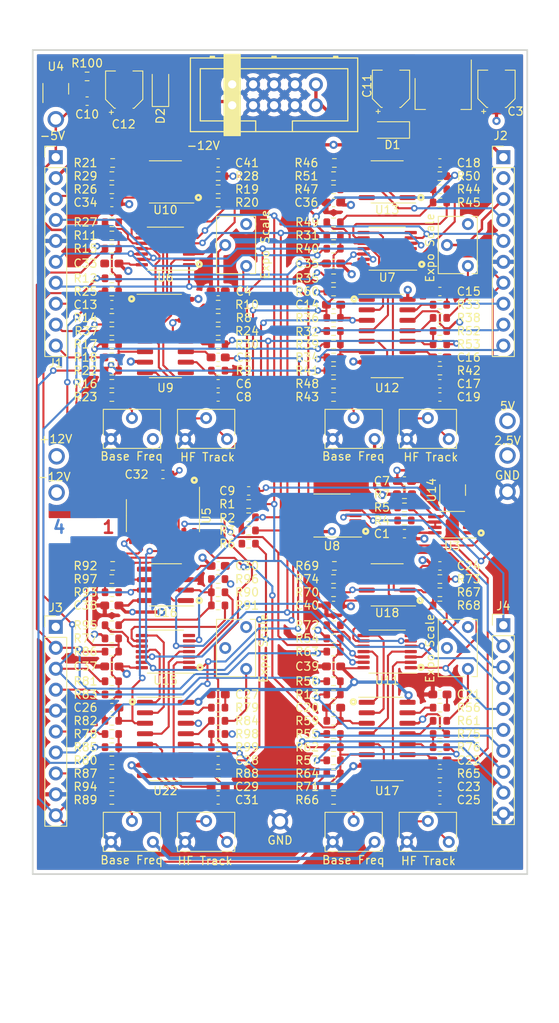
<source format=kicad_pcb>
(kicad_pcb (version 20211014) (generator pcbnew)
  (layers (0 "F.Cu" signal) (1 "In1.Cu" power "Ground") (2 "In2.Cu" power "Power") (31 "B.Cu" signal) (34 "B.Paste" user) (35 "F.Paste" user) (36 "B.SilkS" user "B.Silkscreen") (37 "F.SilkS" user "F.Silkscreen") (38 "B.Mask" user) (39 "F.Mask" user) (44 "Edge.Cuts" user))
  (net 0 "")
  (net 1 "GND")
  (net 2 "+2V5")
  (net 3 "+12V")
  (net 4 "+5V")
  (net 5 "Net-(C4-Pad1)")
  (net 6 "Net-(C5-Pad1)")
  (net 7 "Net-(Base_Freq_Trim1-Pad2)")
  (net 8 "Net-(C6-Pad1)")
  (net 9 "Net-(Base_Freq_Trim2-Pad2)")
  (net 10 "-12V")
  (net 11 "Net-(C8-Pad2)")
  (net 12 "Net-(Base_Freq_Trim3-Pad2)")
  (net 13 "Net-(Base_Freq_Trim4-Pad2)")
  (net 14 "/LIN_FREQ_IN")
  (net 15 "/Linear_Frequency")
  (net 16 "/OSCVoice1/PWM_Control")
  (net 17 "/OSCVoice2/PWM_Control")
  (net 18 "Net-(C15-Pad1)")
  (net 19 "Net-(C16-Pad1)")
  (net 20 "-5V")
  (net 21 "Net-(C17-Pad1)")
  (net 22 "Net-(C19-Pad2)")
  (net 23 "/OSCVoice4/PWM_Control")
  (net 24 "Net-(C21-Pad1)")
  (net 25 "Net-(C22-Pad1)")
  (net 26 "Net-(C23-Pad1)")
  (net 27 "Net-(C25-Pad2)")
  (net 28 "/OSCVoice3/PWM_Control")
  (net 29 "Net-(C27-Pad1)")
  (net 30 "Net-(C28-Pad1)")
  (net 31 "Net-(C29-Pad1)")
  (net 32 "Net-(C31-Pad2)")
  (net 33 "/+12V_IN")
  (net 34 "/-12V_IN")
  (net 35 "Net-(HF_Track_Trim1-Pad2)")
  (net 36 "/OSCVoice1/HF_Track")
  (net 37 "Net-(HF_Track_Trim2-Pad2)")
  (net 38 "/OSCVoice2/HF_Track")
  (net 39 "Net-(HF_Track_Trim3-Pad2)")
  (net 40 "/OSCVoice4/HF_Track")
  (net 41 "Net-(HF_Track_Trim4-Pad2)")
  (net 42 "/OSCVoice3/HF_Track")
  (net 43 "/HARD_SYNCH_SW")
  (net 44 "/SOFT_SYNCH_SW")
  (net 45 "/PULSE_SW")
  (net 46 "/TRIANGLE_SW")
  (net 47 "/SAW_SW")
  (net 48 "/PWM_POT")
  (net 49 "/FINE_TUNE")
  (net 50 "/OCT_TUNE")
  (net 51 "/SYNCH_SIGNAL3")
  (net 52 "/V_PER_OCT3")
  (net 53 "/FREQ_MOD3")
  (net 54 "/PWM_CV3")
  (net 55 "/MIX_OUT3")
  (net 56 "/SYNCH_SIGNAL4")
  (net 57 "/V_PER_OCT4")
  (net 58 "/FREQ_MOD4")
  (net 59 "/PWM_CV4")
  (net 60 "/MIX_OUT4")
  (net 61 "/SYNCH_SIGNAL1")
  (net 62 "/V_PER_OCT1")
  (net 63 "/FREQ_MOD1")
  (net 64 "/PWM_CV1")
  (net 65 "/MIX_OUT1")
  (net 66 "/SYNCH_SIGNAL2")
  (net 67 "/V_PER_OCT2")
  (net 68 "/FREQ_MOD2")
  (net 69 "/PWM_CV2")
  (net 70 "/MIX_OUT2")
  (net 71 "/PWM_CV")
  (net 72 "/OSCVoice1/Expo_Freq")
  (net 73 "/OSCVoice1/MIX_1")
  (net 74 "/OSCVoice1/Linear_Frequency")
  (net 75 "Net-(R26-Pad2)")
  (net 76 "/OSCVoice2/Expo_Freq")
  (net 77 "/OSCVoice2/MIX_1")
  (net 78 "Net-(R47-Pad2)")
  (net 79 "/OSCVoice2/Linear_Frequency")
  (net 80 "/OSCVoice4/Expo_Freq")
  (net 81 "/OSCVoice4/MIX_1")
  (net 82 "Net-(R70-Pad2)")
  (net 83 "/OSCVoice4/Linear_Frequency")
  (net 84 "/OSCVoice3/Expo_Freq")
  (net 85 "/OSCVoice3/MIX_1")
  (net 86 "Net-(R93-Pad2)")
  (net 87 "/OSCVoice3/Linear_Frequency")
  (net 88 "/OSCVoice1/Triangle_Out")
  (net 89 "/OSCVoice1/Pulse_Out")
  (net 90 "/OSCVoice2/Triangle_Out")
  (net 91 "/OSCVoice2/Pulse_Out")
  (net 92 "/OSCVoice1/Saw_Out")
  (net 93 "/OSCVoice2/Saw_Out")
  (net 94 "/OSCVoice3/Saw_Out")
  (net 95 "/OSCVoice4/Saw_Out")
  (net 96 "/OSCVoice4/Triangle_Out")
  (net 97 "/OSCVoice4/Pulse_Out")
  (net 98 "/OSCVoice3/Triangle_Out")
  (net 99 "/OSCVoice3/Pulse_Out")
  (net 100 "/OSCVoice1/Triangle_Mix")
  (net 101 "/OSCVoice1/Pulse_Mix")
  (net 102 "/OSCVoice1/Saw_Mix")
  (net 103 "/OSCVoice2/Triangle_Mix")
  (net 104 "/OSCVoice2/Pulse_Mix")
  (net 105 "/OSCVoice2/Saw_Mix")
  (net 106 "/OSCVoice4/Triangle_Mix")
  (net 107 "/OSCVoice4/Pulse_Mix")
  (net 108 "/OSCVoice4/Saw_Mix")
  (net 109 "/OSCVoice3/Triangle_Mix")
  (net 110 "/OSCVoice3/Pulse_Mix")
  (net 111 "/OSCVoice3/Saw_Mix")
  (net 112 "/OSCVoice1/Soft_Synch")
  (net 113 "/OSCVoice1/Hard_Synch")
  (net 114 "/OSCVoice2/Soft_Synch")
  (net 115 "/OSCVoice2/Hard_Synch")
  (net 116 "/OSCVoice4/Soft_Synch")
  (net 117 "/OSCVoice4/Hard_Synch")
  (net 118 "/OSCVoice3/Soft_Synch")
  (net 119 "/OSCVoice3/Hard_Synch")
  (net 120 "/OSCVoice1/BW_Comp")
  (net 121 "/OSCVoice2/BW_Comp")
  (net 122 "/OSCVoice4/BW_Comp")
  (net 123 "/OSCVoice3/BW_Comp")
  (net 124 "/OSCVoice1/Op_Amp_Mix")
  (net 125 "/OSCVoice2/Op_Amp_Mix")
  (net 126 "/OSCVoice4/Op_Amp_Mix")
  (net 127 "/OSCVoice3/Op_Amp_Mix")
  (net 128 "/OSCVoice1/PWM_Opamp_Mix")
  (net 129 "/OSCVoice2/PWM_Opamp_Mix")
  (net 130 "/OSCVoice4/PWM_Opamp_Mix")
  (net 131 "/OSCVoice3/PWM_Opamp_Mix")
  (net 132 "Net-(R7-Pad2)")
  (net 133 "Net-(Expo_Trim1-Pad1)")
  (net 134 "Net-(U3-Pad1)")
  (net 135 "Net-(Expo_Trim2-Pad1)")
  (net 136 "Net-(Expo_Trim3-Pad1)")
  (net 137 "Net-(Expo_Trim4-Pad1)")
  (net 138 "Net-(R5-Pad1)")
  (net 139 "Net-(R8-Pad1)")
  (net 140 "Net-(R38-Pad1)")
  (net 141 "Net-(R61-Pad1)")
  (net 142 "Net-(R84-Pad1)")
  (footprint "Capacitor_SMD:C_0603_1608Metric_Pad1.08x0.95mm_HandSolder" (layer "F.Cu") (at 86.5 117.4 180)
    (fp_text reference "C40")
    (fp_text value "100nF")
  )
  (footprint "Custom_Footprints:1.3mm_Test_Point" (layer "F.Cu") (at 52.8 58.4)
    (fp_text reference "TP6" hide)
    (fp_text value "TestPoint")
  )
  (footprint "Potentiometer_THT:Potentiometer_Bourns_3266W_Vertical" (layer "F.Cu") (at 68.5 146.1 180)
    (fp_text reference "HF_Track_Trim3" hide)
    (fp_text value "5k")
  )
  (footprint "Resistor_SMD:R_0603_1608Metric" (layer "F.Cu") (at 76.2 106.7)
    (fp_text reference "R2")
    (fp_text value "14k")
  )
  (footprint "Capacitor_SMD:C_0603_1608Metric_Pad1.08x0.95mm_HandSolder" (layer "F.Cu") (at 72.5 141 180)
    (fp_text reference "C31")
    (fp_text value "3.9nF")
  )
  (footprint "Potentiometer_THT:Potentiometer_Bourns_3266W_Vertical" (layer "F.Cu") (at 68.5 97.2 180)
    (fp_text reference "HF_Track_Trim1" hide)
    (fp_text value "5k")
  )
  (footprint "Capacitor_SMD:C_0603_1608Metric_Pad1.08x0.95mm_HandSolder" (layer "F.Cu") (at 72.5 79.3 180)
    (fp_text reference "C4")
    (fp_text value "10nF")
  )
  (footprint "Capacitor_SMD:C_0603_1608Metric_Pad1.08x0.95mm_HandSolder" (layer "F.Cu") (at 99.4 87.3)
    (fp_text reference "C16")
    (fp_text value "10nF")
  )
  (footprint "Resistor_SMD:R_0603_1608Metric" (layer "F.Cu") (at 59.6 131.4 180)
    (fp_text reference "R82")
    (fp_text value "13k")
  )
  (footprint "Potentiometer_THT:Potentiometer_Bourns_3266W_Vertical" (layer "F.Cu") (at 86.4 146.1 180)
    (fp_text reference "Base_Freq_Trim4" hide)
    (fp_text value "5k")
  )
  (footprint "Resistor_SMD:R_0603_1608Metric" (layer "F.Cu") (at 72.5 82.5)
    (fp_text reference "R8")
    (fp_text value "22.1k")
  )
  (footprint "Potentiometer_THT:Potentiometer_Bourns_3266W_Vertical" (layer "F.Cu") (at 102.8 76.2 -90)
    (fp_text reference "Expo_Trim2" hide)
    (fp_text value "5k")
  )
  (footprint "Resistor_SMD:R_0603_1608Metric" (layer "F.Cu") (at 59.6 119.8 180)
    (fp_text reference "R95")
    (fp_text value "30k")
  )
  (footprint "Resistor_SMD:R_0603_1608Metric" (layer "F.Cu") (at 86.5 92.1 180)
    (fp_text reference "R43")
    (fp_text value "49.9k")
  )
  (footprint "Resistor_SMD:R_0603_1608Metric" (layer "F.Cu") (at 95.1 107.087291 180)
    (fp_text reference "R4")
    (fp_text value "14k")
  )
  (footprint "Resistor_SMD:R_0603_1608Metric" (layer "F.Cu") (at 86.5 128.2 180)
    (fp_text reference "R13")
    (fp_text value "100k")
  )
  (footprint "Package_SO:SOIC-8_3.9x4.9mm_P1.27mm" (layer "F.Cu") (at 93 114.9 180)
    (fp_text reference "U18")
    (fp_text value "TL072")
  )
  (footprint "Package_TO_SOT_SMD:SOT-23" (layer "F.Cu") (at 100.95 103.4 90)
    (fp_text reference "U14")
    (fp_text value "LM4040DBZ-2.5")
  )
  (footprint "Capacitor_SMD:C_0603_1608Metric_Pad1.08x0.95mm_HandSolder" (layer "F.Cu") (at 76.2 103.5 180)
    (fp_text reference "C9")
    (fp_text value "1uF")
  )
  (footprint "Custom_Footprints:1.3mm_Test_Point" (layer "F.Cu") (at 52.9 103.7)
    (fp_text reference "TP7" hide)
    (fp_text value "TestPoint")
  )
  (footprint "Package_SO:SOIC-14_3.9x8.7mm_P1.27mm" (layer "F.Cu") (at 65.8 106.5 -90)
    (fp_text reference "U5")
    (fp_text value "MCP6004")
  )
  (footprint "Package_SO:MSOP-8_3x3mm_P0.65mm" (layer "F.Cu") (at 100.9 107.6 180)
    (fp_text reference "U3")
    (fp_text value "MCP6002")
  )
  (footprint "Resistor_SMD:R_0603_1608Metric" (layer "F.Cu") (at 86.5 85.7)
    (fp_text reference "R39")
    (fp_text value "100k")
  )
  (footprint "Resistor_SMD:R_0603_1608Metric" (layer "F.Cu") (at 59.6 88.9)
    (fp_text reference "R22")
    (fp_text value "49.9k")
  )
  (footprint "Resistor_SMD:R_0603_1608Metric" (layer "F.Cu") (at 86.5 137.8)
    (fp_text reference "R64")
    (fp_text value "49.9k")
  )
  (footprint "Capacitor_SMD:C_0603_1608Metric_Pad1.08x0.95mm_HandSolder" (layer "F.Cu") (at 59.6 75.9 180)
    (fp_text reference "C33")
    (fp_text value "100nF")
  )
  (footprint "Resistor_SMD:R_0603_1608Metric" (layer "F.Cu") (at 72.5 88.9 180)
    (fp_text reference "R9")
    (fp_text value "10k")
  )
  (footprint "Resistor_SMD:R_0603_1608Metric" (layer "F.Cu") (at 99.4 66.9)
    (fp_text reference "R44")
    (fp_text value "30k")
  )
  (footprint "Connector_PinHeader_2.54mm:PinHeader_1x10_P2.54mm_Vertical" (layer "F.Cu") (at 107.1 119.8)
    (fp_text reference "J4")
    (fp_text value "Conn_01x10_Male")
  )
  (footprint "Resistor_SMD:R_0603_1608Metric" (layer "F.Cu") (at 59.6 72.5 180)
    (fp_text reference "R11")
    (fp_text value "47k")
  )
  (footprint "Package_SO:TSSOP-14_4.4x5mm_P0.65mm" (layer "F.Cu") (at 66.1 123 180)
    (fp_text reference "U15")
    (fp_text value "4066")
  )
  (footprint "Potentiometer_THT:Potentiometer_Bourns_3266W_Vertical" (layer "F.Cu") (at 59.5 97.2 180)
    (fp_text reference "Base_Freq_Trim1" hide)
    (fp_text value "5k")
  )
  (footprint "Resistor_SMD:R_0603_1608Metric" (layer "F.Cu") (at 59.7 63.7)
    (fp_text reference "R21")
    (fp_text value "120k")
  )
  (footprint "Capacitor_SMD:CP_Elec_4x5.8" (layer "F.Cu") (at 93.46875 54.7 90)
    (fp_text reference "C11")
    (fp_text value "22uF")
  )
  (footprint "Resistor_SMD:R_0603_1608Metric" (layer "F.Cu") (at 59.6 65.3)
    (fp_text reference "R29")
    (fp_text value "18k")
  )
  (footprint "Resistor_SMD:R_0603_1608Metric" (layer "F.Cu") (at 72.5 117.4)
    (fp_text reference "R91")
    (fp_text value "30k")
  )
  (footprint "Potentiometer_THT:Potentiometer_Bourns_3266W_Vertical" (layer "F.Cu") (at 75.9 125.1 -90)
    (fp_text reference "Expo_Trim3" hide)
    (fp_text value "5k")
  )
  (footprint "Capacitor_SMD:C_0603_1608Metric_Pad1.08x0.95mm_HandSolder" (layer "F.Cu") (at 99.4 136.2)
    (fp_text reference "C22")
    (fp_text value "10nF")
  )
  (footprint "Resistor_SMD:R_0603_1608Metric" (layer "F.Cu") (at 59.6 121.4 180)
    (fp_text reference "R77")
    (fp_text value "47k")
  )
  (footprint "Resistor_SMD:R_0603_1608Metric" (layer "F.Cu") (at 86.5 87.3)
    (fp_text reference "R34")
    (fp_text value "49.9k")
  )
  (footprint "Resistor_SMD:R_0603_1608Metric" (layer "F.Cu") (at 59.6 87.3)
    (fp_text reference "R18")
    (fp_text value "49.9k")
  )
  (footprint "Resistor_SMD:R_0603_1608Metric" (layer "F.Cu") (at 59.7 112.6)
    (fp_text reference "R92")
    (fp_text value "120k")
  )
  (footprint "Package_SO:SOIC-8_3.9x4.9mm_P1.27mm" (layer "F.Cu") (at 93 66 180)
    (fp_text reference "U13")
    (fp_text value "TL072")
  )
  (footprint "Capacitor_SMD:C_0603_1608Metric_Pad1.08x0.95mm_HandSolder" (layer "F.Cu") (at 86.5 75.9 180)
    (fp_text reference "C35")
    (fp_text value "100nF")
  )
  (footprint "Capacitor_SMD:C_0603_1608Metric_Pad1.08x0.95mm_HandSolder" (layer "F.Cu") (at 99.4 112.6)
    (fp_text reference "C24")
    (fp_text value "100nF")
  )
  (footprint "Resistor_SMD:R_0603_1608Metric_Pad0.98x0.95mm_HandSolder" (layer "F.Cu") (at 95.1 103.9)
    (fp_text reference "R7")
    (fp_text value "160")
  )
  (footprint "Resistor_SMD:R_0603_1608Metric" (layer "F.Cu") (at 86.5 77.7 180)
    (fp_text reference "R35")
    (fp_text value "120k")
  )
  (footprint "Capacitor_SMD:C_0603_1608Metric_Pad1.08x0.95mm_HandSolder" (layer "F.Cu") (at 72.5 139.4 180)
    (fp_text reference "C29")
    (fp_text value "10nF")
  )
  (footprint "Capacitor_SMD:C_0603_1608Metric_Pad1.08x0.95mm_HandSolder" (layer "F.Cu") (at 99.4 92.1 180)
    (fp_text reference "C19")
    (fp_text value "3.9nF")
  )
  (footprint "Resistor_SMD:R_0603_1608Metric" (layer "F.Cu") (at 95.102149 105.5 180)
    (fp_text reference "R5")
    (fp_text value "100")
  )
  (footprint "Resistor_SMD:R_0603_1608Metric" (layer "F.Cu") (at 99.4 114.2)
    (fp_text reference "R73")
    (fp_text value "120k")
  )
  (footprint "Custom_Footprints:1.3mm_Test_Point" (layer "F.Cu") (at 107.6 103.6)
    (fp_text reference "TP5" hide)
    (fp_text value "TestPoint")
  )
  (footprint "Package_SO:SOIC-8_3.9x4.9mm_P1.27mm" (layer "F.Cu") (at 66.1 114.9 180)
    (fp_text reference "U16")
    (fp_text value "TL072")
  )
  (footprint "Resistor_SMD:R_0603_1608Metric" (layer "F.Cu") (at 86.5 72.5 180)
    (fp_text reference "R31")
    (fp_text value "47k")
  )
  (footprint "Potentiometer_THT:Potentiometer_Bourns_3266W_Vertical" (layer "F.Cu") (at 102.8 125.1 -90)
    (fp_text reference "Expo_Trim4" hide)
    (fp_text value "5k")
  )
  (footprint "Resistor_SMD:R_0603_1608Metric" (layer "F.Cu") (at 99.4 133)
    (fp_text reference "R75")
    (fp_text value "499k")
  )
  (footprint "Resistor_SMD:R_0603_1608Metric" (layer "F.Cu") (at 59.6 139.4 180)
    (fp_text reference "R94")
    (fp_text value "267")
  )
  (footprint "Resistor_SMD:R_0603_1608Metric" (layer "F.Cu") (at 99.4 134.6 180)
    (fp_text reference "R76")
    (fp_text value "1M")
  )
  (footprint "Capacitor_SMD:C_0603_1608Metric_Pad1.08x0.95mm_HandSolder" (layer "F.Cu") (at 72.5 90.5 180)
    (fp_text reference "C6")
    (fp_text value "10nF")
  )
  (footprint "Resistor_SMD:R_0603_1608Metric" (layer "F.Cu") (at 72.5 84.1 180)
    (fp_text reference "R24")
    (fp_text value "499k")
  )
  (footprint "Resistor_SMD:R_0603_1608Metric" (layer "F.Cu") (at 86.5 84.1)
    (fp_text reference "R32")
    (fp_text value "49.9k")
  )
  (footprint "Resistor_SMD:R_0603_1608Metric" (layer "F.Cu") (at 86.5 123 180)
    (fp_text reference "R63")
    (fp_text value "100k")
  )
  (footprint "Capacitor_SMD:C_0603_1608Metric_Pad1.08x0.95mm_HandSolder" (layer "F.Cu") (at 59.6 129.8)
    (fp_text reference "C26")
    (fp_text value "1nF")
  )
  (footprint "Capacitor_SMD:C_0603_1608Metric_Pad1.08x0.95mm_HandSolder" (layer "F.Cu") (at 99.4 141 180)
    (fp_text reference "C25")
    (fp_text value "3.9nF")
  )
  (footprint "Resistor_SMD:R_0603_1608Metric" (layer "F.Cu") (at 86.5 114.2)
    (fp_text reference "R74")
    (fp_text value "18k")
  )
  (footprint "Package_SO:TSSOP-14_4.4x5mm_P0.65mm" (layer "F.Cu") (at 93 123 180)
    (fp_text reference "U11")
    (fp_text value "4066")
  )
  (footprint "Resistor_SMD:R_0603_1608Metric" (layer "F.Cu") (at 86.5 141 180)
    (fp_text reference "R66")
    (fp_text value "49.9k")
  )
  (footprint "Resistor_SMD:R_0603_1608Metric" (layer "F.Cu") (at 59.6 141 180)
    (fp_text reference "R89")
    (fp_text value "49.9k")
  )
  (footprint "Capacitor_SMD:C_0603_1608Metric_Pad1.08x0.95mm_HandSolder" (layer "F.Cu") (at 72.5 128.2 180)
    (fp_text reference "C27")
    (fp_text value "10nF")
  )
  (footprint "Resistor_SMD:R_0603_1608Metric" (layer "F.Cu") (at 99.4 117.4)
    (fp_text reference "R68")
    (fp_text value "30k")
  )
  (footprint "Resistor_SMD:R_0603_1608Metric" (layer "F.Cu") (at 72.5 115.8)
    (fp_text reference "R90")
    (fp_text value "30k")
  )
  (footprint "Resistor_SMD:R_0603_1608Metric" (layer "F.Cu") (at 59.6 85.7)
    (fp_text reference "R17")
    (fp_text value "100k")
  )
  (footprint "Capacitor_SMD:CP_Elec_4x5.8" (layer "F.Cu") (at 61.1 54.8 90)
    (fp_text reference "C12")
    (fp_text value "22uF")
  )
  (footprint "Resistor_SMD:R_0603_1608Metric" (layer "F.Cu") (at 59.6 137.8)
    (fp_text reference "R87")
    (fp_text value "49.9k")
  )
  (footprint "Capacitor_SMD:C_0603_1608Metric_Pad1.08x0.95mm_HandSolder" (layer "F.Cu") (at 86.5 68.5 180)
    (fp_text reference "C36")
    (fp_text value "100nF")
  )
  (footprint "Capacitor_SMD:C_0603_1608Metric_Pad1.08x0.95mm_HandSolder" (layer "F.Cu") (at 99.4 79.3 180)
    (fp_text reference "C15")
    (fp_text value "10nF")
  )
  (footprint "Resistor_SMD:R_0603_1608Metric" (layer "F.Cu") (at 86.5 134.6)
    (fp_text reference "R62")
    (fp_text value "100k")
  )
  (footprint "Capacitor_SMD:C_0603_1608Metric_Pad1.08x0.95mm_HandSolder" (layer "F.Cu") (at 99.4 128.2 180)
    (fp_text reference "C21")
    (fp_text value "10nF")
  )
  (footprint "Resistor_SMD:R_0603_1608Metric" (layer "F.Cu") (at 99.4 84.1)
    (fp_text reference "R52")
    (fp_text value "499k")
  )
  (footprint "Resistor_SMD:R_0603_1608Metric" (layer "F.Cu") (at 59.6 92.1 180)
    (fp_text reference "R23")
    (fp_text value "49.9k")
  )
  (footprint "Custom_Footprints:1.3mm_Test_Point" (layer "F.Cu") (at 107.6 95)
    (fp_text reference "TP2" hide)
    (fp_text value "TestPoint")
  )
  (footprint "Capacitor_SMD:C_0603_1608Metric_Pad1.08x0.95mm_HandSolder" (layer "F.Cu") (at 95.1 108.687291 180)
    (fp_text reference "C1")
    (fp_text value "100nF")
  )
  (footprint "Capacitor_SMD:C_0603_1608Metric_Pad1.08x0.95mm_HandSolder" (layer "F.Cu") (at 72.5 92.1 180)
    (fp_text reference "C8")
    (fp_text value "3.9nF")
  )
  (footprint "Capacitor_SMD:C_0603_1608Metric_Pad1.08x0.95mm_HandSolder" (layer "F.Cu") (at 86.5 124.8 180)
    (fp_text reference "C39")
    (fp_text value "100nF")
  )
  (footprint "Custom_Footprints:1.3mm_Test_Point" (layer "F.Cu") (at 80 143.6)
    (fp_text reference "TP4" hide)
    (fp_text value "TestPoint")
  )
  (footprint "Resistor_SMD:R_0603_1608Metric" (layer "F.Cu") (at 86.5 66.9 180)
    (fp_text reference "R47")
    (fp_text value "36k")
  )
  (footprint "Diode_SMD:D_SOD-123" (layer "F.Cu") (at 65.5 54.6 90)
    (fp_text reference "D2")
    (fp_text value "1N5819")
  )
  (footprint "Potentiometer_THT:Potentiometer_Bourns_3266W_Vertical" (layer "F.Cu") (at 86.4 97.2 180)
    (fp_text reference "Base_Freq_Trim2" hide)
    (fp_text value "5k")
  )
  (footprint "Resistor_SMD:R_0603_1608Metric" (layer "F.Cu") (at 99.4 82.5)
    (fp_text reference "R38")
    (fp_text value "22.1k")
  )
  (footprint "Package_SO:TSSOP-14_4.4x5mm_P0.65mm" (layer "F.Cu") (at 93 74.1 180)
    (fp_text reference "U7")
    (fp_text value "4066")
  )
  (footprint "Resistor_SMD:R_0603_1608Metric" (layer "F.Cu") (at 56.6 53.2 180)
    (fp_text reference "R100")
    (fp_text value "2.2k")
  )
  (footprint "Resistor_SMD:R_0603_1608Metric" (layer "F.Cu") (at 72.5 66.9)
    (fp_text reference "R19")
    (fp_text value "30k")
  )
  (footprint "Capacitor_SMD:C_0603_1608Metric_Pad1.08x0.95mm_HandSolder" (layer "F.Cu") (at 72.5 63.7)
    (fp_text reference "C41")
    (fp_text value "100nF")
  )
  (footprint "Connector_PinHeader_2.54mm:PinHeader_1x10_P2.54mm_Vertical" (layer "F.Cu") (at 52.8 120)
    (fp_text reference "J3")
    (fp_text value "Conn_01x10_Male")
  )
  (footprint "Capacitor_SMD:C_0603_1608Metric_Pad1.08x0.95mm_HandSolder" (layer "F.Cu") (at 59.6 68.5 180)
    (fp_text reference "C34")
    (fp_text value "100nF")
  )
  (footprint "Resistor_SMD:R_0603_1608Metric" (layer "F.Cu") (at 59.6 84.1)
    (fp_text reference "R37")
    (fp_text value "49.9k")
  )
  (footprint "Resistor_SMD:R_0603_1608Metric" (layer "F.Cu") (at 86.5 79.3 180)
    (fp_text reference "R60")
    (fp_text value "100k")
  )
  (footprint "Resistor_SMD:R_0603_1608Metric" (layer "F.Cu") (at 99.4 115.8)
    (fp_text reference "R67")
    (fp_text value "30k")
  )
  (footprint "Resistor_SMD:R_0603_1608Metric" (layer "F.Cu") (at 99.4 68.5)
    (fp_text reference "R45")
    (fp_text value "30k")
  )
  (footprint "Capacitor_SMD:C_0603_1608Metric_Pad1.08x0.95mm_HandSolder" (layer "F.Cu") (at 59.6 80.9)
    (fp_text reference "C13")
    (fp_text value "1nF")
  )
  (footprint "Capacitor_SMD:C_0603_1608Metric_Pad1.08x0.95mm_HandSolder" (layer "F.Cu") (at 56.6 56.2)
    (fp_text reference "C10")
    (fp_text value "100nF")
  )
  (footprint "Resistor_SMD:R_0603_1608Metric" (layer "F.Cu") (at 99.4 129.8)
    (fp_text reference "R56")
    (fp_text value "267")
  )
  (footprint "Resistor_SMD:R_0603_1608Metric" (layer "F.Cu") (at 59.6 79.3 180)
    (fp_text reference "R25")
    (fp_text value "100k")
  )
  (footprint "Resistor_SMD:R_0603_1608Metric" (layer "F.Cu") (at 59.6 128.2 180)
    (fp_text reference "R83")
    (fp_text value "100k")
  )
  (footprint "Resistor_SMD:R_0603_1608Metric" (layer "F.Cu") (at 72.5 137.8 180)
    (fp_text reference "R88")
    (fp_text value "10k")
  )
  (footprint "Connector_PinHeader_2.54mm:PinHeader_1x10_P2.54mm_Vertical" (layer "F.Cu") (at 107.1 63)
    (fp_text reference "J2")
    (fp_text value "Conn_01x10_Male")
  )
  (footprint "Resistor_SMD:R_0603_1608Metric" (layer "F.Cu") (at 59.6 77.7 180)
    (fp_text reference "R12")
    (fp_text value "120k")
  )
  (footprint "Resistor_SMD:R_0603_1608Metric" (layer "F.Cu") (at 72.5 80.9)
    (fp_text reference "R10")
    (fp_text value "267")
  )
  (footprint "Potentiometer_THT:Potentiometer_Bourns_3266W_Vertical" (layer "F.Cu") (at 75.9 76.2 -90)
    (fp_text reference "Expo_Trim1" hide)
    (fp_text value "5k")
  )
  (footprint "Capacitor_SMD:C_0603_1608Metric_Pad1.08x0.95mm_HandSolder" (layer "F.Cu") (at 72.5 112.6)
    (fp_text reference "C30")
    (fp_text value "100nF")
  )
  (footprint "Resistor_SMD:R_0603_1608Metric" (layer "F.Cu") (at 86.6 112.6)
    (fp_text reference "R69")
    (fp_text value "120k")
  )
  (footprint "Resistor_SMD:R_0603_1608Metric" (layer "F.Cu") (at 59.6 126.6 180)
    (fp_text reference "R81")
    (fp_text value "120k")
  )
  (footprint "Resistor_SMD:R_0603_1608Metric" (layer "F.Cu") (at 99.4 131.4)
    (fp_text reference "R61")
    (fp_text value "22.1k")
  )
  (footprint "Resistor_SMD:R_0603_1608Metric" (layer "F.Cu") (at 72.5 129.8)
    (fp_text reference "R79")
    (fp_text value "267")
  )
  (footprint "Resistor_SMD:R_0603_1608Metric" (layer "F.Cu") (at 86.6 63.7)
    (fp_text reference "R46")
    (fp_text value "120k")
  )
  (footprint "Diode_SMD:D_SOD-123" (layer "F.Cu") (at 93.46875 59.7 180)
    (fp_text reference "D1")
    (fp_text value "1N5819")
  )
  (footprint "Resistor_SMD:R_0603_1608Metric" (layer "F.Cu") (at 86.5 82.5 180)
    (fp_text reference "R36")
    (fp_text value "13k")
  )
  (footprint "Resistor_SMD:R_0603_1608Metric" (layer "F.Cu") (at 72.5 133)
    (fp_text reference "R98")
    (fp_text value "499k")
  )
  (footprint "Package_SO:SOIC-16_3.9x9.9mm_P1.27mm" (layer "F.Cu") (at 66.1 133.6)
    (fp_text reference "U22")
    (fp_text value "SSI2131")
  )
  (footprint "Resistor_SMD:R_0603_1608Metric" (layer "F.Cu") (at 99.4 80.9)
    (fp_text reference "R33")
    (fp_text value "267")
  )
  (footprint "Resistor_SMD:R_0603_1608Metric" (layer "F.Cu") (at 86.5 88.9)
    (fp_text reference "R41")
    (fp_text value "49.9k")
  )
  (footprint "Resistor_SMD:R_0603_1608Metric" (layer "F.Cu") (at 72.5 85.7 180)
    (fp_text reference "R30")
    (fp_text value "1M")
  )
  (footprint "Package_SO:SOIC-16_3.9x9.9mm_P1.27mm" (layer "F.Cu") (at 93 133.6)
    (fp_text reference "U17")
    (fp_text value "SSI2131")
  )
  (footprint "Resistor_SMD:R_0603_1608Metric" (layer "F.Cu") (at 72.5 131.4)
    (fp_text reference "R84")
    (fp_text value "22.1k")
  )
  (footprint "Capacitor_SMD:C_0603_1608Metric_Pad1.08x0.95mm_HandSolder" (layer "F.Cu") (at 95.1 102.3 180)
    (fp_text reference "C7")
    (fp_text value "1uF")
  )
  (footprint "Resistor_SMD:R_0603_1608Metric" (layer "F.Cu") (at 86.5 90.5 180)
    (fp_text reference "R48")
    (fp_text value "267")
  )
  (footprint "Resistor_SMD:R_0603_1608Metric" (layer "F.Cu") (at 72.5 68.5)
    (fp_text reference "R20")
    (fp_text value "30k")
  )
  (footprint "Resistor_SMD:R_0603_1608Metric" (layer "F.Cu") (at 99.4 65.3)
    (fp_text reference "R50")
    (fp_text value "120k")
  )
  (footprint "Resistor_SMD:R_0603_1608Metric" (layer "F.Cu") (at 86.5 133)
    (fp_text reference "R55")
    (fp_text value "49.9k")
  )
  (footprint "Capacitor_SMD:C_0603_1608Metric_Pad1.08x0.95mm_HandSolder" (layer "F.Cu") (at 99.4 90.5 180)
    (fp_text reference "C17")
    (fp_text value "10nF")
  )
  (footprint "Potentiometer_THT:Potentiometer_Bourns_3266W_Vertical" (layer "F.Cu") (at 59.5 146.1 180)
    (fp_text reference "Base_Freq_Trim3" hide)
    (fp_text value "5k")
  )
  (footprint "Capacitor_SMD:C_0603_1608Metric_Pad1.08x0.95mm_HandSolder" (layer "F.Cu") (at 65.8 101.5 180)
    (fp_text reference "C32")
    (fp_text value "100nF")
  )
  (footprint "Package_TO_SOT_SMD:SOT-23" (layer "F.Cu") (at 52.8 54.7 90)
    (fp_text reference "U4")
    (fp_text value "LM4040DBZ-5")
  )
  (footprint "Capacitor_SMD:C_0603_1608Metric_Pad1.08x0.95mm_HandSolder" (layer "F.Cu") (at 99.4 63.7)
    (fp_text reference "C18")
    (fp_text value "100nF")
  )
  (footprint "Capacitor_SMD:C_0603_1608Metric_Pad1.08x0.95mm_HandSolder" (layer "F.Cu") (at 59.6 124.8 180)
    (fp_text reference "C37")
    (fp_text value "100nF")
  )
  (footprint "Capacitor_SMD:C_0603_1608Metric_Pad1.08x0.95mm_HandSolder" (layer "F.Cu") (at 86.5 80.9)
    (fp_text reference "C14")
    (fp_text value "1nF")
  )
  (footprint "Resistor_SMD:R_0603_1608Metric" (layer "F.Cu") (at 59.6 134.6)
    (fp_text reference "R85")
    (fp_text value "100k")
  )
  (footprint "Resistor_SMD:R_0603_1608Metric" (layer "F.Cu") (at 59.6 90.5 180)
    (fp_text reference "R16")
    (fp_text value "267")
  )
  (footprint "Connector_PinHeader_2.54mm:PinHeader_1x10_P2.54mm_Vertical" (layer "F.Cu") (at 52.8 63)
    (fp_text reference "J1")
    (fp_text value "Conn_01x10_Male")
  )
  (footprint "Capacitor_SMD:CP_Elec_4x5.7" (layer "F.Cu") (at 106.26875 54.7 90)
    (fp_text reference "C3")
    (fp_text value "10uF")
  )
  (footprint "Resistor_SMD:R_0603_1608Metric" (layer "F.Cu") (at 59.6 136.2)
    (fp_text reference "R80")
    (fp_text value "49.9k")
  )
  (footprint "Resistor_SMD:R_0603_1608Metric" (layer "F.Cu") (at 86.5 119.8 180)
    (fp_text reference "R72")
    (fp_text value "30k")
  )
  (footprint "Resistor_SMD:R_0603_1608Metric" (layer "F.Cu") (at 86.5 139.4 180)
    (fp_text reference "R71")
    (fp_text value "267")
  )
  (footprint "Custom_Footprints:4_Layer_Markers" (layer "F.Cu") (at 56.2 107.9 180)
    (fp_text reference "FID1" hide)
    (fp_text value "4_Layer_Marker")
  )
  (footprint "Capacitor_SMD:C_0603_1608Metric_Pad1.08x0.95mm_HandSolder" (layer "F.Cu") (at 99.4 139.4 180)
    (fp_text reference "C23")
    (fp_text value "10nF")
  )
  (footprint "Resistor_SMD:R_0603_1608Metric" (layer "F.Cu") (at 86.5 136.2)
    (fp_text reference "R57")
    (fp_text value "49.9k")
  )
  (footprint "Package_SO:TSSOP-14_4.4x5mm_P0.65mm" (layer "F.Cu") (at 66.1 74.1 180)
    (fp_text reference "U6")
    (fp_text value "4066")
  )
  (footprint "Resistor_SMD:R_0603_1608Metric" (layer "F.Cu") (at 59.6 123 180)
    (fp_text reference "R86")
    (fp_text value "100k")
  )
  (footprint "Resistor_SMD:R_0603_1608Metric" (layer "F.Cu") (at 72.5 134.6 180)
    (fp_text reference "R99")
    (fp_text value "1M")
  )
  (footprint "Resistor_SMD:R_0603_1608Metric" (layer "F.Cu") (at 86.5 126.6 180)
    (fp_text reference "R58")
    (fp_text value "120k")
  )
  (footprint "Custom_Footprints:1.3mm_Test_Point" (layer "F.Cu") (at 107.6 99.2)
    (fp_text reference "TP3" hide)
    (fp_text value "TestPoint")
  )
  (footprint "Package_SO:TSSOP-14_4.4x5mm_P0.65mm" (layer "F.Cu") (at 86.3 106.487291 180)
    (fp_text reference "U8")
    (fp_text value "4066")
  )
  (footprint "Resistor_SMD:R_0603_1608Metric" (layer "F.Cu") (at 86.5 131.4 180)
    (fp_text reference "R59")
    (fp_text value "13k")
  )
  (footprint "Potentiometer_THT:Potentiometer_Bourns_3266W_Vertical" (layer "F.Cu") (at 95.4 97.2 180)
    (fp_text reference "HF_Track_Trim2" hide)
    (fp_text value "5k")
  )
  (footprint "Package_SO:SOIC-8_3.9x4.9mm_P1.27mm" (layer "F.Cu") (at 66.1 66 180)
    (fp_text reference "U10")
    (fp_text value "TL072")
  )
  (footprint "Resistor_SMD:R_0603_1608Metric" (layer "F.Cu") (at 59.6 133)
    (fp_text reference "R78")
    (fp_text value "49.9k")
  )
  (footprint "Capacitor_SMD:C_0603_1608Metric_Pad1.08x0.95mm_HandSolder" (layer "F.Cu") (at 72.5 87.3)
    (fp_text reference "C5")
    (fp_text value "10nF")
  )
  (footprint "Resistor_SMD:R_0603_1608Metric" (layer "F.Cu") (at 86.5 115.8 180)
    (fp_text reference "R70")
    (fp_text value "36k")
  )
  (footprint "Capacitor_SMD:C_0603_1608Metric_Pad1.08x0.95mm_HandSolder" (layer "F.Cu") (at 86.5 129.8)
    (fp_text reference "C20")
    (fp_text value "1nF")
  )
  (footprint "Resistor_SMD:R_0603_1608Metric" (layer "F.Cu") (at 99.4 88.9 180)
    (fp_text reference "R42")
    (fp_text value "10k")
  )
  (footprint "Potentiometer_THT:Potentiometer_Bourns_3266W_Vertical" (layer "F.Cu") (at 95.4 146.1 180)
    (fp_text reference "HF_Track_Trim4" hide)
    (fp_text value "5k")
  )
  (footprint "Resistor_SMD:R_0603_1608Metric" (layer "F.Cu") (at 86.5 121.4 180)
    (fp_text reference "R54")
    (fp_text value "47k")
  )
  (footprint "Resistor_SMD:R_0603_1608Metric" (layer "F.Cu") (at 99.4 85.7 180)
    (fp_text reference "R53")
    (fp_text value "1M")
  )
  (footprint "Package_SO:SOIC-16_3.9x9.9mm_P1.27mm" (layer "F.Cu") (at 66.1 84.7)
    (fp_text reference "U9")
    (fp_text value "SSI2131")
  )
  (footprint "Resistor_SMD:R_0603_1608Metric" (layer "F.Cu") (at 59.6 66.9 180)
    (fp_text reference "R26")
    (fp_text value "36k")
  )
  (footprint "Resistor_SMD:R_0603_1608Metric" (layer "F.Cu") (at 86.5 65.3)
    (fp_text reference "R51")
    (fp_text value "18k")
  )
  (footprint "Custom_Footprints:Eurorack_10_pin_header" (layer "F.Cu") (at 74.2 56.7)
    (fp_text reference "J5" hide)
    (fp_text value "Eurorack_10_pin_power")
  )
  (footprint "Resistor_SMD:R_0603_1608Metric" (layer "F.Cu") (at 99.4 137.8 180)
    (fp_text reference "R65")
    (fp_text value "10k")
  )
  (footprint "Capacitor_SMD:C_0603_1608Metric_Pad1.08x0.95mm_HandSolder" (layer "F.Cu") (at 72.5 136.2)
    (fp_text reference "C28")
    (fp_text value "10nF")
  )
  (footprint "Package_TO_SOT_SMD:SOT-223-3_TabPin2" (layer "F.Cu") (at 99.8 55.3 -90)
    (fp_text reference "U1" hide)
    (fp_text value "AMS1117-5.0")
  )
  (footprint "Resistor_SMD:R_0603_1608Metric" (layer "F.Cu") (at 72.5 65.3)
    (fp_text reference "R28")
    (fp_text value "120k")
  )
  (footprint "Capacitor_SMD:C_0603_1608Metric_Pad1.08x0.95mm_HandSolder" (layer "F.Cu") (at 59.6 117.4 180)
    (fp_text reference "C38")
    (fp_text value "100nF")
  )
  (footprint "Resistor_SMD:R_0603_1608Metric" (layer "F.Cu") (at 76.2 105.1)
    (fp_text reference "R1")
    (fp_text value "14k")
  )
  (footprint "Resistor_SMD:R_0603_1608Metric" (layer "F.Cu") (at 59.6 74.1 180)
    (fp_text reference "R15")
    (fp_text value "100k")
  )
  (footprint "Resistor_SMD:R_0603_1608Metric" (layer "F.Cu") (at 86.5 74.1 180)
    (fp_text reference "R40")
    (fp_text value "100k")
  )
  (footprint "Resistor_SMD:R_0603_1608Metric" (layer "F.Cu") (at 59.6 115.8 180)
    (fp_text reference "R93")
    (fp_text value "36k")
  )
  (footprint "Resistor_SMD:R_0603_1608Metric" (layer "F.Cu") (at 59.6 70.9 180)
    (fp_text reference "R27")
    (fp_text value "30k")
  )
  (footprint "Resistor_SMD:R_0603_1608Metric" (layer "F.Cu") (at 76.2 108.3)
    (fp_text reference "R3")
    (fp_text value "14k")
  )
  (footprint "Custom_Footprints:1.3mm_Test_Point" (layer "F.Cu") (at 52.9 99.3)
    (fp_text reference "TP1" hide)
    (fp_text value "TestPoint")
  )
  (footprint "Resistor_SMD:R_0603_1608Metric" (layer "F.Cu") (at 59.6 114.2)
    (fp_text reference "R97")
    (fp_text value "18k")
  )
  (footprint "Resistor_SMD:R_0603_1608Metric" (layer "F.Cu") (at 86.5 70.9 180)
    (fp_text reference "R49")
    (fp_text value "30k")
  )
  (footprint "Resistor_SMD:R_0603_1608Metric" (layer "F.Cu") (at 59.6 82.5 180)
    (fp_text reference "R14")
    (fp_text value "13k")
  )
  (footprint "Package_SO:SOIC-16_3.9x9.9mm_P1.27mm" (layer "F.Cu") (at 93 84.7)
    (fp_text reference "U12")
    (fp_text value "SSI2131")
  )
  (footprint "Resistor_SMD:R_0603_1608Metric" (layer "F.Cu") (at 72.5 114.2)
    (fp_text reference "R96")
    (fp_text value "120k")
  )
  (footprint "Resistor_SMD:R_0603_1608Metric" (layer "F.Cu") (at 76.2 109.9)
    (fp_text reference "R6")
    (fp_text value "14k")
  )
  (gr_circle (center 97.1 67.9) (end 97.241421 67.9) (layer "F.SilkS") (width 0.3) (fill none))
  (gr_circle (center 70.1 67.9) (end 70.241421 67.9) (layer "F.SilkS") (width 0.3) (fill none))
  (gr_circle (center 104.4 108.6) (end 104.541421 108.6) (layer "F.SilkS") (width 0.3) (fill none))
  (gr_circle (center 90.4 108.4) (end 90.541421 108.4) (layer "F.SilkS") (width 0.3) (fill none))
  (gr_circle (center 97 116.8) (end 97.141421 116.8) (layer "F.SilkS") (width 0.3) (fill none))
  (gr_circle (center 70.2 76) (end 70.341421 76) (layer "F.SilkS") (width 0.3) (fill none))
  (gr_circle (center 89 80.2) (end 89.141421 80.2) (layer "F.SilkS") (width 0.3) (fill none))
  (gr_circle (center 70.3 124.9) (end 70.441421 124.9) (layer "F.SilkS") (width 0.3) (fill none))
  (gr_circle (center 70.2 116.8) (end 70.341421 116.8) (layer "F.SilkS") (width 0.3) (fill none))
  (gr_circle (center 88.9 129.1) (end 89.041421 129.1) (layer "F.SilkS") (width 0.3) (fill none))
  (gr_circle (center 62.1 129.1) (end 62.241421 129.1) (layer "F.SilkS") (width 0.3) (fill none))
  (gr_circle (center 62 80.2) (end 62.141421 80.2) (layer "F.SilkS") (width 0.3) (fill none))
  (gr_circle (center 69.6 102.2) (end 69.741421 102.2) (layer "F.SilkS") (width 0.3) (fill none))
  (gr_circle (center 97.2 76) (end 97.341421 76) (layer "F.SilkS") (width 0.3) (fill none))
  (gr_circle (center 97.1 124.9) (end 97.241421 124.9) (layer "F.SilkS") (width 0.3) (fill none))
  (gr_line locked (start 50 50) (end 110 50) (layer "Edge.Cuts") (width 0.2))
  (gr_line locked (start 110 50) (end 110 150) (layer "Edge.Cuts") (width 0.2))
  (gr_line locked (start 50 50) (end 50 150) (layer "Edge.Cuts") (width 0.2))
  (gr_line locked (start 50 150) (end 110 150) (layer "Edge.Cuts") (width 0.2))
  (gr_text "2.5V" (at 107.6 97.4) (layer "F.SilkS") (effects (font (size 1 1))))
  (gr_text "HF Track" (at 70.9 148.4) (layer "F.SilkS") (effects (font (size 1 1))))
  (gr_text "5V" (at 107.6 93.2) (layer "F.SilkS") (effects (font (size 1 1))))
  (gr_text "HF Track" (at 98 148.4) (layer "F.SilkS") (effects (font (size 1 1))))
  (gr_text "HF Track" (at 98.3 99.4) (layer "F.SilkS") (effects (font (size 1 1))))
  (gr_text "HF Track" (at 71.2 99.4) (layer "F.SilkS") (effects (font (size 1 1))))
  (gr_text "GND" (at 107.6 101.6) (layer "F.SilkS") (effects (font (size 1 1))))
  (gr_text "Expo Scale" (at 98.2 74 90) (layer "F.SilkS") (effects (font (size 1 1))))
  (gr_text "Base Freq" (at 88.9 99.3) (layer "F.SilkS") (effects (font (size 1 1))))
  (gr_text "Expo Scale" (at 98.2 122.6 90) (layer "F.SilkS") (effects (font (size 1 1))))
  (gr_text "-5V" (at 52.4 60.4) (layer "F.SilkS") (effects (font (size 1 1))))
  (gr_text "GND" (at 80 145.9) (layer "F.SilkS") (effects (font (size 1 1))))
  (gr_text "Expo Scale" (at 78 122.6 90) (layer "F.SilkS") (effects (font (size 1 1))))
  (gr_text "Expo Scale" (at 78.2 73.6 90) (layer "F.SilkS") (effects (font (size 1 1))))
  (gr_text "Base Freq" (at 88.9 148.3) (layer "F.SilkS") (effects (font (size 1 1))))
  (gr_text "Base Freq" (at 62 148.3) (layer "F.SilkS") (effects (font (size 1 1))))
  (gr_text "-12V" (at 52.6 101.8) (layer "F.SilkS") (effects (font (size 1 1))))
  (gr_text "Base Freq" (at 62 99.3) (layer "F.SilkS") (effects (font (size 1 1))))
  (gr_text "+12V" (at 52.8 97.2) (layer "F.SilkS") (effects (font (size 1 1))))
  (segment (start 94.401074 105.5) (end 95.1 104.801074) (width 0.3) (layer "F.Cu") (net 2))
  (segment (start 97.9 130.6) (end 97.3 131.2) (width 0.25) (layer "F.Cu") (net 2))
  (segment (start 94.2375 101.0375) (end 94.2 101) (width 0.3) (layer "F.Cu") (net 2))
  (segment (start 104.5 106.586396) (end 104.5 102.4) (width 0.3) (layer "F.Cu") (net 2))
  (segment (start 71.675 84.1) (end 72.5 83.275) (width 0.25) (layer "F.Cu") (net 2))
  (segment (start 67.3 101.5) (end 67.8 101) (width 0.3) (layer "F.Cu") (net 2))
  (segment (start 96.805 131.695) (end 97.3 131.2) (width 0.3) (layer "F.Cu") (net 2))
  (segment (start 66.6625 101.5) (end 67.3 101.5) (width 0.3) (layer "F.Cu") (net 2))
  (segment (start 68.58 131.7) (end 68.575 131.695) (width 0.3) (layer "F.Cu") (net 2))
  (segment (start 67 84.3) (end 67 83.1) (width 0.25) (layer "F.Cu") (net 2))
  (segment (start 102.54 73.66) (end 100.26 73.66) (width 0.3) (layer "F.Cu") (net 2))
  (segment (start 99.1 81.7) (end 97.3 81.7) (width 0.25) (layer "F.Cu") (net 2))
  (segment (start 95.475 131.695) (end 96.805 131.695) (width 0.3) (layer "F.Cu") (net 2))
  (segment (start 99.4 82) (end 99.1 81.7) (width 0.25) (layer "F.Cu") (net 2))
  (segment (start 65.8 102.3625) (end 66.6625 101.5) (width 0.3) (layer "F.Cu") (net 2))
  (segment (start 99.4 83.2) (end 99.4 82) (width 0.25) (layer "F.Cu") (net 2))
  (segment (start 95.1 103.038575) (end 94.361425 102.3) (width 0.3) (layer "F.Cu") (net 2))
  (segment (start 103.1 101) (end 94.2 101) (width 0.3) (layer "F.Cu") (net 2))
  (segment (start 101.8 83) (end 101.325 83) (width 0.3) (layer "F.Cu") (net 2))
  (segment (start 67.305 82.795) (end 68.575 82.795) (width 0.3) (layer "F.Cu") (net 2))
  (segment (start 70.3 84.7) (end 67.4 84.7) (width 0.25) (layer "F.Cu") (net 2))
  (segment (start 99.4 130.9) (end 99.1 130.6) (width 0.25) (layer "F.Cu") (net 2))
  (segment (start 74.2 133) (end 73.325 133) (width 0.3) (layer "F.Cu") (net 2))
  (segment (start 67 83.1) (end 67.305 82.795) (width 0.3) (layer "F.Cu") (net 2))
  (segment (start 100.225 84.025) (end 99.4 83.2) (width 0.25) (layer "F.Cu") (net 2))
  (segment (start 72.5 74.52) (end 73.36 73.66) (width 0.25) (layer "F.Cu") (net 2))
  (segment (start 99.4 132.175) (end 99.4 130.9) (width 0.25) (layer "F.Cu") (net 2))
  (segment (start 65.8 104.025) (end 65.8 102.3625) (width 0.3) (layer "F.Cu") (net 2))
  (segment (start 97.3 81.7) (end 96.205 82.795) (width 0.25) (layer "F.Cu") (net 2))
  (segment (start 101.325 83) (end 100.225 84.1) (width 0.3) (layer "F.Cu") (net 2))
  (segment (start 103.811396 107.275) (end 104.5 106.586396) (width 0.3) (layer "F.Cu") (net 2))
  (segment (start 70.9 84.1) (end 70.3 84.7) (width 0.25) (layer "F.Cu") (net 2))
  (segment (start 95.1 104.801074) (end 95.1 103.038575) (width 0.3) (layer "F.Cu") (net 2))
  (segment (start 107.1 68.08) (end 104.5 70.68) (width 0.3) (layer "F.Cu") (net 2))
  (segment (start 96.205 82.795) (end 95.475 82.795) (width 0.25) (layer "F.Cu") (net 2))
  (segment (start 99.1 130.6) (end 97.9 130.6) (width 0.25) (layer "F.Cu") (net 2))
  (segment (start 94.298925 105.5) (end 94.401074 105.5) (width 0.3) (layer "F.Cu") (net 2))
  (segment (start 94.2375 102.3) (end 94.2375 101.0375) (width 0.3) (layer "F.Cu") (net 2))
  (segment (start 104.5 70.68) (end 104.5 71.7) (width 0.3) (layer "F.Cu") (net 2))
  (segment (start 104.5 71.7) (end 102.54 73.66) (width 0.3) (layer "F.Cu") (net 2))
  (segment (start 103.0125 107.275) (end 103.811396 107.275) (width 0.3) (layer "F.Cu") (net 2))
  (segment (start 100.225 133) (end 99.4 132.175) (width 0.25) (layer "F.Cu") (net 2))
  (segment (start 70.1 131.7) (end 68.58 131.7) (width 0.3) (layer "F.Cu") (net 2))
  (segment (start 104.5 102.4) (end 103.1 101) (width 0.3) (layer "F.Cu") (net 2))
  (segment (start 100.225 84.1) (end 100.225 84.025) (width 0.25) (layer "F.Cu") (net 2))
  (segment (start 71.675 84.1) (end 70.9 84.1) (width 0.25) (layer "F.Cu") (net 2))
  (segment (start 67.4 84.7) (end 67 84.3) (width 0.25) (layer "F.Cu") (net 2))
  (segment (start 72.5 83.275) (end 72.5 74.52) (width 0.25) (layer "F.Cu") (net 2))
  (via (at 67 83.1) (size 0.9) (drill 0.5) (layers "F.Cu" "B.Cu") (net 2))
  (via (at 101.8 83) (size 0.9) (drill 0.5) (layers "F.Cu" "B.Cu") (net 2))
  (via (at 94.2 101) (size 0.9) (drill 0.5) (layers "F.Cu" "B.Cu") (net 2))
  (via (at 70.1 131.7) (size 0.9) (drill 0.5) (layers "F.Cu" "B.Cu") (net 2))
  (via (at 97.3 131.2) (size 0.9) (drill 0.5) (layers "F.Cu" "B.Cu") (net 2))
  (via (at 67.8 101) (size 0.8) (drill 0.4) (layers "F.Cu" "B.Cu") (net 2))
  (via (at 74.2 133) (size 0.9) (drill 0.5) (layers "F.Cu" "B.Cu") (net 2))
  (segment (start 88.6 117.5) (end 87.4625 117.5) (width 0.4) (layer "F.Cu") (net 3))
  (segment (start 61.6 117.4) (end 60.4625 117.4) (width 0.3) (layer "F.Cu") (net 3))
  (segment (start 61.2625 118.2) (end 60.4625 117.4) (width 0.4) (layer "F.Cu") (net 3))
  (segment (start 96.3 60.7) (end 104.8 60.7) (width 0.4) (layer "F.Cu") (net 3))
  (segment (start 93.46875 55.95) (end 93.46875 56.5) (width 0.4) (layer "F.Cu") (net 3))
  (segment (start 95.11875 59.7) (end 96.11875 60.7) (width 0.4) (layer "F.Cu") (net 3))
  (segment (start 96.11875 60.7) (end 96.3 60.7) (width 0.4) (layer "F.Cu") (net 3))
  (segment (start 93.46875 56.8) (end 93.46875 56.5) (width 0.4) (layer "F.Cu") (net 3))
  (segment (start 95.11875 58.45) (end 93.46875 56.8) (width 0.4) (layer "F.Cu") (net 3))
  (segment (start 62.195 116.805) (end 61.6 117.4) (width 0.3) (layer "F.Cu") (net 3))
  (segment (start 87.9575 116.805) (end 87.3625 117.4) (width 0.25) (layer "F.Cu") (net 3))
  (segment (start 61.0575 67.905) (end 60.4625 68.5) (width 0.25) (layer "F.Cu") (net 3))
  (segment (start 60.6625 68.7) (end 60.4625 68.5) (width 0.4) (layer "F.Cu") (net 3))
  (segment (start 97.51875 51.9) (end 93.46875 55.95) (width 0.4) (layer "F.Cu") (net 3))
  (segment (start 104.8 60.7) (end 107.1 63) (width 0.4) (layer "F.Cu") (net 3))
  (segment (start 87.6625 68.8) (end 87.3625 68.5) (width 0.4) (layer "F.Cu") (net 3))
  (segment (start 63.625 116.805) (end 62.195 116.805) (width 0.3) (layer "F.Cu") (net 3))
  (segment (start 90.525 116.805) (end 87.9575 116.805) (width 0.25) (layer "F.Cu") (net 3))
  (segment (start 87.9575 67.905) (end 87.3625 68.5) (width 0.25) (layer "F.Cu") (net 3))
  (segment (start 87.4625 117.5) (end 87.3625 117.4) (width 0.4) (layer "F.Cu") (net 3))
  (segment (start 95.11875 59.7) (end 95.11875 58.45) (width 0.4) (layer "F.Cu") (net 3))
  (segment (start 62.1 118.2) (end 61.2625 118.2) (width 0.4) (layer "F.Cu") (net 3))
  (segment (start 88.6 68.8) (end 87.6625 68.8) (width 0.4) (layer "F.Cu") (net 3))
  (segment (start 63.625 67.905) (end 61.0575 67.905) (width 0.25) (layer "F.Cu") (net 3))
  (segment (start 61.7 68.7) (end 60.6625 68.7) (width 0.4) (layer "F.Cu") (net 3))
  (segment (start 90.525 67.905) (end 87.9575 67.905) (width 0.25) (layer "F.Cu") (net 3))
  (segment (start 65.6 118.2) (end 62.1 118.2) (width 0.4) (layer "F.Cu") (net 3))
  (via (at 65.6 118.2) (size 1) (drill 0.5) (layers "F.Cu" "B.Cu") (net 3))
  (via (at 88.6 68.8) (size 1) (drill 0.5) (layers "F.Cu" "B.Cu") (net 3))
  (via (at 61.7 68.7) (size 1) (drill 0.5) (layers "F.Cu" "B.Cu") (net 3))
  (via (at 62.1 118.2) (size 0.8) (drill 0.4) (layers "F.Cu" "B.Cu") (net 3))
  (via (at 88.6 117.5) (size 1) (drill 0.5) (layers "F.Cu" "B.Cu") (net 3))
  (segment (start 88.6 75.9) (end 88.75 76.05) (width 0.25) (layer "F.Cu") (net 4))
  (segment (start 104.31875 58.45) (end 99.8 58.45) (width 0.4) (layer "F.Cu") (net 4))
  (segment (start 60.4625 124.8) (end 61.3625 125.7) (width 0.4) (layer "F.Cu") (net 4))
  (segment (start 61.7 124.8) (end 61.85 124.95) (width 0.25) (layer "F.Cu") (net 4))
  (segment (start 88.75 76.05) (end 90.2375 76.05) (width 0.25) (layer "F.Cu") (net 4))
  (segment (start 87.3625 124.8) (end 89 126.4375) (width 0.4) (layer "F.Cu") (net 4))
  (segment (start 61.85 124.95) (end 63.3375 124.95) (width 0.25) (layer "F.Cu") (net 4))
  (segment (start 98.7875 108.575) (end 96.074791 108.575) (width 0.3) (layer "F.Cu") (net 4))
  (segment (start 61.3625 76.8) (end 60.4625 75.9) (width 0.4) (layer "F.Cu") (net 4))
  (segment (start 68.63 80.2) (end 68.575 80.255) (width 0.4) (layer "F.Cu") (net 4))
  (segment (start 86.262709 108.437291) (end 86.3 108.4) (width 0.4) (layer "F.Cu") (net 4))
  (segment (start 95.5 80.23) (end 95.5 79.1) (width 0.4) (layer "F.Cu") (net 4))
  (segment (start 87.3625 124.8) (end 87.587 125.0245) (width 0.25) (layer "F.Cu") (net 4))
  (segment (start 96.074791 108.575) (end 95.9625 108.687291) (width 0.4) (layer "F.Cu") (net 4))
  (segment (start 61.6 76.8) (end 61.3625 76.8) (width 0.4) (layer "F.Cu") (net 4))
  (segment (start 61.85 76.05) (end 63.3375 76.05) (width 0.25) (layer "F.Cu") (net 4))
  (segment (start 99.8 52.15) (end 99.8 58.45) (width 0.4) (layer "F.Cu") (net 4))
  (segment (start 95.9625 108.687291) (end 96.575209 109.3) (width 0.4) (layer "F.Cu") (net 4))
  (segment (start 95.6 129.03) (end 95.475 129.155) (width 0.4) (layer "F.Cu") (net 4))
  (segment (start 95.475 80.255) (end 95.5 80.23) (width 0.4) (layer "F.Cu") (net 4))
  (segment (start 87.587 125.0245) (end 90.163 125.0245) (width 0.25) (layer "F.Cu") (net 4))
  (segment (start 60.4625 75.9) (end 61.7 75.9) (width 0.25) (layer "F.Cu") (net 4))
  (segment (start 91.48 103.08) (end 92.4 104) (width 0.4) (layer "F.Cu") (net 4))
  (segment (start 106.26875 56.5) (end 106.26875 58.6) (width 0.4) (layer "F.Cu") (net 4))
  (segment (start 92.5 103.9) (end 92.4 104) (width 0.4) (layer "F.Cu") (net 4))
  (segment (start 61.3625 125.7) (end 61.4 125.7) (width 0.4) (layer "F.Cu") (net 4))
  (segment (start 83.4375 108.437291) (end 86.262709 108.437291) (width 0.4) (layer "F.Cu") (net 4))
  (segment (start 87.3625 75.9) (end 88.6 75.9) (width 0.25) (layer "F.Cu") (net 4))
  (segment (start 87.3625 75.9) (end 88.6625 77.2) (width 0.4) (layer "F.Cu") (net 4))
  (segment (start 88.6625 77.2) (end 88.7 77.2) (width 0.4) (layer "F.Cu") (net 4))
  (segment (start 89 126.4375) (end 89 126.7) (width 0.4) (layer "F.Cu") (net 4))
  (segment (start 94.1875 103.9) (end 92.5 103.9) (width 0.4) (layer "F.Cu") (net 4))
  (segment (start 95.6 128.3) (end 95.6 129.03) (width 0.4) (layer "F.Cu") (net 4))
  (segment (start 106.26875 56.5) (end 104.31875 58.45) (width 0.4) (layer "F.Cu") (net 4))
  (segment (start 70.1 129.1) (end 68.63 129.1) (width 0.4) (layer "F.Cu") (net 4))
  (segment (start 70.1 80.2) (end 68.63 80.2) (width 0.4) (layer "F.Cu") (net 4))
  (segment (start 61.7 75.9) (end 61.85 76.05) (width 0.25) (layer "F.Cu") (net 4))
  (segment (start 91.48 97.2) (end 91.48 103.08) (width 0.4) (layer "F.Cu") (net 4))
  (segment (start 96.575209 109.3) (end 97.5125 109.3) (width 0.4) (layer "F.Cu") (net 4))
  (segment (start 60.4625 124.8) (end 61.7 124.8) (width 0.25) (layer "F.Cu") (net 4))
  (segment (start 68.63 129.1) (end 68.575 129.155) (width 0.4) (layer "F.Cu") (net 4))
  (via (at 61.6 76.8) (size 1) (drill 0.5) (layers "F.Cu" "B.Cu") (net 4))
  (via (at 86.3 108.4) (size 1) (drill 0.5) (layers "F.Cu" "B.Cu") (net 4))
  (via (at 70.1 80.2) (size 1) (drill 0.5) (layers "F.Cu" "B.Cu") (net 4))
  (via (at 70.1 129.1) (size 1) (drill 0.5) (layers "F.Cu" "B.Cu") (net 4))
  (via (at 97.5125 109.3) (size 1) (drill 0.5) (layers "F.Cu" "B.Cu") (net 4))
  (via (at 89 126.7) (size 1) (drill 0.5) (layers "F.Cu" "B.Cu") (net 4))
  (via (at 95.5 79.1) (size 1) (drill 0.5) (layers "F.Cu" "B.Cu") (net 4))
  (via (at 95.6 128.3) (size 1) (drill 0.5) (layers "F.Cu" "B.Cu") (net 4))
  (via (at 88.7 77.2) (size 1) (drill 0.5) (layers "F.Cu" "B.Cu") (net 4))
  (via (at 106.26875 58.6) (size 1) (drill 0.5) (layers "F.Cu" "B.Cu") (net 4))
  (via (at 92.4 104) (size 1) (drill 0.5) (layers "F.Cu" "B.Cu") (net 4))
  (via (at 61.4 125.7) (size 1) (drill 0.5) (layers "F.Cu" "B.Cu") (net 4))
  (segment (start 91.48 146.1) (end 89.48 148.1) (width 0.4) (layer "B.Cu") (net 4))
  (segment (start 88.1 127.6) (end 89 126.7) (width 0.4) (layer "B.Cu") (net 4))
  (segment (start 66.58 148.1) (end 64.58 146.1) (width 0.4) (layer "B.Cu") (net 4))
  (segment (start 94 126.7) (end 89 126.7) (width 0.4) (layer "B.Cu") (net 4))
  (segment (start 71.6 127.6) (end 88.1 127.6) (width 0.4) (layer "B.Cu") (net 4))
  (segment (start 70.1 129.1) (end 71.6 127.6) (width 0.4) (layer "B.Cu") (net 4))
  (segment (start 95.6 128.3) (end 94 126.7) (width 0.4) (layer "B.Cu") (net 4))
  (segment (start 66.58 148.1) (end 89.48 148.1) (width 0.4) (layer "B.Cu") (net 4))
  (segment (start 73.3625 79.3) (end 73.3625 80.8625) (width 0.25) (layer "F.Cu") (net 5))
  (segment (start 73.3625 80.8625) (end 73.325 80.9) (width 0.25) (layer "F.Cu") (net 5))
  (segment (start 70.9425 86.605) (end 68.575 86.605) (width 0.25) (layer "F.Cu") (net 6))
  (segment (start 71.6375 87.3) (end 70.9425 86.605) (width 0.25) (layer "F.Cu") (net 6))
  (segment (start 62.04 93.715) (end 62.04 94.66) (width 0.25) (layer "F.Cu") (net 7))
  (segment (start 60.425 92.1) (end 62.04 93.715) (width 0.25) (layer "F.Cu") (net 7))
  (segment (start 69.875 87.875) (end 68.575 87.875) (width 0.25) (layer "F.Cu") (net 8))
  (segment (start 71.7 88.9) (end 73.3 90.5) (width 0.25) (layer "F.Cu") (net 8))
  (segment (start 73.3 90.5) (end 73.3625 90.5) (width 0.25) (layer "F.Cu") (net 8))
  (segment (start 71.675 88.9) (end 71.7 88.9) (width 0.25) (layer "F.Cu") (net 8))
  (segment (start 70.9 88.9) (end 69.875 87.875) (width 0.25) (layer "F.Cu") (net 8))
  (segment (start 71.675 88.9) (end 70.9 88.9) (width 0.25) (layer "F.Cu") (net 8))
  (segment (start 88.94 93.715) (end 88.94 94.66) (width 0.25) (layer "F.Cu") (net 9))
  (segment (start 87.325 92.1) (end 88.94 93.715) (width 0.25) (layer "F.Cu") (net 9))
  (segment (start 63.6 136.8) (end 63.625 136.775) (width 0.4) (layer "F.Cu") (net 10))
  (segment (start 63.55 87.8) (end 63.625 87.875) (width 0.4) (layer "F.Cu") (net 10))
  (segment (start 68.59125 112.995) (end 68.575 113.01125) (width 0.25) (layer "F.Cu") (net 10))
  (segment (start 88.975 87.875) (end 88.9 87.8) (width 0.4) (layer "F.Cu") (net 10))
  (segment (start 96.905 112.995) (end 95.49125 112.995) (width 0.25) (layer "F.Cu") (net 10))
  (segment (start 98.5375 112.6) (end 97.3 112.6) (width 0.25) (layer "F.Cu") (net 10))
  (segment (start 63.2 55.1) (end 63.2 59.8) (width 0.4) (layer "F.Cu") (net 10))
  (segment (start 68.59125 64.095) (end 68.575 64.11125) (width 0.25) (layer "F.Cu") (net 10))
  (segment (start 57.425 53.2) (end 57.625 53) (width 0.4) (layer "F.Cu") (net 10))
  (segment (start 98.5375 63.7) (end 97.3 63.7) (width 0.25) (layer "F.Cu") (net 10))
  (segment (start 90.4 136.9) (end 90.525 136.775) (width 0.4) (layer "F.Cu") (net 10))
  (segment (start 71.6375 112.6) (end 70.6375 111.6) (width 0.4) (layer "F.Cu") (net 10))
  (segment (start 70.005 112.995) (end 68.59125 112.995) (width 0.25) (layer "F.Cu") (net 10))
  (segment (start 61.15 52.95) (end 65.5 52.95) (width 0.4) (layer "F.Cu") (net 10))
  (segment (start 98.5 63.7) (end 98.5375 63.7) (width 0.4) (layer "F.Cu") (net 10))
  (segment (start 96.3 61.5) (end 98.5 63.7) (width 0.4) (layer "F.Cu") (net 10))
  (segment (start 96.905 64.095) (end 95.49125 64.095) (width 0.25) (layer "F.Cu") (net 10))
  (segment (start 88.9 136.9) (end 90.4 136.9) (width 0.4) (layer "F.Cu") (net 10))
  (segment (start 63.2 59.8) (end 56.777112 59.8) (width 0.4) (layer "F.Cu") (net 10))
  (segment (start 54.5 62.077112) (end 54.5 63.84) (width 0.4) (layer "F.Cu") (net 10))
  (segment (start 97.8375 111.9) (end 97.3 111.9) (width 0.4) (layer "F.Cu") (net 10))
  (segment (start 62 136.8) (end 63.6 136.8) (width 0.4) (layer "F.Cu") (net 10))
  (segment (start 61.9 87.8) (end 63.55 87.8) (width 0.4) (layer "F.Cu") (net 10))
  (segment (start 57.625 53) (end 61.1 53) (width 0.4) (layer "F.Cu") (net 10))
  (segment (start 95.49125 112.995) (end 95.475 113.01125) (width 0.25) (layer "F.Cu") (net 10))
  (segment (start 98.5375 112.6) (end 97.8375 111.9) (width 0.4) (layer "F.Cu") (net 10))
  (segment (start 61.1 53) (end 63.2 55.1) (width 0.4) (layer "F.Cu") (net 10))
  (segment (start 95.49125 64.095) (end 95.475 64.11125) (width 0.25) (layer "F.Cu") (net 10))
  (segment (start 70.4 63.7) (end 70.005 64.095) (width 0.25) (layer "F.Cu") (net 10))
  (segment (start 56.777112 59.8) (end 54.5 62.077112) (width 0.4) (layer "F.Cu") (net 10))
  (segment (start 54.5 63.84) (end 52.8 65.54) (width 0.4) (layer "F.Cu") (net 10))
  (segment (start 71.6375 63.7) (end 71.6375 61.5) (width 0.4) (layer "F.Cu") (net 10))
  (segment (start 63.2 59.8) (end 64.9 61.5) (width 0.4) (layer "F.Cu") (net 10))
  (segment (start 90.525 87.875) (end 88.975 87.875) (width 0.4) (layer "F.Cu") (net 10))
  (segment (start 71.6375 63.7) (end 70.4 63.7) (width 0.25) (layer "F.Cu") (net 10))
  (segment (start 97.3 112.6) (end 96.905 112.995) (width 0.25) (layer "F.Cu") (net 10))
  (segment (start 71.6375 61.5) (end 70.2 61.5) (width 0.4) (layer "F.Cu") (net 10))
  (segment (start 97.3 63.7) (end 96.905 64.095) (width 0.25) (layer "F.Cu") (net 10))
  (segment (start 70.2 61.5) (end 96.3 61.5) (width 0.4) (layer "F.Cu") (net 10))
  (segment (start 70.005 64.095) (end 68.59125 64.095) (width 0.25) (layer "F.Cu") (net 10))
  (segment (start 64.9 61.5) (end 70.2 61.5) (width 0.4) (layer "F.Cu") (net 10))
  (segment (start 70.6375 111.6) (end 70.6 111.6) (width 0.4) (layer "F.Cu") (net 10))
  (segment (start 70.4 112.6) (end 70.005 112.995) (width 0.25) (layer "F.Cu") (net 10))
  (segment (start 61.1 53) (end 61.15 52.95) (width 0.4) (layer "F.Cu") (net 10))
  (segment (start 71.6375 112.6) (end 70.4 112.6) (width 0.25) (layer "F.Cu") (net 10))
  (via (at 61.9 87.8) (size 1) (drill 0.5) (layers "F.Cu" "B.Cu") (net 10))
  (via (at 97.3 111.9) (size 1) (drill 0.5) (layers "F.Cu" "B.Cu") (net 10))
  (via (at 62 136.8) (size 1) (drill 0.5) (layers "F.Cu" "B.Cu") (net 10))
  (via (at 70.6 111.6) (size 1) (drill 0.5) (layers "F.Cu" "B.Cu") (net 10))
  (via (at 88.9 87.8) (size 1) (drill 0.5) (layers "F.Cu" "B.Cu") (net 10))
  (via (at 86.5 61.5) (size 1) (drill 0.5) (layers "F.Cu" "B.Cu") (net 10))
  (via (at 88.9 136.9) (size 1) (drill 0.5) (layers "F.Cu" "B.Cu") (net 10))
  (segment (start 62 136.8) (end 64.2 139) (width 0.4) (layer "B.Cu") (net 10))
  (segment (start 64.2 139) (end 86.8 139) (width 0.4) (layer "B.Cu") (net 10))
  (segment (start 86.8 139) (end 88.9 136.9) (width 0.4) (layer "B.Cu") (net 10))
  (segment (start 64.945 89.145) (end 63.625 89.145) (width 0.25) (layer "F.Cu") (net 11))
  (segment (start 71.6375 92.1) (end 67.9 92.1) (width 0.25) (layer "F.Cu") (net 11))
  (segment (start 67.9 92.1) (end 64.945 89.145) (width 0.25) (layer "F.Cu") (net 11))
  (segment (start 60.425 141) (end 62.04 142.615) (width 0.25) (layer "F.Cu") (net 12))
  (segment (start 62.04 142.615) (end 62.04 143.56) (width 0.25) (layer "F.Cu") (net 12))
  (segment (start 88.94 142.615) (end 88.94 143.56) (width 0.25) (layer "F.Cu") (net 13))
  (segment (start 87.325 141) (end 88.94 142.615) (width 0.25) (layer "F.Cu") (net 13))
  (segment (start 77.9 103.5) (end 78.3 103.1) (width 0.25) (layer "F.Cu") (net 14))
  (segment (start 77.0625 103.5) (end 77.9 103.5) (width 0.25) (layer "F.Cu") (net 14))
  (via (at 78.3 103.1) (size 0.8) (drill 0.4) (layers "F.Cu" "B.Cu") (net 14))
  (segment (start 96.7 103.1) (end 78.3 103.1) (width 0.25) (layer "B.Cu") (net 14))
  (segment (start 107.1 113.5) (end 96.7 103.1) (width 0.25) (layer "B.Cu") (net 14))
  (segment (start 107.1 119.8) (end 107.1 113.5) (width 0.25) (layer "B.Cu") (net 14))
  (segment (start 75.3375 103.5) (end 74.6 103.5) (width 0.25) (layer "F.Cu") (net 15))
  (segment (start 74.0495 135.3245) (end 75.1 135.3245) (width 0.25) (layer "F.Cu") (net 15))
  (segment (start 72.5 126.4) (end 72.5 133.775) (width 0.25) (layer "F.Cu") (net 15))
  (segment (start 72.5 133.775) (end 73.325 134.6) (width 0.25) (layer "F.Cu") (net 15))
  (segment (start 73.2755 109.2755) (end 76.6 112.6) (width 0.25) (layer "F.Cu") (net 15))
  (segment (start 100.225 134.6) (end 100.562262 134.6) (width 0.25) (layer "F.Cu") (net 15))
  (segment (start 74.6 103.5) (end 73.5 102.4) (width 0.25) (layer "F.Cu") (net 15))
  (segment (start 73.5 101.9) (end 78.5 96.9) (width 0.25) (layer "F.Cu") (net 15))
  (segment (start 75.3375 103.5) (end 73.2755 105.562) (width 0.25) (layer "F.Cu") (net 15))
  (segment (start 73.325 134.6) (end 74.0495 135.3245) (width 0.25) (layer "F.Cu") (net 15))
  (segment (start 78.5 85.3755) (end 78.5755 85.3) (width 0.25) (layer "F.Cu") (net 15))
  (segment (start 100.562262 134.6) (end 101.4 135.437738) (width 0.25) (layer "F.Cu") (net 15))
  (segment (start 73.325 85.7) (end 73.7 85.7) (width 0.25) (layer "F.Cu") (net 15))
  (segment (start 101.3 85.7) (end 101.4 85.6) (width 0.25) (layer "F.Cu") (net 15))
  (segment (start 76.6 112.6) (end 76.6 114.1) (width 0.25) (layer "F.Cu") (net 15))
  (segment (start 73.2755 105.562) (end 73.2755 109.2755) (width 0.25) (layer "F.Cu") (net 15))
  (segment (start 72.1 122.2) (end 72.1 126) (width 0.25) (layer "F.Cu") (net 15))
  (segment (start 74.9 119.4) (end 72.1 122.2) (width 0.25) (layer "F.Cu") (net 15))
  (segment (start 74.9 115.8) (end 74.9 119.4) (width 0.25) (layer "F.Cu") (net 15))
  (segment (start 78.5 96.9) (end 78.5 85.3755) (width 0.25) (layer "F.Cu") (net 15))
  (segment (start 100.225 85.7) (end 101.3 85.7) (width 0.25) (layer "F.Cu") (net 15))
  (segment (start 73.7 85.7) (end 74.2 85.2) (width 0.25) (layer "F.Cu") (net 15))
  (segment (start 76.6 114.1) (end 74.9 115.8) (width 0.25) (layer "F.Cu") (net 15))
  (segment (start 72.1 126) (end 72.5 126.4) (width 0.25) (layer "F.Cu") (net 15))
  (segment (start 73.5 102.4) (end 73.5 101.9) (width 0.25) (layer "F.Cu") (net 15))
  (via (at 74.2 85.2) (size 0.8) (drill 0.4) (layers "F.Cu" "B.Cu") (net 15))
  (via (at 78.5755 85.3) (size 0.8) (drill 0.4) (layers "F.Cu" "B.Cu") (net 15))
  (via (at 101.4 135.437738) (size 0.8) (drill 0.4) (layers "F.Cu" "B.Cu") (net 15))
  (via (at 75.1 135.3245) (size 0.8) (drill 0.4) (layers "F.Cu" "B.Cu") (net 15))
  (via (at 101.4 85.6) (size 0.8) (drill 0.4) (layers "F.Cu" "B.Cu") (net 15))
  (segment (start 88.562262 135.437738) (end 101.4 135.437738) (width 0.25) (layer "B.Cu") (net 15))
  (segment (start 74.2 85.2) (end 74.3 85.3) (width 0.25) (layer "B.Cu") (net 15))
  (segment (start 101.4 85.6) (end 101.1 85.3) (width 0.25) (layer "B.Cu") (net 15))
  (segment (start 86.7 137.3) (end 88.562262 135.437738) (width 0.25) (layer "B.Cu") (net 15))
  (segment (start 75.1 135.3245) (end 77.0755 137.3) (width 0.25) (layer "B.Cu") (net 15))
  (segment (start 77.0755 137.3) (end 86.7 137.3) (width 0.25) (layer "B.Cu") (net 15))
  (segment (start 101.1 85.3) (end 78.7755 85.3) (width 0.25) (layer "B.Cu") (net 15))
  (segment (start 74.3 85.3) (end 78.5755 85.3) (width 0.25) (layer "B.Cu") (net 15))
  (segment (start 63.625 82.795) (end 63.62 82.8) (width 0.25) (layer "F.Cu") (net 16))
  (segment (start 60.4625 80.9) (end 60.4625 82.4625) (width 0.25) (layer "F.Cu") (net 16))
  (segment (start 61.9 82.8) (end 61.6 82.5) (width 0.25) (layer "F.Cu") (net 16))
  (segment (start 60.425 82.5) (end 59.625 83.3) (width 0.25) (layer "F.Cu") (net 16))
  (segment (start 61.425 104.025) (end 55.3 97.9) (width 0.25) (layer "F.Cu") (net 16))
  (segment (start 59.625 83.3) (end 57.5 83.3) (width 0.25) (layer "F.Cu") (net 16))
  (segment (start 61.6 82.5) (end 60.425 82.5) (width 0.25) (layer "F.Cu") (net 16))
  (segment (start 63.62 82.8) (end 61.9 82.8) (width 0.25) (layer "F.Cu") (net 16))
  (segment (start 60.4625 82.4625) (end 60.425 82.5) (width 0.25) (layer "F.Cu") (net 16))
  (segment (start 61.99 104.025) (end 61.425 104.025) (width 0.25) (layer "F.Cu") (net 16))
  (segment (start 55.3 97.9) (end 55.3 90.3) (width 0.25) (layer "F.Cu") (net 16))
  (via (at 55.3 90.3) (size 0.8) (drill 0.4) (layers "F.Cu" "B.Cu") (net 16))
  (via (at 57.5 83.3) (size 0.8) (drill 0.4) (layers "F.Cu" "B.Cu") (net 16))
  (segment (start 57.5 83.3) (end 55.3 85.5) (width 0.25) (layer "B.Cu") (net 16))
  (segment (start 55.3 85.5) (end 55.3 90.3) (width 0.25) (layer "B.Cu") (net 16))
  (segment (start 77.7 83.4) (end 78 83.1) (width 0.25) (layer "F.Cu") (net 17))
  (segment (start 77.7 96.8) (end 77.7 83.4) (width 0.25) (layer "F.Cu") (net 17))
  (segment (start 87.3625 82.4625) (end 87.325 82.5) (width 0.25) (layer "F.Cu") (net 17))
  (segment (start 88.5 82.5) (end 87.325 82.5) (width 0.25) (layer "F.Cu") (net 17))
  (segment (start 69.61 104.025) (end 70.475 104.025) (width 0.25) (layer "F.Cu") (net 17))
  (segment (start 70.475 104.025) (end 77.7 96.8) (width 0.25) (layer "F.Cu") (net 17))
  (segment (start 90.525 82.795) (end 90.52 82.8) (width 0.25) (layer "F.Cu") (net 17))
  (segment (start 88.8 82.8) (end 88.5 82.5) (width 0.25) (layer "F.Cu") (net 17))
  (segment (start 90.52 82.8) (end 88.8 82.8) (width 0.25) (layer "F.Cu") (net 17))
  (segment (start 87.3625 80.9) (end 87.3625 82.4625) (width 0.25) (layer "F.Cu") (net 17))
  (via (at 78 83.1) (size 0.8) (drill 0.4) (layers "F.Cu" "B.Cu") (net 17))
  (via (at 88.8 82.8) (size 0.8) (drill 0.4) (layers "F.Cu" "B.Cu") (net 17))
  (segment (start 78.3 82.8) (end 78 83.1) (width 0.25) (layer "B.Cu") (net 17))
  (segment (start 88.8 82.8) (end 78.3 82.8) (width 0.25) (layer "B.Cu") (net 17))
  (segment (start 100.2625 79.3) (end 100.2625 80.8625) (width 0.25) (layer "F.Cu") (net 18))
  (segment (start 100.2625 80.8625) (end 100.225 80.9) (width 0.25) (layer "F.Cu") (net 18))
  (segment (start 97.8425 86.605) (end 95.475 86.605) (width 0.25) (layer "F.Cu") (net 19))
  (segment (start 98.5375 87.3) (end 97.8425 86.605) (width 0.25) (layer "F.Cu") (net 19))
  (segment (start 53.75 55.6375) (end 55.175 55.6375) (width 0.3) (layer "F.Cu") (net 20))
  (segment (start 58.274312 120.899312) (end 57.499312 120.899312) (width 0.3) (layer "F.Cu") (net 20))
  (segment (start 85.675 121.4) (end 84.675 120.4) (width 0.3) (layer "F.Cu") (net 20))
  (segment (start 79.5 65.3) (end 74.3 65.3) (width 0.3) (layer "F.Cu") (net 20))
  (segment (start 55.6 56.2) (end 55.7375 56.2) (width 0.3) (layer "F.Cu") (net 20))
  (segment (start 52.302943 71.82) (end 51 70.517057) (width 0.3) (layer "F.Cu") (net 20))
  (segment (start 74.3 65.3) (end 73.325 65.3) (width 0.3) (layer "F.Cu") (net 20))
  (segment (start 52.8 63) (end 52.8 59) (width 0.3) (layer "F.Cu") (net 20))
  (segment (start 55.175 55.6375) (end 55.7375 56.2) (width 0.3) (layer "F.Cu") (net 20))
  (segment (start 73.914244 114.789244) (end 74.010756 114.789244) (width 0.3) (layer "F.Cu") (net 20))
  (segment (start 84.4 70.2) (end 79.5 65.3) (width 0.3) (layer "F.Cu") (net 20))
  (segment (start 52.8 59) (end 55.6 56.2) (width 0.3) (layer "F.Cu") (net 20))
  (segment (start 84.675 120.4) (end 84.6 120.4) (width 0.3) (layer "F.Cu") (net 20))
  (segment (start 101.1 65.3) (end 101.2 65.2) (width 0.3) (layer "F.Cu") (net 20))
  (segment (start 84.4 71.225) (end 85.675 72.5) (width 0.3) (layer "F.Cu") (net 20))
  (segment (start 58.775 121.4) (end 58.274312 120.899312) (width 0.3) (layer "F.Cu") (net 20))
  (segment (start 51 70.517057) (end 51 64.8) (width 0.3) (layer "F.Cu") (net 20))
  (segment (start 58.095 71.82) (end 52.302943 71.82) (width 0.3) (layer "F.Cu") (net 20))
  (segment (start 100.225 114.2) (end 101.3 114.2) (width 0.3) (layer "F.Cu") (net 20))
  (segment (start 100.225 65.3) (end 101.1 65.3) (width 0.3) (layer "F.Cu") (net 20))
  (segment (start 55.7375 53.2375) (end 55.775 53.2) (width 0.3) (layer "F.Cu") (net 20))
  (segment (start 84.4 70.2) (end 84.4 71.225) (width 0.3) (layer "F.Cu") (net 20))
  (segment (start 73.325 114.2) (end 73.914244 114.789244) (width 0.3) (layer "F.Cu") (net 20))
  (segment (start 51 64.8) (end 52.8 63) (width 0.3) (layer "F.Cu") (net 20))
  (segment (start 58.775 72.5) (end 58.095 71.82) (width 0.3) (layer "F.Cu") (net 20))
  (segment (start 55.7375 56.2) (end 55.7375 53.2375) (width 0.3) (layer "F.Cu") (net 20))
  (via (at 84.4 70.2) (size 0.9) (drill 0.5) (layers "F.Cu" "B.Cu") (net 20))
  (via (at 74.3 65.3) (size 0.9) (drill 0.5) (layers "F.Cu" "B.Cu") (net 20))
  (via (at 74.010756 114.789244) (size 0.9) (drill 0.5) (layers "F.Cu" "B.Cu") (net 20))
  (via (at 101.3 114.2) (size 0.9) (drill 0.5) (layers "F.Cu" "B.Cu") (net 20))
  (via (at 101.2 65.2) (size 0.9) (drill 0.5) (layers "F.Cu" "B.Cu") (net 20))
  (via (at 57.499312 120.899312) (size 0.9) (drill 0.5) (layers "F.Cu" "B.Cu") (net 20))
  (via (at 84.6 120.4) (size 0.9) (drill 0.5) (layers "F.Cu" "B.Cu") (net 20))
  (segment (start 101.2 65.2) (end 98.5 67.9) (width 0.3) (layer "B.Cu") (net 20))
  (segment (start 86.7 67.9) (end 84.4 70.2) (width 0.3) (layer "B.Cu") (net 20))
  (segment (start 86.7 67.9) (end 98.5 67.9) (width 0.3) (layer "B.Cu") (net 20))
  (segment (start 98.575 88.9) (end 97.8 88.9) (width 0.25) (layer "F.Cu") (net 21))
  (segment (start 100.2 90.5) (end 100.2625 90.5) (width 0.25) (layer "F.Cu") (net 21))
  (segment (start 97.8 88.9) (end 96.775 87.875) (width 0.25) (layer "F.Cu") (net 21))
  (segment (start 96.775 87.875) (end 95.475 87.875) (width 0.25) (layer "F.Cu") (net 21))
  (segment (start 98.6 88.9) (end 100.2 90.5) (width 0.25) (layer "F.Cu") (net 21))
  (segment (start 98.575 88.9) (end 98.6 88.9) (width 0.25) (layer "F.Cu") (net 21))
  (segment (start 91.845 89.145) (end 90.525 89.145) (width 0.25) (layer "F.Cu") (net 22))
  (segment (start 94.8 92.1) (end 91.845 89.145) (width 0.25) (layer "F.Cu") (net 22))
  (segment (start 98.5375 92.1) (end 94.8 92.1) (width 0.25) (layer "F.Cu") (net 22))
  (segment (start 87.325 131.4) (end 86.525 132.2) (width 0.25) (layer "F.Cu") (net 23))
  (segment (start 90.525 131.695) (end 90.52 131.7) (width 0.25) (layer "F.Cu") (net 23))
  (segment (start 79.0755 126.030627) (end 85.244873 132.2) (width 0.25) (layer "F.Cu") (net 23))
  (segment (start 69.61 108.975) (end 69.61 109.175) (width 0.25) (layer "F.Cu") (net 23))
  (segment (start 87.3625 129.8) (end 87.3625 131.3625) (width 0.25) (layer "F.Cu") (net 23))
  (segment (start 88.5 131.4) (end 87.325 131.4) (width 0.25) (layer "F.Cu") (net 23))
  (segment (start 69.61 109.175) (end 72.0595 111.6245) (width 0.25) (layer "F.Cu") (net 23))
  (segment (start 87.3625 131.3625) (end 87.325 131.4) (width 0.25) (layer "F.Cu") (net 23))
  (segment (start 88.8 131.7) (end 88.5 131.4) (width 0.25) (layer "F.Cu") (net 23))
  (segment (start 90.52 131.7) (end 88.8 131.7) (width 0.25) (layer "F.Cu") (net 23))
  (segment (start 85.244873 132.2) (end 86.525 132.2) (width 0.25) (layer "F.Cu") (net 23))
  (segment (start 72.0595 111.6245) (end 74.484276 111.6245) (width 0.25) (layer "F.Cu") (net 23))
  (segment (start 79.0755 126.030627) (end 79.0755 116.179791) (width 0.25) (layer "F.Cu") (net 23))
  (segment (start 74.484276 111.6245) (end 75.584276 112.7245) (width 0.25) (layer "F.Cu") (net 23))
  (via (at 75.584276 112.7245) (size 0.8) (drill 0.4) (layers "F.Cu" "B.Cu") (net 23))
  (via (at 79.0755 116.179791) (size 0.8) (drill 0.4) (layers "F.Cu" "B.Cu") (net 23))
  (segment (start 76.7245 112.7245) (end 75.584276 112.7245) (width 0.25) (layer "B.Cu") (net 23))
  (segment (start 79.0755 116.179791) (end 79.0755 115.0755) (width 0.25) (layer "B.Cu") (net 23))
  (segment (start 79.0755 115.0755) (end 76.7245 112.7245) (width 0.25) (layer "B.Cu") (net 23))
  (segment (start 100.2625 129.7625) (end 100.225 129.8) (width 0.25) (layer "F.Cu") (net 24))
  (segment (start 100.2625 128.2) (end 100.2625 129.7625) (width 0.25) (layer "F.Cu") (net 24))
  (segment (start 97.8425 135.505) (end 95.475 135.505) (width 0.25) (layer "F.Cu") (net 25))
  (segment (start 98.5375 136.2) (end 97.8425 135.505) (width 0.25) (layer "F.Cu") (net 25))
  (segment (start 98.575 137.8) (end 97.8 137.8) (width 0.25) (layer "F.Cu") (net 26))
  (segment (start 97.8 137.8) (end 96.775 136.775) (width 0.25) (layer "F.Cu") (net 26))
  (segment (start 98.6 137.8) (end 100.2 139.4) (width 0.25) (layer "F.Cu") (net 26))
  (segment (start 96.775 136.775) (end 95.475 136.775) (width 0.25) (layer "F.Cu") (net 26))
  (segment (start 98.575 137.8) (end 98.6 137.8) (width 0.25) (layer "F.Cu") (net 26))
  (segment (start 100.2 139.4) (end 100.2625 139.4) (width 0.25) (layer "F.Cu") (net 26))
  (segment (start 91.845 138.045) (end 90.525 138.045) (width 0.25) (layer "F.Cu") (net 27))
  (segment (start 94.8 141) (end 91.845 138.045) (width 0.25) (layer "F.Cu") (net 27))
  (segment (start 98.5375 141) (end 94.8 141) (width 0.25) (layer "F.Cu") (net 27))
  (segment (start 60.4625 129.8) (end 60.4625 131.3625) (width 0.25) (layer "F.Cu") (net 28))
  (segment (start 60.4625 131.3625) (end 60.425 131.4) (width 0.25) (layer "F.Cu") (net 28))
  (segment (start 61.99 108.975) (end 61.99 109.01) (width 0.25) (layer "F.Cu") (net 28))
  (segment (start 61.99 109.01) (end 61.1 109.9) (width 0.25) (layer "F.Cu") (net 28))
  (segment (start 63.625 131.695) (end 62.395 131.695) (width 0.25) (layer "F.Cu") (net 28))
  (segment (start 60.425 131.4) (end 62.1 131.4) (width 0.25) (layer "F.Cu") (net 28))
  (segment (start 62.1 127.4) (end 63.3 126.2) (width 0.25) (layer "F.Cu") (net 28))
  (segment (start 62.1 131.4) (end 62.1 127.4) (width 0.25) (layer "F.Cu") (net 28))
  (segment (start 62.395 131.695) (end 62.1 131.4) (width 0.25) (layer "F.Cu") (net 28))
  (via (at 61.1 109.9) (size 0.8) (drill 0.4) (layers "F.Cu" "B.Cu") (net 28))
  (via (at 63.3 126.2) (size 0.8) (drill 0.4) (layers "F.Cu" "B.Cu") (net 28))
  (segment (start 61.1 109.9) (end 63 111.8) (width 0.25) (layer "B.Cu") (net 28))
  (segment (start 63 111.8) (end 63 125.9) (width 0.25) (layer "B.Cu") (net 28))
  (segment (start 63 125.9) (end 63.3 126.2) (width 0.25) (layer "B.Cu") (net 28))
  (segment (start 73.3625 128.2) (end 73.3625 129.7625) (width 0.25) (layer "F.Cu") (net 29))
  (segment (start 73.3625 129.7625) (end 73.325 129.8) (width 0.25) (layer "F.Cu") (net 29))
  (segment (start 71.6375 136.2) (end 70.9425 135.505) (width 0.25) (layer "F.Cu") (net 30))
  (segment (start 70.9425 135.505) (end 68.575 135.505) (width 0.25) (layer "F.Cu") (net 30))
  (segment (start 71.675 137.8) (end 70.9 137.8) (width 0.25) (layer "F.Cu") (net 31))
  (segment (start 73.3 139.4) (end 73.3625 139.4) (width 0.25) (layer "F.Cu") (net 31))
  (segment (start 71.7 137.8) (end 73.3 139.4) (width 0.25) (layer "F.Cu") (net 31))
  (segment (start 69.875 136.775) (end 68.575 136.775) (width 0.25) (layer "F.Cu") (net 31))
  (segment (start 71.675 137.8) (end 71.7 137.8) (width 0.25) (layer "F.Cu") (net 31))
  (segment (start 70.9 137.8) (end 69.875 136.775) (width 0.25) (layer "F.Cu") (net 31))
  (segment (start 67.9 141) (end 64.945 138.045) (width 0.25) (layer "F.Cu") (net 32))
  (segment (start 71.6375 141) (end 67.9 141) (width 0.25) (layer "F.Cu") (net 32))
  (segment (start 64.945 138.045) (end 63.625 138.045) (width 0.25) (layer "F.Cu") (net 32))
  (segment (start 91.81875 59.7) (end 91.51875 59.4) (width 0.4) (layer "F.Cu") (net 33))
  (segment (start 85.06 56.7) (end 84.36 56.7) (width 0.4) (layer "F.Cu") (net 33))
  (segment (start 84.36 54.16) (end 84.36 56.7) (width 0.4) (layer "F.Cu") (net 33))
  (segment (start 87.76 59.4) (end 85.06 56.7) (width 0.4) (layer "F.Cu") (net 33))
  (segment (start 91.85 59.4) (end 87.76 59.4) (width 0.4) (layer "F.Cu") (net 33))
  (segment (start 65.5 56.25) (end 73.75 56.25) (width 0.4) (layer "F.Cu") (net 34))
  (segment (start 73.75 56.25) (end 74.2 56.7) (width 0.4) (layer "F.Cu") (net 34))
  (segment (start 74.2 56.7) (end 74.2 54.16) (width 0.4) (layer "F.Cu") (net 34))
  (segment (start 64.615 94.7) (end 71 94.7) (width 0.25) (layer "F.Cu") (net 35))
  (segment (start 71 94.7) (end 71.04 94.66) (width 0.25) (layer "F.Cu") (net 35))
  (segment (start 60.425 90.5) (end 64.625 94.7) (width 0.25) (layer "F.Cu") (net 35))
  (segment (start 72.2 91.3) (end 68.1 91.3) (width 0.25) (layer "F.Cu") (net 36))
  (segment (start 65.3 85.7) (end 64.935 85.335) (width 0.25) (layer "F.Cu") (net 36))
  (segment (start 68.1 91.3) (end 65.3 88.5) (width 0.25) (layer "F.Cu") (net 36))
  (segment (start 64.935 85.335) (end 63.625 85.335) (width 0.25) (layer "F.Cu") (net 36))
  (segment (start 72.5 91.6) (end 72.2 91.3) (width 0.25) (layer "F.Cu") (net 36))
  (segment (start 72.5 96.12) (end 72.5 91.6) (width 0.25) (layer "F.Cu") (net 36))
  (segment (start 65.3 88.5) (end 65.3 85.7) (width 0.25) (layer "F.Cu") (net 36))
  (segment (start 73.58 97.2) (end 72.5 96.12) (width 0.25) (layer "F.Cu") (net 36))
  (segment (start 97.9 94.7) (end 97.94 94.66) (width 0.25) (layer "F.Cu") (net 37))
  (segment (start 87.325 90.5) (end 91.525 94.7) (width 0.25) (layer "F.Cu") (net 37))
  (segment (start 91.515 94.7) (end 97.9 94.7) (width 0.25) (layer "F.Cu") (net 37))
  (segment (start 99.1 91.3) (end 95 91.3) (width 0.25) (layer "F.Cu") (net 38))
  (segment (start 95 91.3) (end 93 89.3) (width 0.25) (layer "F.Cu") (net 38))
  (segment (start 99.4 91.6) (end 99.1 91.3) (width 0.25) (layer "F.Cu") (net 38))
  (segment (start 93 86.5) (end 91.835 85.335) (width 0.25) (layer "F.Cu") (net 38))
  (segment (start 91.835 85.335) (end 90.525 85.335) (width 0.25) (layer "F.Cu") (net 38))
  (segment (start 93 89.3) (end 93 86.5) (width 0.25) (layer "F.Cu") (net 38))
  (segment (start 100.48 97.2) (end 99.4 96.12) (width 0.25) (layer "F.Cu") (net 38))
  (segment (start 99.4 96.12) (end 99.4 91.6) (width 0.25) (layer "F.Cu") (net 38))
  (segment (start 60.425 139.4) (end 64.625 143.6) (width 0.25) (layer "F.Cu") (net 39))
  (segment (start 71 143.6) (end 71.04 143.56) (width 0.25) (layer "F.Cu") (net 39))
  (segment (start 64.615 143.6) (end 71 143.6) (width 0.25) (layer "F.Cu") (net 39))
  (segment (start 91.935 134.235) (end 90.525 134.235) (width 0.25) (layer "F.Cu") (net 40))
  (segment (start 100.48 146.1) (end 99.4 145.02) (width 0.25) (layer "F.Cu") (net 40))
  (segment (start 92.6 134.9) (end 91.935 134.235) (width 0.25) (layer "F.Cu") (net 40))
  (segment (start 99.4 145.02) (end 99.4 140.5) (width 0.25) (layer "F.Cu") (net 40))
  (segment (start 92.6 137.8) (end 92.6 134.9) (width 0.25) (layer "F.Cu") (net 40))
  (segment (start 99.1 140.2) (end 95 140.2) (width 0.25) (layer "F.Cu") (net 40))
  (segment (start 99.4 140.5) (end 99.1 140.2) (width 0.25) (layer "F.Cu") (net 40))
  (segment (start 95 140.2) (end 92.6 137.8) (width 0.25) (layer "F.Cu") (net 40))
  (segment (start 91.515 143.6) (end 97.9 143.6) (width 0.25) (layer "F.Cu") (net 41))
  (segment (start 97.9 143.6) (end 97.94 143.56) (width 0.25) (layer "F.Cu") (net 41))
  (segment (start 87.325 139.4) (end 91.525 143.6) (width 0.25) (layer "F.Cu") (net 41))
  (segment (start 67.95 140.2) (end 65.7 137.95) (width 0.25) (layer "F.Cu") (net 42))
  (segment (start 65.7 135) (end 64.935 134.235) (width 0.25) (layer "F.Cu") (net 42))
  (segment (start 72.2 140.2) (end 67.95 140.2) (width 0.25) (layer "F.Cu") (net 42))
  (segment (start 72.5 140.5) (end 72.2 140.2) (width 0.25) (layer "F.Cu") (net 42))
  (segment (start 65.7 137.95) (end 65.7 135) (width 0.25) (layer "F.Cu") (net 42))
  (segment (start 72.5 145.02) (end 72.5 140.5) (width 0.25) (layer "F.Cu") (net 42))
  (segment (start 73.58 146.1) (end 72.5 145.02) (width 0.25) (layer "F.Cu") (net 42))
  (segment (start 64.935 134.235) (end 63.625 134.235) (width 0.25) (layer "F.Cu") (net 42))
  (segment (start 63.926041 124.3) (end 64.6 124.973959) (width 0.25) (layer "F.Cu") (net 43))
  (segment (start 64.6 124.973959) (end 64.6 125) (width 0.25) (layer "F.Cu") (net 43))
  (segment (start 71.2 101.3) (end 69.2 101.3) (width 0.25) (layer "F.Cu") (net 43))
  (segment (start 63.2375 75.4) (end 64.480303 75.4) (width 0.25) (layer "F.Cu") (net 43))
  (segment (start 67.7 102.8) (end 67.7 110.3) (width 0.25) (layer "F.Cu") (net 43))
  (segment (start 76 79.5) (end 76 96.5) (width 0.25) (layer "F.Cu") (net 43))
  (segment (start 63.2375 124.3) (end 63.926041 124.3) (width 0.25) (layer "F.Cu") (net 43))
  (segment (start 77.9 77.6) (end 76 79.5) (width 0.25) (layer "F.Cu") (net 43))
  (segment (start 77.9 74.1) (end 77.9 77.6) (width 0.25) (layer "F.Cu") (net 43))
  (segment (start 67.2 110.8) (end 64.2 110.8) (width 0.25) (layer "F.Cu") (net 43))
  (segment (start 88.8 124.3) (end 90.1375 124.3) (width 0.25) (layer "F.Cu") (net 43))
  (segment (start 77.025 109.9) (end 78.3 111.175) (width 0.25) (layer "F.Cu") (net 43))
  (segment (start 69.2 101.3) (end 67.7 102.8) (width 0.25) (layer "F.Cu") (net 43))
  (segment (start 91.3 75.4) (end 90.1375 75.4) (width 0.25) (layer "F.Cu") (net 43))
  (segment (start 76 96.5) (end 71.2 101.3) (width 0.25) (layer "F.Cu") (net 43))
  (segment (start 78.3 111.175) (end 78.3 121.5) (width 0.25) (layer "F.Cu") (net 43))
  (segment (start 64.480303 75.4) (end 64.652451 75.227852) (width 0.25) (layer "F.Cu") (net 43))
  (segment (start 67.7 110.3) (end 67.2 110.8) (width 0.25) (layer "F.Cu") (net 43))
  (via (at 88.8 124.3) (size 0.8) (drill 0.4) (layers "F.Cu" "B.Cu") (net 43))
  (via (at 91.3 75.4) (size 0.8) (drill 0.4) (layers "F.Cu" "B.Cu") (net 43))
  (via (at 78.3 121.5) (size 0.8) (drill 0.4) (layers "F.Cu" "B.Cu") (net 43))
  (via (at 64.652451 75.227852) (size 0.8) (drill 0.4) (layers "F.Cu" "B.Cu") (net 43))
  (via (at 77.9 74.1) (size 0.8) (drill 0.4) (layers "F.Cu" "B.Cu") (net 43))
  (via (at 64.2 110.8) (size 0.8) (drill 0.4) (layers "F.Cu" "B.Cu") (net 43))
  (via (at 64.6 125) (size 0.8) (drill 0.4) (layers "F.Cu" "B.Cu") (net 43))
  (segment (start 88.8 124.3) (end 86 121.5) (width 0.25) (layer "B.Cu") (net 43))
  (segment (start 63.757368 111.242632) (end 63.757368 124.157368) (width 0.25) (layer "B.Cu") (net 43))
  (segment (start 74.8 74.1) (end 77.9 74.1) (width 0.25) (layer "B.Cu") (net 43))
  (segment (start 74.8 74.1) (end 73.6 75.3) (width 0.25) (layer "B.Cu") (net 43))
  (segment (start 64.724599 75.3) (end 64.652451 75.227852) (width 0.25) (layer "B.Cu") (net 43))
  (segment (start 52.82 70.6) (end 52.8 70.62) (width 0.25) (layer "B.Cu") (net 43))
  (segment (start 78.1 74.1) (end 90 74.1) (width 0.25) (layer "B.Cu") (net 43))
  (segment (start 73.2755 125.2245) (end 64.8245 125.2245) (width 0.25) (layer "B.Cu") (net 43))
  (segment (start 77 121.5) (end 73.2755 125.2245) (width 0.25) (layer "B.Cu") (net 43))
  (segment (start 91.3 75.4) (end 90 74.1) (width 0.25) (layer "B.Cu") (net 43))
  (segment (start 60.024599 70.6) (end 52.82 70.6) (width 0.25) (layer "B.Cu") (net 43))
  (segment (start 64.8245 125.2245) (end 64.6 125) (width 0.25) (layer "B.Cu") (net 43))
  (segment (start 64.652451 75.227852) (end 60.024599 70.6) (width 0.25) (layer "B.Cu") (net 43))
  (segment (start 63.757368 124.157368) (end 64.6 125) (width 0.25) (layer "B.Cu") (net 43))
  (segment (start 78.5 121.5) (end 86 121.5) (width 0.25) (layer "B.Cu") (net 43))
  (segment (start 78.3 121.5) (end 77 121.5) (width 0.25) (layer "B.Cu") (net 43))
  (segment (start 64.2 110.8) (end 63.757368 111.242632) (width 0.25) (layer "B.Cu") (net 43))
  (segment (start 73.6 75.3) (end 64.724599 75.3) (width 0.25) (layer "B.Cu") (net 43))
  (segment (start 83.4375 107.787291) (end 83.4375 107.137291) (width 0.25) (layer "F.Cu") (net 44))
  (segment (start 91.312709 107.087291) (end 91.3 107.1) (width 0.25) (layer "F.Cu") (net 44))
  (segment (start 91.2 107.1) (end 91.3 107.1) (width 0.25) (layer "F.Cu") (net 44))
  (segment (start 83.4375 107.137291) (end 85.65041 107.137291) (width 0.25) (layer "F.Cu") (net 44))
  (segment (start 86.95041 105.837291) (end 89.1625 105.837291) (width 0.25) (layer "F.Cu") (net 44))
  (segment (start 89.937291 105.837291) (end 91.2 107.1) (width 0.25) (layer "F.Cu") (net 44))
  (segment (start 85.65041 107.137291) (end 86.95041 105.837291) (width 0.25) (layer "F.Cu") (net 44))
  (segment (start 89.1625 105.187291) (end 89.1625 105.837291) (width 0.25) (layer "F.Cu") (net 44))
  (segment (start 89.1625 105.837291) (end 89.937291 105.837291) (width 0.25) (layer "F.Cu") (net 44))
  (segment (start 94.275 107.087291) (end 91.312709 107.087291) (width 0.25) (layer "F.Cu") (net 44))
  (via (at 91.3 107.1) (size 0.8) (drill 0.4) (layers "F.Cu" "B.Cu") (net 44))
  (segment (start 97.387291 107.087291) (end 91.312709 107.087291) (width 0.25) (layer "B.Cu") (net 44))
  (segment (start 107.1 122.34) (end 105.2 120.44) (width 0.25) (layer "B.Cu") (net 44))
  (segment (start 105.2 114.9) (end 97.387291 107.087291) (width 0.25) (layer "B.Cu") (net 44))
  (segment (start 91.312709 107.087291) (end 91.3 107.1) (width 0.25) (layer "B.Cu") (net 44))
  (segment (start 105.2 120.44) (end 105.2 114.9) (width 0.25) (layer "B.Cu") (net 44))
  (segment (start 95.8625 72.8) (end 97.3 72.8) (width 0.25) (layer "F.Cu") (net 45))
  (segment (start 79.298062 105.1) (end 79.3 105.098062) (width 0.25) (layer "F.Cu") (net 45))
  (segment (start 94.7 121.7) (end 95.8625 121.7) (width 0.25) (layer "F.Cu") (net 45))
  (segment (start 77.025 105.1) (end 79.298062 105.1) (width 0.25) (layer "F.Cu") (net 45))
  (segment (start 79.3 105.098062) (end 79.3 70.1) (width 0.25) (layer "F.Cu") (net 45))
  (segment (start 68.9625 121.7) (end 70.06085 121.7) (width 0.25) (layer "F.Cu") (net 45))
  (segment (start 70 72.8) (end 70.9 71.9) (width 0.25) (layer "F.Cu") (net 45))
  (segment (start 70.06085 121.7) (end 70.18535 121.5755) (width 0.25) (layer "F.Cu") (net 45))
  (segment (start 68.9625 72.8) (end 70 72.8) (width 0.25) (layer "F.Cu") (net 45))
  (segment (start 97.3 72.8) (end 97.8 72.3) (width 0.25) (layer "F.Cu") (net 45))
  (via (at 79.3 70.1) (size 0.8) (drill 0.4) (layers "F.Cu" "B.Cu") (net 45))
  (via (at 94.7 121.7) (size 0.8) (drill 0.4) (layers "F.Cu" "B.Cu") (net 45))
  (via (at 70.9 71.9) (size 0.8) (drill 0.4) (layers "F.Cu" "B.Cu") (net 45))
  (via (at 70.18535 121.5755) (size 0.8) (drill 0.4) (layers "F.Cu" "B.Cu") (net 45))
  (via (at 97.8 72.3) (size 0.8) (drill 0.4) (layers "F.Cu" "B.Cu") (net 45))
  (via (at 79.3 105.098062) (size 0.8) (drill 0.4) (layers "F.Cu" "B.Cu") (net 45))
  (segment (start 74.4 112) (end 74.35 112.05) (width 0.25) (layer "B.Cu") (net 45))
  (segment (start 79.3 70.1) (end 79.2 70) (width 0.25) (layer "B.Cu") (net 45))
  (segment (start 96.9 71.4) (end 80.6 71.4) (width 0.25) (layer "B.Cu") (net 45))
  (segment (start 72.8 70) (end 70.9 71.9) (width 0.25) (layer "B.Cu") (net 45))
  (segment (start 79.4 112) (end 80.1 112) (width 0.25) (layer "B.Cu") (net 45))
  (segment (start 97.8 72.3) (end 96.9 71.4) (width 0.25) (layer "B.Cu") (net 45))
  (segment (start 80.6 71.4) (end 79.3 70.1) (width 0.25) (layer "B.Cu") (net 45))
  (segment (start 79.4 112) (end 79.3 111.9) (width 0.25) (layer "B.Cu") (net 45))
  (segment (start 70.18535 116.21465) (end 74.35 112.05) (width 0.25) (layer "B.Cu") (net 45))
  (segment (start 70.18535 121.5755) (end 70.18535 116.21465) (width 0.25) (layer "B.Cu") (net 45))
  (segment (start 80.1 112) (end 89.8 121.7) (width 0.25) (layer "B.Cu") (net 45))
  (segment (start 79.3 111.9) (end 79.3 105.098062) (width 0.25) (layer "B.Cu") (net 45))
  (segment (start 89.8 121.7) (end 94.7 121.7) (width 0.25) (layer "B.Cu") (net 45))
  (segment (start 106.24 72.3) (end 107.1 73.16) (width 0.25) (layer "B.Cu") (net 45))
  (segment (start 97.8 72.3) (end 106.24 72.3) (width 0.25) (layer "B.Cu") (net 45))
  (segment (start 79.2 70) (end 72.8 70) (width 0.25) (layer "B.Cu") (net 45))
  (segment (start 74.4 112) (end 79.4 112) (width 0.25) (layer "B.Cu") (net 45))
  (segment (start 67.45 122.35) (end 67.4 122.3) (width 0.25) (layer "F.Cu") (net 46))
  (segment (start 77.025 106.7) (end 77.9 106.7) (width 0.25) (layer "F.Cu") (net 46))
  (segment (start 97.125652 73.687174) (end 96.888478 73.45) (width 0.25) (layer "F.Cu") (net 46))
  (segment (start 80.1 106.5) (end 80.1 72.2) (width 0.25) (layer "F.Cu") (net 46))
  (segment (start 77.025 106.7) (end 79.9 106.7) (width 0.25) (layer "F.Cu") (net 46))
  (segment (start 70.55 73.45) (end 70.6 73.4) (width 0.25) (layer "F.Cu") (net 46))
  (segment (start 79.9 106.7) (end 80.1 106.5) (width 0.25) (layer "F.Cu") (net 46))
  (segment (start 95.8625 122.35) (end 97.15 122.35) (width 0.25) (layer "F.Cu") (net 46))
  (segment (start 68.9625 122.35) (end 67.45 122.35) (width 0.25) (layer "F.Cu") (net 46))
  (segment (start 68.9625 73.45) (end 70.55 73.45) (width 0.25) (layer "F.Cu") (net 46))
  (segment (start 97.15 122.35) (end 97.2 122.3) (width 0.25) (layer "F.Cu") (net 46))
  (segment (start 96.888478 73.45) (end 95.8625 73.45) (width 0.25) (layer "F.Cu") (net 46))
  (via (at 97.2 122.3) (size 0.8) (drill 0.4) (layers "F.Cu" "B.Cu") (net 46))
  (via (at 67.4 122.3) (size 0.8) (drill 0.4) (layers "F.Cu" "B.Cu") (net 46))
  (via (at 77.9 106.7) (size 0.8) (drill 0.4) (layers "F.Cu" "B.Cu") (net 46))
  (via (at 97.125652 73.687174) (size 0.8) (drill 0.4) (layers "F.Cu" "B.Cu") (net 46))
  (via (at 70.6 73.4) (size 0.8) (drill 0.4) (layers "F.Cu" "B.Cu") (net 46))
  (via (at 80.1 72.2) (size 0.8) (drill 0.4) (layers "F.Cu" "B.Cu") (net 46))
  (segment (start 103.48 123.8) (end 98.7 123.8) (width 0.25) (layer "B.Cu") (net 46))
  (segment (start 70.7 122.3) (end 67.4 122.3) (width 0.25) (layer "B.Cu") (net 46))
  (segment (start 107.1 127.42) (end 103.48 123.8) (width 0.25) (layer "B.Cu") (net 46))
  (segment (start 75.8 117.2) (end 70.7 122.3) (width 0.25) (layer "B.Cu") (net 46))
  (segment (start 98.7 123.8) (end 97.2 122.3) (width 0.25) (layer "B.Cu") (net 46))
  (segment (start 77.1 106.7) (end 67.4 116.4) (width 0.25) (layer "B.Cu") (net 46))
  (segment (start 70.6 73.4) (end 71.8 72.2) (width 0.25) (layer "B.Cu") (net 46))
  (segment (start 71.8 72.2) (end 80.1 72.2) (width 0.25) (layer "B.Cu") (net 46))
  (segment (start 95.638478 72.2) (end 80.4 72.2) (width 0.25) (layer "B.Cu") (net 46))
  (segment (start 67.4 116.4) (end 67.4 122.3) (width 0.25) (layer "B.Cu") (net 46))
  (segment (start 97.0755 122.4245) (end 89.1245 122.4245) (width 0.25) (layer "B.Cu") (net 46))
  (segment (start 97.2 122.3) (end 97.0755 122.4245) (width 0.25) (layer "B.Cu") (net 46))
  (segment (start 97.125652 73.687174) (end 95.638478 72.2) (width 0.25) (layer "B.Cu") (net 46))
  (segment (start 89.1245 122.4245) (end 83.9 117.2) (width 0.25) (layer "B.Cu") (net 46))
  (segment (start 83.9 117.2) (end 75.8 117.2) (width 0.25) (layer "B.Cu") (net 46))
  (segment (start 77.9 106.7) (end 77.1 106.7) (width 0.25) (layer "B.Cu") (net 46))
  (segment (start 80.8755 118.243082) (end 80.9 118.218582) (width 0.25) (layer "F.Cu") (net 47))
  (segment (start 63.2375 74.75) (end 61.95 74.75) (width 0.25) (layer "F.Cu") (net 47))
  (segment (start 64.446673 123.65) (end 64.481868 123.614805) (width 0.25) (layer "F.Cu") (net 47))
  (segment (start 90.1375 74.75) (end 88.996267 74.75) (width 0.25) (layer "F.Cu") (net 47))
  (segment (start 80.9 77.3) (end 82.3 75.9) (width 0.25) (layer "F.Cu") (net 47))
  (segment (start 90.1375 123.65) (end 89.25 123.65) (width 0.25) (layer "F.Cu") (net 47))
  (segment (start 89.25 123.65) (end 88.8 123.2) (width 0.25) (layer "F.Cu") (net 47))
  (segment (start 61.95 74.75) (end 61.9 74.7) (width 0.25) (layer "F.Cu") (net 47))
  (segment (start 77.025 108.3) (end 80.9 108.3) (width 0.25) (layer "F.Cu") (net 47))
  (segment (start 88.996267 74.75) (end 88.921767 74.8245) (width 0.25) (layer "F.Cu") (net 47))
  (segment (start 80.9 118.218582) (end 80.9 77.3) (width 0.25) (layer "F.Cu") (net 47))
  (segment (start 63.2375 123.65) (end 64.446673 123.65) (width 0.25) (layer "F.Cu") (net 47))
  (via (at 61.9 74.7) (size 0.8) (drill 0.4) (layers "F.Cu" "B.Cu") (net 47))
  (via (at 88.8 123.2) (size 0.8) (drill 0.4) (layers "F.Cu" "B.Cu") (net 47))
  (via (at 88.921767 74.8245) (size 0.8) (drill 0.4) (layers "F.Cu" "B.Cu") (net 47))
  (via (at 80.8755 118.243082) (size 0.8) (drill 0.4) (layers "F.Cu" "B.Cu") (net 47))
  (via (at 82.3 75.9) (size 0.8) (drill 0.4) (layers "F.Cu" "B.Cu") (net 47))
  (via (at 64.481868 123.614805) (size 0.8) (drill 0.4) (layers "F.Cu" "B.Cu") (net 47))
  (segment (start 64.496673 123.6) (end 64.481868 123.614805) (width 0.25) (layer "B.Cu") (net 47))
  (segment (start 70.53569 123.6) (end 64.496673 123.6) (width 0.25) (layer "B.Cu") (net 47))
  (segment (start 64.445 77.245) (end 80.955 77.245) (width 0.25) (layer "B.Cu") (net 47))
  (segment (start 80.955 77.245) (end 82.3 75.9) (width 0.25) (layer "B.Cu") (net 47))
  (segment (start 75.93569 118.2) (end 70.53569 123.6) (width 0.25) (layer "B.Cu") (net 47))
  (segment (start 88.8 123.2) (end 83.8 118.2) (width 0.25) (layer "B.Cu") (net 47))
  (segment (start 61.9 74.7) (end 53.8 74.7) (width 0.25) (layer "B.Cu") (net 47))
  (segment (start 53.8 74.7) (end 52.8 75.7) (width 0.25) (layer "B.Cu") (net 47))
  (segment (start 88.921767 74.8245) (end 87.846267 75.9) (width 0.25) (layer "B.Cu") (net 47))
  (segment (start 61.9 74.7) (end 64.445 77.245) (width 0.25) (layer "B.Cu") (net 47))
  (segment (start 87.846267 75.9) (end 82.3 75.9) (width 0.25) (layer "B.Cu") (net 47))
  (segment (start 83.8 118.2) (end 75.93569 118.2) (width 0.25) (layer "B.Cu") (net 47))
  (segment (start 85.675 126.6) (end 84.5 126.6) (width 0.25) (layer "F.Cu") (net 48))
  (segment (start 85.675 77.7) (end 84.975 77) (width 0.25) (layer "F.Cu") (net 48))
  (segment (start 52.1 79.5) (end 56 79.5) (width 0.25) (layer "F.Cu") (net 48))
  (segment (start 51.3 80.3) (end 52.1 79.5) (width 0.25) (layer "F.Cu") (net 48))
  (segment (start 56 79.5) (end 57.8 77.7) (width 0.25) (layer "F.Cu") (net 48))
  (segment (start 51.3 116.2) (end 54.8 119.7) (width 0.25) (layer "F.Cu") (net 48))
  (segment (start 52.8 125.08) (end 56.68 125.08) (width 0.25) (layer "F.Cu") (net 48))
  (segment (start 84.975 77) (end 84.5 77) (width 0.25) (layer "F.Cu") (net 48))
  (segment (start 58.2 126.6) (end 58.775 126.6) (width 0.25) (layer "F.Cu") (net 48))
  (segment (start 58.775 77.7) (end 57.8 77.7) (width 0.25) (layer "F.Cu") (net 48))
  (segment (start 56.68 125.08) (end 58.2 126.6) (width 0.25) (layer "F.Cu") (net 48))
  (segment (start 51.3 116.2) (end 51.3 80.3) (width 0.25) (layer "F.Cu") (net 48))
  (via (at 57.8 77.7) (size 0.8) (drill 0.4) (layers "F.Cu" "B.Cu") (net 48))
  (via (at 84.5 126.6) (size 0.8) (drill 0.4) (layers "F.Cu" "B.Cu") (net 48))
  (via (at 54.8 119.7) (size 0.8) (drill 0.4) (layers "F.Cu" "B.Cu") (net 48))
  (via (at 84.5 77) (size 0.8) (drill 0.4) (layers "F.Cu" "B.Cu") (net 48))
  (segment (start 84.0755 126.1755) (end 84.5 126.6) (width 0.25) (layer "B.Cu") (net 48))
  (segment (start 68.23569 128.2) (end 70.26019 126.1755) (width 0.25) (layer "B.Cu") (net 48))
  (segment (start 52.8 125.08) (end 54.8 123.08) (width 0.25) (layer "B.Cu") (net 48))
  (segment (start 55.92 128.2) (end 68.23569 128.2) (width 0.25) (layer "B.Cu") (net 48))
  (segment (start 54.8 123.08) (end 54.8 119.7) (width 0.25) (layer "B.Cu") (net 48))
  (segment (start 57.8 77.7) (end 57.9 77.8) (width 0.25) (layer "B.Cu") (net 48))
  (segment (start 70.26019 126.1755) (end 84.0755 126.1755) (width 0.25) (layer "B.Cu") (net 48))
  (segment (start 58.1 77.8) (end 83.7 77.8) (width 0.25) (layer "B.Cu") (net 48))
  (segment (start 52.8 125.08) (end 55.92 128.2) (width 0.25) (layer "B.Cu") (net 48))
  (segment (start 83.7 77.8) (end 84.5 77) (width 0.25) (layer "B.Cu") (net 48))
  (segment (start 85.675 85.7) (end 85.142898 85.7) (width 0.25) (layer "F.Cu") (net 49))
  (segment (start 85.142898 85.7) (end 84.6 86.242898) (width 0.25) (layer "F.Cu") (net 49))
  (segment (start 83.4 134.6) (end 82.7 133.9) (width 0.25) (layer "F.Cu") (net 49))
  (segment (start 58.775 85.7) (end 58.1 85.7) (width 0.25) (layer "F.Cu") (net 49))
  (segment (start 85.675 134.6) (end 83.4 134.6) (width 0.25) (layer "F.Cu") (net 49))
  (segment (start 58.775 134.6) (end 57.6 134.6) (width 0.25) (layer "F.Cu") (net 49))
  (segment (start 58.1 85.7) (end 57.5 86.3) (width 0.25) (layer "F.Cu") (net 49))
  (via (at 57.5 86.3) (size 0.8) (drill 0.4) (layers "F.Cu" "B.Cu") (net 49))
  (via (at 57.6 134.6) (size 0.8) (drill 0.4) (layers "F.Cu" "B.Cu") (net 49))
  (via (at 84.6 86.242898) (size 0.8) (drill 0.4) (layers "F.Cu" "B.Cu") (net 49))
  (via (at 82.7 133.9) (size 0.8) (drill 0.4) (layers "F.Cu" "B.Cu") (net 49))
  (segment (start 103.42 133.9) (end 82.7 133.9) (width 0.25) (layer "B.Cu") (net 49))
  (segment (start 55.7 136.5) (end 57.6 134.6) (width 0.25) (layer "B.Cu") (net 49))
  (segment (start 57.5 89.8) (end 51.3 96) (width 0.25) (layer "B.Cu") (net 49))
  (segment (start 84.6 86.242898) (end 57.557102 86.242898) (width 0.25) (layer "B.Cu") (net 49))
  (segment (start 57.6 134.6) (end 82 134.6) (width 0.25) (layer "B.Cu") (net 49))
  (segment (start 57.557102 86.242898) (end 57.5 86.3) (width 0.25) (layer "B.Cu") (net 49))
  (segment (start 52.1 136.5) (end 55.7 136.5) (width 0.25) (layer "B.Cu") (net 49))
  (segment (start 107.1 137.58) (end 103.42 133.9) (width 0.25) (layer "B.Cu") (net 49))
  (segment (start 57.5 86.3) (end 57.5 89.8) (width 0.25) (layer "B.Cu") (net 49))
  (segment (start 51.3 96) (end 51.3 135.7) (width 0.25) (layer "B.Cu") (net 49))
  (segment (start 51.3 135.7) (end 52.1 136.5) (width 0.25) (layer "B.Cu") (net 49))
  (segment (start 82 134.6) (end 82.7 133.9) (width 0.25) (layer "B.Cu") (net 49))
  (segment (start 58.44 148.5) (end 82.1 148.5) (width 0.25) (layer "F.Cu") (net 50))
  (segment (start 52.8 142.86) (end 57.86 137.8) (width 0.25) (layer "F.Cu") (net 50))
  (segment (start 58.775 88.9) (end 52.5 88.9) (width 0.25) (layer "F.Cu") (net 50))
  (segment (start 85.675 137.825) (end 84.6 138.9) (width 0.25) (layer "F.Cu") (net 50))
  (segment (start 84.6 138.9) (end 84.6 146) (width 0.25) (layer "F.Cu") (net 50))
  (segment (start 84.6 146) (end 82.1 148.5) (width 0.25) (layer "F.Cu") (net 50))
  (segment (start 59.475 88.2) (end 58.775 88.9) (width 0.25) (layer "F.Cu") (net 50))
  (segment (start 57.86 137.8) (end 58.775 137.8) (width 0.25) (layer "F.Cu") (net 50))
  (segment (start 58.44 148.5) (end 52.8 142.86) (width 0.25) (layer "F.Cu") (net 50))
  (segment (start 85.675 88.9) (end 84.6 88.9) (width 0.25) (layer "F.Cu") (net 50))
  (segment (start 59.5 88.2) (end 59.475 88.2) (width 0.25) (layer "F.Cu") (net 50))
  (segment (start 85.675 137.8) (end 85.675 137.825) (width 0.25) (layer "F.Cu") (net 50))
  (via (at 84.6 88.9) (size 0.8) (drill 0.4) (layers "F.Cu" "B.Cu") (net 50))
  (via (at 59.5 88.2) (size 0.8) (drill 0.4) (layers "F.Cu" "B.Cu") (net 50))
  (via (at 52.5 88.9) (size 0.8) (drill 0.4) (layers "F.Cu" "B.Cu") (net 50))
  (segment (start 60.2 88.9) (end 84.6 88.9) (width 0.25) (layer "B.Cu") (net 50))
  (segment (start 59.5 88.2) (end 60.2 88.9) (width 0.25) (layer "B.Cu") (net 50))
  (segment (start 52.8 142.86) (end 50.7 140.76) (width 0.25) (layer "B.Cu") (net 50))
  (segment (start 50.7 140.76) (end 50.7 90.7) (width 0.25) (layer "B.Cu") (net 50))
  (segment (start 50.7 90.7) (end 52.5 88.9) (width 0.25) (layer "B.Cu") (net 50))
  (segment (start 71.2 126.9) (end 71.2 124.3) (width 0.25) (layer "F.Cu") (net 51))
  (segment (start 68.9625 124.95) (end 70.55 124.95) (width 0.25) (layer "F.Cu") (net 51))
  (segment (start 70.55 124.95) (end 71.3 124.2) (width 0.25) (layer "F.Cu") (net 51))
  (segment (start 82.512709 106.487291) (end 82.2 106.8) (width 0.25) (layer "F.Cu") (net 51))
  (segment (start 82.2 106.8) (end 82.2 120.2) (width 0.25) (layer "F.Cu") (net 51))
  (segment (start 71.2 124.3) (end 71.3 124.2) (width 0.25) (layer "F.Cu") (net 51))
  (segment (start 83.4375 106.487291) (end 82.512709 106.487291) (width 0.25) (layer "F.Cu") (net 51))
  (via (at 71.2 126.9) (size 0.8) (drill 0.4) (layers "F.Cu" "B.Cu") (net 51))
  (via (at 82.2 120.2) (size 0.8) (drill 0.4) (layers "F.Cu" "B.Cu") (net 51))
  (via (at 71.3 124.2) (size 0.8) (drill 0.4) (layers "F.Cu" "B.Cu") (net 51))
  (segment (start 82.2 120.2) (end 77.4 120.2) (width 0.25) (layer "B.Cu") (net 51))
  (segment (start 61 129.4) (end 68 129.4) (width 0.25) (layer "B.Cu") (net 51))
  (segment (start 55.16 135.24) (end 61 129.4) (width 0.25) (layer "B.Cu") (net 51))
  (segment (start 68 129.4) (end 70.5 126.9) (width 0.25) (layer "B.Cu") (net 51))
  (segment (start 73.4 124.2) (end 71.3 124.2) (width 0.25) (layer "B.Cu") (net 51))
  (segment (start 52.8 135.24) (end 55.16 135.24) (width 0.25) (layer "B.Cu") (net 51))
  (segment (start 77.4 120.2) (end 73.4 124.2) (width 0.25) (layer "B.Cu") (net 51))
  (segment (start 70.5 126.9) (end 71.2 126.9) (width 0.25) (layer "B.Cu") (net 51))
  (segment (start 52.8 132.7) (end 57.8 132.7) (width 0.25) (layer "F.Cu") (net 52))
  (segment (start 58.1 133) (end 58.775 133) (width 0.25) (layer "F.Cu") (net 52))
  (segment (start 57.8 132.7) (end 58.1 133) (width 0.25) (layer "F.Cu") (net 52))
  (segment (start 58.1 136.2) (end 58.775 136.2) (width 0.25) (layer "F.Cu") (net 53))
  (segment (start 52.8 137.78) (end 56.52 137.78) (width 0.25) (layer "F.Cu") (net 53))
  (segment (start 56.52 137.78) (end 58.1 136.2) (width 0.25) (layer "F.Cu") (net 53))
  (segment (start 57.52 127.62) (end 58.1 128.2) (width 0.25) (layer "F.Cu") (net 54))
  (segment (start 52.8 127.62) (end 57.52 127.62) (width 0.25) (layer "F.Cu") (net 54))
  (segment (start 58.1 128.2) (end 58.775 128.2) (width 0.25) (layer "F.Cu") (net 54))
  (segment (start 62.165 115.535) (end 61.9 115.8) (width 0.25) (layer "F.Cu") (net 55))
  (segment (start 63.625 115.535) (end 62.165 115.535) (width 0.25) (layer "F.Cu") (net 55))
  (segment (start 60.425 115.8) (end 61.9 115.8) (width 0.25) (layer "F.Cu") (net 55))
  (via (at 61.9 115.8) (size 0.8) (drill 0.4) (layers "F.Cu" "B.Cu") (net 55))
  (segment (start 52.8 120) (end 57 115.8) (width 0.25) (layer "B.Cu") (net 55))
  (segment (start 57 115.8) (end 61.9 115.8) (width 0.25) (layer "B.Cu") (net 55))
  (segment (start 103.845 114.245) (end 103.845 121.285665) (width 0.25) (layer "F.Cu") (net 56))
  (segment (start 91.748711 111.023502) (end 100.623502 111.023502) (width 0.25) (layer "F.Cu") (net 56))
  (segment (start 100.036857 124.95) (end 100.108761 125.021904) (width 0.25) (layer "F.Cu") (net 56))
  (segment (start 103.845 121.285665) (end 100.108761 125.021904) (width 0.25) (layer "F.Cu") (net 56))
  (segment (start 100.623502 111.023502) (end 103.845 114.245) (width 0.25) (layer "F.Cu") (net 56))
  (segment (start 89.1625 108.437291) (end 91.748711 111.023502) (width 0.25) (layer "F.Cu") (net 56))
  (segment (start 95.8625 124.95) (end 100.036857 124.95) (width 0.25) (layer "F.Cu") (net 56))
  (via (at 100.108761 125.021904) (size 0.8) (drill 0.4) (layers "F.Cu" "B.Cu") (net 56))
  (segment (start 107.1 129.96) (end 105.046857 129.96) (width 0.25) (layer "B.Cu") (net 56))
  (segment (start 105.046857 129.96) (end 100.108761 125.021904) (width 0.25) (layer "B.Cu") (net 56))
  (segment (start 85.675 133) (end 84.5 133) (width 0.25) (layer "F.Cu") (net 57))
  (via (at 84.5 133) (size 0.8) (drill 0.4) (layers "F.Cu" "B.Cu") (net 57))
  (segment (start 84.7 133.2) (end 84.5 133) (width 0.25) (layer "B.Cu") (net 57))
  (segment (start 107.1 135.04) (end 105.26 133.2) (width 0.25) (layer "B.Cu") (net 57))
  (segment (start 105.26 133.2) (end 84.7 133.2) (width 0.25) (layer "B.Cu") (net 57))
  (segment (start 85.675 136.2) (end 84.5 136.2) (width 0.25) (layer "F.Cu") (net 58))
  (via (at 84.5 136.2) (size 0.8) (drill 0.4) (layers "F.Cu" "B.Cu") (net 58))
  (segment (start 107.1 140.12) (end 107.1 139.53569) (width 0.25) (layer "B.Cu") (net 58))
  (segment (start 107.1 139.53569) (end 102.16431 134.6) (width 0.25) (layer "B.Cu") (net 58))
  (segment (start 86.1 134.6) (end 84.5 136.2) (width 0.25) (layer "B.Cu") (net 58))
  (segment (start 102.16431 134.6) (end 86.1 134.6) (width 0.25) (layer "B.Cu") (net 58))
  (segment (start 84.9 128.2) (end 84.5 128.6) (width 0.25) (layer "F.Cu") (net 59))
  (segment (start 85.675 128.2) (end 84.9 128.2) (width 0.25) (layer "F.Cu") (net 59))
  (via (at 84.5 128.6) (size 0.8) (drill 0.4) (layers "F.Cu" "B.Cu") (net 59))
  (segment (start 106.9 132.3) (end 88.2 132.3) (width 0.25) (layer "B.Cu") (net 59))
  (segment (start 107.1 132.5) (end 106.9 132.3) (width 0.25) (layer "B.Cu") (net 59))
  (segment (start 88.2 132.3) (end 84.5 128.6) (width 0.25) (layer "B.Cu") (net 59))
  (segment (start 88.8 115.5) (end 90.49 115.5) (width 0.25) (layer "F.Cu") (net 60))
  (segment (start 90.49 115.5) (end 90.525 115.535) (width 0.25) (layer "F.Cu") (net 60))
  (segment (start 87.325 115.8) (end 88.5 115.8) (width 0.25) (layer "F.Cu") (net 60))
  (segment (start 88.5 115.8) (end 88.8 115.5) (width 0.25) (layer "F.Cu") (net 60))
  (via (at 88.8 115.5) (size 0.8) (drill 0.4) (layers "F.Cu" "B.Cu") (net 60))
  (segment (start 107.1 124.88) (end 105.897919 124.88) (width 0.25) (layer "B.Cu") (net 60))
  (segment (start 96.517919 115.5) (end 88.8 115.5) (width 0.25) (layer "B.Cu") (net 60))
  (segment (start 105.897919 124.88) (end 96.517919 115.5) (width 0.25) (layer "B.Cu") (net 60))
  (segment (start 83.4375 80.163499) (end 82.374001 79.1) (width 0.25) (layer "F.Cu") (net 61))
  (segment (start 68.9625 76.05) (end 68.9625 78.6625) (width 0.25) (layer "F.Cu") (net 61))
  (segment (start 68.9625 78.6625) (end 69 78.7) (width 0.25) (layer "F.Cu") (net 61))
  (segment (start 83.4375 104.537291) (end 83.4375 80.163499) (width 0.25) (layer "F.Cu") (net 61))
  (via (at 82.374001 79.1) (size 0.8) (drill 0.4) (layers "F.Cu" "B.Cu") (net 61))
  (via (at 69 78.7) (size 0.8) (drill 0.4) (layers "F.Cu" "B.Cu") (net 61))
  (segment (start 81.974001 78.7) (end 82.374001 79.1) (width 0.25) (layer "B.Cu") (net 61))
  (segment (start 53.26 78.7) (end 69 78.7) (width 0.25) (layer "B.Cu") (net 61))
  (segment (start 52.8 78.24) (end 53.26 78.7) (width 0.25) (layer "B.Cu") (net 61))
  (segment (start 69 78.7) (end 81.974001 78.7) (width 0.25) (layer "B.Cu") (net 61))
  (segment (start 52.8 83.32) (end 53.58 84.1) (width 0.25) (layer "F.Cu") (net 62))
  (segment (start 53.58 84.1) (end 58.775 84.1) (width 0.25) (layer "F.Cu") (net 62))
  (segment (start 58.775 87.3) (end 54.24 87.3) (width 0.25) (layer "F.Cu") (net 63))
  (segment (start 54.24 87.3) (end 52.8 85.86) (width 0.25) (layer "F.Cu") (net 63))
  (segment (start 56.6 80.8) (end 56.58 80.78) (width 0.25) (layer "F.Cu") (net 64))
  (segment (start 58.1 79.3) (end 56.6 80.8) (width 0.25) (layer "F.Cu") (net 64))
  (segment (start 56.58 80.78) (end 52.8 80.78) (width 0.25) (layer "F.Cu") (net 64))
  (segment (start 58.775 79.3) (end 58.1 79.3) (width 0.25) (layer "F.Cu") (net 64))
  (segment (start 60.425 66.9) (end 59.625 67.7) (width 0.25) (layer "F.Cu") (net 65))
  (segment (start 53.18 67.7) (end 52.8 68.08) (width 0.25) (layer "F.Cu") (net 65))
  (segment (start 59.625 67.7) (end 53.18 67.7) (width 0.25) (layer "F.Cu") (net 65))
  (segment (start 60.69 66.635) (end 63.625 66.635) (width 0.25) (layer "F.Cu") (net 65))
  (segment (start 60.69 66.635) (end 60.425 66.9) (width 0.25) (layer "F.Cu") (net 65))
  (segment (start 87.912709 106.487291) (end 87.7 106.7) (width 0.25) (layer "F.Cu") (net 66))
  (segment (start 103.9025 75.0425) (end 107.1 78.24) (width 0.25) (layer "F.Cu") (net 66))
  (segment (start 105.8 79.54) (end 105.8 110.6) (width 0.25) (layer "F.Cu") (net 66))
  (segment (start 95.8625 76.05) (end 97.05 76.05) (width 0.25) (layer "F.Cu") (net 66))
  (segment (start 107.1 78.24) (end 105.8 79.54) (width 0.25) (layer "F.Cu") (net 66))
  (segment (start 89.1625 106.487291) (end 87.912709 106.487291) (width 0.25) (layer "F.Cu") (net 66))
  (segment (start 105.8 110.6) (end 104.4 112) (width 0.25) (layer "F.Cu") (net 66))
  (segment (start 97.05 76.05) (end 98.0575 75.0425) (width 0.25) (layer "F.Cu") (net 66))
  (segment (start 98.0575 75.0425) (end 103.9025 75.0425) (width 0.25) (layer "F.Cu") (net 66))
  (via (at 87.7 106.7) (size 0.8) (drill 0.4) (layers "F.Cu" "B.Cu") (net 66))
  (via (at 104.4 112) (size 0.8) (drill 0.4) (layers "F.Cu" "B.Cu") (net 66))
  (segment (start 104.4 112) (end 98.7755 106.3755) (width 0.25) (layer "B.Cu") (net 66))
  (segment (start 88.0245 106.3755) (end 87.7 106.7) (width 0.25) (layer "B.Cu") (net 66))
  (segment (start 98.7755 106.3755) (end 88.0245 106.3755) (width 0.25) (layer "B.Cu") (net 66))
  (segment (start 85.675 84.1) (end 84.7 84.1) (width 0.25) (layer "F.Cu") (net 67))
  (segment (start 84.7 84.1) (end 84.6 84) (width 0.25) (layer "F.Cu") (net 67))
  (via (at 84.6 84) (size 0.8) (drill 0.4) (layers "F.Cu" "B.Cu") (net 67))
  (segment (start 106.42 84) (end 84.6 84) (width 0.25) (layer "B.Cu") (net 67))
  (segment (start 107.1 83.32) (end 106.42 84) (width 0.25) (layer "B.Cu") (net 67))
  (segment (start 85.675 87.3) (end 84.8 87.3) (width 0.25) (layer "F.Cu") (net 68))
  (segment (start 84.8 87.3) (end 84.6 87.5) (width 0.25) (layer "F.Cu") (net 68))
  (via (at 84.6 87.5) (size 0.8) (drill 0.4) (layers "F.Cu" "B.Cu") (net 68))
  (segment (start 106.56 86.4) (end 85.7 86.4) (width 0.25) (layer "B.Cu") (net 68))
  (segment (start 107.1 85.86) (end 106.56 86.4) (width 0.25) (layer "B.Cu") (net 68))
  (segment (start 85.7 86.4) (end 84.6 87.5) (width 0.25) (layer "B.Cu") (net 68))
  (segment (start 84.6 79.3) (end 84.5 79.4) (width 0.25) (layer "F.Cu") (net 69))
  (segment (start 85.675 79.3) (end 84.6 79.3) (width 0.25) (layer "F.Cu") (net 69))
  (via (at 84.5 79.4) (size 0.8) (drill 0.4) (layers "F.Cu" "B.Cu") (net 69))
  (segment (start 85.88 80.78) (end 84.5 79.4) (width 0.25) (layer "B.Cu") (net 69))
  (segment (start 107.1 80.78) (end 85.88 80.78) (width 0.25) (layer "B.Cu") (net 69))
  (segment (start 88.6 66.9) (end 88.865 66.635) (width 0.25) (layer "F.Cu") (net 70))
  (segment (start 90.525 66.635) (end 91.835 66.635) (width 0.25) (layer "F.Cu") (net 70))
  (segment (start 94.4 69.2) (end 96.3 69.2) (width 0.25) (layer "F.Cu") (net 70))
  (segment (start 87.325 66.9) (end 88.6 66.9) (width 0.25) (layer "F.Cu") (net 70))
  (segment (start 91.835 66.635) (end 94.4 69.2) (width 0.25) (layer "F.Cu") (net 70))
  (segment (start 88.865 66.635) (end 90.525 66.635) (width 0.25) (layer "F.Cu") (net 70))
  (via (at 96.3 69.2) (size 0.8) (drill 0.4) (layers "F.Cu" "B.Cu") (net 70))
  (segment (start 105.68 69.2) (end 107.1 70.62) (width 0.25) (layer "B.Cu") (net 70))
  (segment (start 96.3 69.2) (end 105.68 69.2) (width 0.25) (layer "B.Cu") (net 70))
  (segment (start 55.54 122.54) (end 55.7 122.7) (width 0.25) (layer "F.Cu") (net 71))
  (segment (start 85.675 74.1) (end 85.3245 74.1) (width 0.25) (layer "F.Cu") (net 71))
  (segment (start 58.475 73.8) (end 57.8 73.8) (width 0.25) (layer "F.Cu") (net 71))
  (segment (start 50.5 78.5) (end 52 77) (width 0.25) (layer "F.Cu") (net 71))
  (segment (start 85.3245 74.1) (end 84.5245 74.9) (width 0.25) (layer "F.Cu") (net 71))
  (segment (start 55.875 77) (end 58.775 74.1) (width 0.25) (layer "F.Cu") (net 71))
  (segment (start 58.775 74.1) (end 58.475 73.8) (width 0.25) (layer "F.Cu") (net 71))
  (segment (start 52.8 122.54) (end 50.5 120.24) (width 0.25) (layer "F.Cu") (net 71))
  (segment (start 50.5 120.24) (end 50.5 78.5) (width 0.25) (layer "F.Cu") (net 71))
  (segment (start 52 77) (end 55.875 77) (width 0.25) (layer "F.Cu") (net 71))
  (segment (start 58.775 123) (end 56 123) (width 0.25) (layer "F.Cu") (net 71))
  (segment (start 52.8 122.54) (end 55.54 122.54) (width 0.25) (layer "F.Cu") (net 71))
  (segment (start 56 123) (end 55.7 122.7) (width 0.25) (layer "F.Cu") (net 71))
  (segment (start 84.8 123) (end 84.6 123.2) (width 0.25) (layer "F.Cu") (net 71))
  (segment (start 85.675 123) (end 84.8 123) (width 0.25) (layer "F.Cu") (net 71))
  (via (at 84.5245 74.9) (size 0.8) (drill 0.4) (layers "F.Cu" "B.Cu") (net 71))
  (via (at 55.7 122.7) (size 0.8) (drill 0.4) (layers "F.Cu" "B.Cu") (net 71))
  (via (at 57.8 73.8) (size 0.8) (drill 0.4) (layers "F.Cu" "B.Cu") (net 71))
  (via (at 84.6 123.2) (size 0.8) (drill 0.4) (layers "F.Cu" "B.Cu") (net 71))
  (segment (start 73.674001 125.725999) (end 69.674001 125.725999) (width 0.25) (layer "B.Cu") (net 71))
  (segment (start 67.9 127.5) (end 56.6 127.5) (width 0.25) (layer "B.Cu") (net 71))
  (segment (start 55.7 126.6) (end 55.7 122.7) (width 0.25) (layer "B.Cu") (net 71))
  (segment (start 84.6 123.2) (end 76.2 123.2) (width 0.25) (layer "B.Cu") (net 71))
  (segment (start 76.2 123.2) (end 73.674001 125.725999) (width 0.25) (layer "B.Cu") (net 71))
  (segment (start 69.674001 125.725999) (end 67.9 127.5) (width 0.25) (layer "B.Cu") (net 71))
  (segment (start 56.6 127.5) (end 55.7 126.6) (width 0.25) (layer "B.Cu") (net 71))
  (segment (start 74.1 76.2) (end 64.6 76.2) (width 0.25) (layer "B.Cu") (net 71))
  (segment (start 84.5245 74.9) (end 75.4 74.9) (width 0.25) (layer "B.Cu") (net 71))
  (segment (start 62.2 73.8) (end 57.8 73.8) (width 0.25) (layer "B.Cu") (net 71))
  (segment (start 64.6 76.2) (end 62.2 73.8) (width 0.25) (layer "B.Cu") (net 71))
  (segment (start 75.4 74.9) (end 74.1 76.2) (width 0.25) (layer "B.Cu") (net 71))
  (segment (start 60.375 88.9) (end 58.775 90.5) (width 0.25) (layer "F.Cu") (net 72))
  (segment (start 60.425 87.3) (end 60.425 88.9) (width 0.25) (layer "F.Cu") (net 72))
  (segment (start 60.425 87.3) (end 60.425 85.7) (width 0.25) (layer "F.Cu") (net 72))
  (segment (start 60.425 88.9) (end 60.375 88.9) (width 0.25) (layer "F.Cu") (net 72))
  (segment (start 58.775 90.5) (end 58.775 92.1) (width 0.25) (layer "F.Cu") (net 72))
  (segment (start 63.625 86.605) (end 60.4 86.605) (width 0.25) (layer "F.Cu") (net 72))
  (segment (start 60.425 85.7) (end 60.425 84.1) (width 0.25) (layer "F.Cu") (net 72))
  (segment (start 64.9325 63.31625) (end 66.3 64.68375) (width 0.25) (layer "F.Cu") (net 73))
  (segment (start 67.08875 67.905) (end 68.575 67.905) (width 0.25) (layer "F.Cu") (net 73))
  (segment (start 62.4 63.31625) (end 64.9325 63.31625) (width 0.25) (layer "F.Cu") (net 73))
  (segment (start 60.425 65.3) (end 58.825 63.7) (width 0.25) (layer "F.Cu") (net 73))
  (segment (start 60.425 65.3) (end 62.40875 63.31625) (width 0.25) (layer "F.Cu") (net 73))
  (segment (start 66.3 64.68375) (end 66.3 67.11625) (width 0.25) (layer "F.Cu") (net 73))
  (segment (start 66.3 67.11625) (end 67.08875 67.905) (width 0.25) (layer "F.Cu") (net 73))
  (segment (start 71.675 85.7) (end 70.6 85.7) (width 0.25) (layer "F.Cu") (net 74))
  (segment (start 71.675 85.7) (end 71.725 85.7) (width 0.25) (layer "F.Cu") (net 74))
  (segment (start 70.235 85.335) (end 68.575 85.335) (width 0.25) (layer "F.Cu") (net 74))
  (segment (start 70.6 85.7) (end 70.235 85.335) (width 0.25) (layer "F.Cu") (net 74))
  (segment (start 71.725 85.7) (end 73.325 84.1) (width 0.25) (layer "F.Cu") (net 74))
  (segment (start 58.8 66.1) (end 58.775 66.075) (width 0.25) (layer "F.Cu") (net 75))
  (segment (start 61.225 66.1) (end 58.8 66.1) (width 0.25) (layer "F.Cu") (net 75))
  (segment (start 58.775 66.9) (end 58.775 66.075) (width 0.25) (layer "F.Cu") (net 75))
  (segment (start 63.625 65.365) (end 61.96 65.365) (width 0.25) (layer "F.Cu") (net 75))
  (segment (start 61.96 65.365) (end 61.225 66.1) (width 0.25) (layer "F.Cu") (net 75))
  (segment (start 58.775 66.075) (end 58.775 65.3) (width 0.25) (layer "F.Cu") (net 75))
  (segment (start 87.325 87.3) (end 87.325 85.7) (width 0.25) (layer "F.Cu") (net 76))
  (segment (start 90.525 86.605) (end 87.3 86.605) (width 0.25) (layer "F.Cu") (net 76))
  (segment (start 87.325 87.3) (end 87.325 88.9) (width 0.25) (layer "F.Cu") (net 76))
  (segment (start 85.575 90.5) (end 85.575 92.1) (width 0.25) (layer "F.Cu") (net 76))
  (segment (start 85.675 90.5) (end 85.675 92.1) (width 0.25) (layer "F.Cu") (net 76))
  (segment (start 87.325 88.9) (end 87.275 88.9) (width 0.25) (layer "F.Cu") (net 76))
  (segment (start 87.275 88.9) (end 85.675 90.5) (width 0.25) (layer "F.Cu") (net 76))
  (segment (start 87.325 85.7) (end 87.325 84.1) (width 0.25) (layer "F.Cu") (net 76))
  (segment (start 93.2 64.68375) (end 93.2 67.11625) (width 0.25) (layer "F.Cu") (net 77))
  (segment (start 93.2 67.11625) (end 93.98875 67.905) (width 0.25) (layer "F.Cu") (net 77))
  (segment (start 91.8325 63.31625) (end 93.2 64.68375) (width 0.25) (layer "F.Cu") (net 77))
  (segment (start 93.98875 67.905) (end 95.475 67.905) (width 0.25) (layer "F.Cu") (net 77))
  (segment (start 87.325 65.3) (end 85.725 63.7) (width 0.25) (layer "F.Cu") (net 77))
  (segment (start 89.3 63.31625) (end 91.8325 63.31625) (width 0.25) (layer "F.Cu") (net 77))
  (segment (start 87.325 65.3) (end 89.30875 63.31625) (width 0.25) (layer "F.Cu") (net 77))
  (segment (start 90.525 65.365) (end 88.86 65.365) (width 0.25) (layer "F.Cu") (net 78))
  (segment (start 85.7 66.1) (end 85.675 66.075) (width 0.25) (layer "F.Cu") (net 78))
  (segment (start 88.86 65.365) (end 88.125 66.1) (width 0.25) (layer "F.Cu") (net 78))
  (segment (start 85.675 66.075) (end 85.675 66.9) (width 0.25) (layer "F.Cu") (net 78))
  (segment (start 85.675 65.3) (end 85.675 66.075) (width 0.25) (layer "F.Cu") (net 78))
  (segment (start 88.125 66.1) (end 85.7 66.1) (width 0.25) (layer "F.Cu") (net 78))
  (segment (start 97.135 85.335) (end 95.475 85.335) (width 0.25) (layer "F.Cu") (net 79))
  (segment (start 98.575 85.7) (end 97.5 85.7) (width 0.25) (layer "F.Cu") (net 79))
  (segment (start 97.5 85.7) (end 97.135 85.335) (width 0.25) (layer "F.Cu") (net 79))
  (segment (start 98.575 84.1) (end 98.575 85.7) (width 0.25) (layer "F.Cu") (net 79))
  (segment (start 85.675 139.4) (end 85.675 141) (width 0.25) (layer "F.Cu") (net 80))
  (segment (start 87.325 136.2) (end 87.325 134.6) (width 0.25) (layer "F.Cu") (net 80))
  (segment (start 87.275 137.8) (end 85.675 139.4) (width 0.25) (layer "F.Cu") (net 80))
  (segment (start 87.325 134.6) (end 87.325 133) (width 0.25) (layer "F.Cu") (net 80))
  (segment (start 87.325 136.2) (end 87.325 137.8) (width 0.25) (layer "F.Cu") (net 80))
  (segment (start 90.525 135.505) (end 87.3 135.505) (width 0.25) (layer "F.Cu") (net 80))
  (segment (start 87.325 137.8) (end 87.275 137.8) (width 0.25) (layer "F.Cu") (net 80))
  (segment (start 89.3 112.21625) (end 91.8325 112.21625) (width 0.25) (layer "F.Cu") (net 81))
  (segment (start 93.2 116.01625) (end 93.98875 116.805) (width 0.25) (layer "F.Cu") (net 81))
  (segment (start 87.325 114.2) (end 89.30875 112.21625) (width 0.25) (layer "F.Cu") (net 81))
  (segment (start 93.98875 116.805) (end 95.475 116.805) (width 0.25) (layer "F.Cu") (net 81))
  (segment (start 87.325 114.2) (end 85.725 112.6) (width 0.25) (layer "F.Cu") (net 81))
  (segment (start 93.2 113.58375) (end 93.2 116.01625) (width 0.25) (layer "F.Cu") (net 81))
  (segment (start 91.8325 112.21625) (end 93.2 113.58375) (width 0.25) (layer "F.Cu") (net 81))
  (segment (start 90.525 114.265) (end 88.635 114.265) (width 0.25) (layer "F.Cu") (net 82))
  (segment (start 85.675 114.975) (end 85.675 114.2) (width 0.25) (layer "F.Cu") (net 82))
  (segment (start 85.7 115) (end 85.675 114.975) (width 0.25) (layer "F.Cu") (net 82))
  (segment (start 85.675 115.8) (end 85.675 114.975) (width 0.25) (layer "F.Cu") (net 82))
  (segment (start 88.635 114.265) (end 87.9 115) (width 0.25) (layer "F.Cu") (net 82))
  (segment (start 87.9 115) (end 85.7 115) (width 0.25) (layer "F.Cu") (net 82))
  (segment (start 98.575 133) (end 98.575 134.6) (width 0.25) (layer "F.Cu") (net 83))
  (segment (start 97.135 134.235) (end 95.475 134.235) (width 0.25) (layer "F.Cu") (net 83))
  (segment (start 97.5 134.6) (end 97.135 134.235) (width 0.25) (layer "F.Cu") (net 83))
  (segment (start 98.575 134.6) (end 97.5 134.6) (width 0.25) (layer "F.Cu") (net 83))
  (segment (start 60.375 137.8) (end 58.775 139.4) (width 0.25) (layer "F.Cu") (net 84))
  (segment (start 58.775 139.4) (end 58.775 141) (width 0.25) (layer "F.Cu") (net 84))
  (segment (start 60.425 134.6) (end 60.425 133) (width 0.25) (layer "F.Cu") (net 84))
  (segment (start 60.425 137.8) (end 60.375 137.8) (width 0.25) (layer "F.Cu") (net 84))
  (segment (start 60.425 136.2) (end 60.425 134.6) (width 0.25) (layer "F.Cu") (net 84))
  (segment (start 63.625 135.505) (end 60.4 135.505) (width 0.25) (layer "F.Cu") (net 84))
  (segment (start 60.425 136.2) (end 60.425 137.8) (width 0.25) (layer "F.Cu") (net 84))
  (segment (start 60.425 114.2) (end 62.40875 112.21625) (width 0.25) (layer "F.Cu") (net 85))
  (segment (start 67.08875 116.805) (end 68.575 116.805) (width 0.25) (layer "F.Cu") (net 85))
  (segment (start 62.4 112.21625) (end 64.9325 112.21625) (width 0.25) (layer "F.Cu") (net 85))
  (segment (start 66.3 116.01625) (end 67.08875 116.805) (width 0.25) (layer "F.Cu") (net 85))
  (segment (start 66.3 113.58375) (end 66.3 116.01625) (width 0.25) (layer "F.Cu") (net 85))
  (segment (start 64.9325 112.21625) (end 66.3 113.58375) (width 0.25) (layer "F.Cu") (net 85))
  (segment (start 60.425 114.2) (end 58.825 112.6) (width 0.25) (layer "F.Cu") (net 85))
  (segment (start 58.775 115.8) (end 58.775 114.2) (width 0.25) (layer "F.Cu") (net 86))
  (segment (start 58.8 115) (end 58.775 114.975) (width 0.25) (layer "F.Cu") (net 86))
  (segment (start 61.225 115) (end 58.8 115) (width 0.25) (layer "F.Cu") (net 86))
  (segment (start 58.775 114.975) (end 58.775 114.2) (width 0.25) (layer "F.Cu") (net 86))
  (segment (start 61.96 114.265) (end 61.225 115) (width 0.25) (layer "F.Cu") (net 86))
  (segment (start 63.625 114.265) (end 61.96 114.265) (width 0.25) (layer "F.Cu") (net 86))
  (segment (start 70.235 134.235) (end 68.575 134.235) (width 0.25) (layer "F.Cu") (net 87))
  (segment (start 71.675 133) (end 71.675 134.6) (width 0.25) (layer "F.Cu") (net 87))
  (segment (start 71.675 134.6) (end 70.6 134.6) (width 0.25) (layer "F.Cu") (net 87))
  (segment (start 70.6 134.6) (end 70.235 134.235) (width 0.25) (layer "F.Cu") (net 87))
  (segment (start 66.3 74.531329) (end 66.3 81.9) (width 0.25) (layer "F.Cu") (net 88))
  (segment (start 64.135 84.065) (end 63.625 84.065) (width 0.25) (layer "F.Cu") (net 88))
  (segment (start 64.301751 84.065) (end 63.625 84.065) (width 0.25) (layer "F.Cu") (net 88))
  (segment (start 66.3 81.9) (end 64.135 84.065) (width 0.25) (layer "F.Cu") (net 88))
  (segment (start 66.731329 74.1) (end 66.3 74.531329) (width 0.25) (layer "F.Cu") (net 88))
  (segment (start 68.9625 74.1) (end 66.731329 74.1) (width 0.25) (layer "F.Cu") (net 88))
  (segment (start 65.05 72.15) (end 65.826452 72.926452) (width 0.25) (layer "F.Cu") (net 89))
  (segment (start 65.175 81.525) (end 63.625 81.525) (width 0.25) (layer "F.Cu") (net 89))
  (segment (start 63.2375 72.15) (end 65.05 72.15) (width 0.25) (layer "F.Cu") (net 89))
  (segment (start 65.826452 72.926452) (end 65.826452 80.873548) (width 0.25) (layer "F.Cu") (net 89))
  (segment (start 65.826452 80.873548) (end 65.175 81.525) (width 0.25) (layer "F.Cu") (net 89))
  (segment (start 93.1 82.166751) (end 91.201751 84.065) (width 0.25) (layer "F.Cu") (net 90))
  (segment (start 93.1 74.6) (end 93.1 82.1) (width 0.25) (layer "F.Cu") (net 90))
  (segment (start 91.201751 84.065) (end 90.525 84.065) (width 0.25) (layer "F.Cu") (net 90))
  (segment (start 93.6 74.1) (end 93.1 74.6) (width 0.25) (layer "F.Cu") (net 90))
  (segment (start 95.8625 74.1) (end 93.6 74.1) (width 0.25) (layer "F.Cu") (net 90))
  (segment (start 92.5 72.7) (end 92.5 81.1) (width 0.25) (layer "F.Cu") (net 91))
  (segment (start 91.95 72.15) (end 92.5 72.7) (width 0.25) (layer "F.Cu") (net 91))
  (segment (start 92.5 81.1) (end 92.075 81.525) (width 0.25) (layer "F.Cu") (net 91))
  (segment (start 90.1375 72.15) (end 91.95 72.15) (width 0.25) (layer "F.Cu") (net 91))
  (segment (start 92.075 81.525) (end 90.525 81.525) (width 0.25) (layer "F.Cu") (net 91))
  (segment (start 63.2375 74.1) (end 64.549197 74.1) (width 0.25) (layer "F.Cu") (net 92))
  (segment (start 64.9 76.004901) (end 64.9 79.7) (width 0.25) (layer "F.Cu") (net 92))
  (segment (start 64.335 80.255) (end 63.625 80.255) (width 0.25) (layer "F.Cu") (net 92))
  (segment (start 65.376951 74.927754) (end 65.376951 75.52795) (width 0.25) (layer "F.Cu") (net 92))
  (segment (start 64.549197 74.1) (end 65.376951 74.927754) (width 0.25) (layer "F.Cu") (net 92))
  (segment (start 65.376951 75.52795) (end 64.9 76.004901) (width 0.25) (layer "F.Cu") (net 92))
  (segment (start 64.9 79.69) (end 64.335 80.255) (width 0.25) (layer "F.Cu") (net 92))
  (segment (start 92.0245 79.4755) (end 91.8 79.7) (width 0.25) (layer "F.Cu") (net 93))
  (segment (start 90.1375 74.1) (end 91.024598 74.1) (width 0.25) (layer "F.Cu") (net 93))
  (segment (start 91.235 80.255) (end 90.525 80.255) (width 0.25) (layer "F.Cu") (net 93))
  (segment (start 91.024598 74.1) (end 92.0245 75.099902) (width 0.25) (layer "F.Cu") (net 93))
  (segment (start 92.0245 75.099902) (end 92.0245 79.4755) (width 0.25) (layer "F.Cu") (net 93))
  (segment (start 91.8 79.69) (end 91.235 80.255) (width 0.25) (layer "F.Cu") (net 93))
  (segment (start 65.4 123.275402) (end 65.4 128.7) (width 0.25) (layer "F.Cu") (net 94))
  (segment (start 65.4 128.7) (end 64.945 129.155) (width 0.25) (layer "F.Cu") (net 94))
  (segment (start 64.945 129.155) (end 63.625 129.155) (width 0.25) (layer "F.Cu") (net 94))
  (segment (start 64.200419 122.774983) (end 64.899581 122.774983) (width 0.25) (layer "F.Cu") (net 94))
  (segment (start 64.899581 122.774983) (end 65.4 123.275402) (width 0.25) (layer "F.Cu") (net 94))
  (segment (start 63.975402 123) (end 64.200419 122.774983) (width 0.25) (layer "F.Cu") (net 94))
  (segment (start 63.2375 123) (end 63.975402 123) (width 0.25) (layer "F.Cu") (net 94))
  (segment (start 91.235 129.155) (end 90.525 129.155) (width 0.25) (layer "F.Cu") (net 95))
  (segment (start 91.8 128.59) (end 91.235 129.155) (width 0.25) (layer "F.Cu") (net 95))
  (segment (start 91.8 123.6) (end 91.8 128.6) (width 0.25) (layer "F.Cu") (net 95))
  (segment (start 90.1375 123) (end 91.2 123) (width 0.25) (layer "F.Cu") (net 95))
  (segment (start 91.2 123) (end 91.8 123.6) (width 0.25) (layer "F.Cu") (net 95))
  (segment (start 95.8625 123) (end 93.6 123) (width 0.25) (layer "F.Cu") (net 96))
  (segment (start 93.1 123.5) (end 93.1 131) (width 0.25) (layer "F.Cu") (net 96))
  (segment (start 93.6 123) (end 93.1 123.5) (width 0.25) (layer "F.Cu") (net 96))
  (segment (start 91.201751 132.965) (end 90.525 132.965) (width 0.25) (layer "F.Cu") (net 96))
  (segment (start 93.1 131.066751) (end 91.201751 132.965) (width 0.25) (layer "F.Cu") (net 96))
  (segment (start 91.95 121.05) (end 92.574001 121.674001) (width 0.25) (layer "F.Cu") (net 97))
  (segment (start 92.574001 129.925999) (end 92.075 130.425) (width 0.25) (layer "F.Cu") (net 97))
  (segment (start 92.075 130.425) (end 90.525 130.425) (width 0.25) (layer "F.Cu") (net 97))
  (segment (start 92.574001 121.674001) (end 92.574001 129.925999) (width 0.25) (layer "F.Cu") (net 97))
  (segment (start 90.1375 121.05) (end 91.95 121.05) (width 0.25) (layer "F.Cu") (net 97))
  (segment (start 67.8 123) (end 66.5 124.3) (width 0.25) (layer "F.Cu") (net 98))
  (segment (start 65.635 132.965) (end 63.625 132.965) (width 0.25) (layer "F.Cu") (net 98))
  (segment (start 68.9625 123) (end 67.8 123) (width 0.25) (layer "F.Cu") (net 98))
  (segment (start 66.5 132.1) (end 65.635 132.965) (width 0.25) (layer "F.Cu") (net 98))
  (segment (start 66.5 124.3) (end 66.5 132.1) (width 0.25) (layer "F.Cu") (net 98))
  (segment (start 65.9 129.7) (end 65.175 130.425) (width 0.25) (layer "F.Cu") (net 99))
  (segment (start 63.2375 121.05) (end 65.05 121.05) (width 0.25) (layer "F.Cu") (net 99))
  (segment (start 65.9 121.9) (end 65.9 129.7) (width 0.25) (layer "F.Cu") (net 99))
  (segment (start 65.05 121.05) (end 65.9 121.9) (width 0.25) (layer "F.Cu") (net 99))
  (segment (start 65.175 130.425) (end 63.625 130.425) (width 0.25) (layer "F.Cu") (net 99))
  (segment (start 74.5 68.075) (end 74.5 70.9) (width 0.25) (layer "F.Cu") (net 100))
  (segment (start 74.5 70.9) (end 70.65 74.75) (width 0.25) (layer "F.Cu") (net 100))
  (segment (start 70.65 74.75) (end 68.9625 74.75) (width 0.25) (layer "F.Cu") (net 100))
  (segment (start 73.325 66.9) (end 74.5 68.075) (width 0.25) (layer "F.Cu") (net 100))
  (segment (start 62.3 72.8) (end 63.2375 72.8) (width 0.25) (layer "F.Cu") (net 101))
  (segment (start 73.325 69.175) (end 71.7 70.8) (width 0.25) (layer "F.Cu") (net 101))
  (segment (start 71.7 70.8) (end 62.4 70.8) (width 0.25) (layer "F.Cu") (net 101))
  (segment (start 62 72.5) (end 62.3 72.8) (width 0.25) (layer "F.Cu") (net 101))
  (segment (start 62 71.2) (end 62 72.5) (width 0.25) (layer "F.Cu") (net 101))
  (segment (start 73.325 68.5) (end 73.325 69.175) (width 0.25) (layer "F.Cu") (net 101))
  (segment (start 62.4 70.8) (end 62 71.2) (width 0.25) (layer "F.Cu") (net 101))
  (segment (start 61.550499 72.850499) (end 62.15 73.45) (width 0.25) (layer "F.Cu") (net 102))
  (segment (start 62.15 73.45) (end 63.2375 73.45) (width 0.25) (layer "F.Cu") (net 102))
  (segment (start 58.775 70.9) (end 59.575 71.7) (width 0.25) (layer "F.Cu") (net 102))
  (segment (start 60.842462 71.7) (end 61.550499 72.408037) (width 0.25) (layer "F.Cu") (net 102))
  (segment (start 61.550499 72.408037) (end 61.550499 72.850499) (width 0.25) (layer "F.Cu") (net 102))
  (segment (start 59.575 71.7) (end 60.842462 71.7) (width 0.25) (layer "F.Cu") (net 102))
  (segment (start 101.2 70.824598) (end 97.274598 74.75) (width 0.25) (layer "F.Cu") (net 103))
  (segment (start 97.274598 74.75) (end 95.8625 74.75) (width 0.25) (layer "F.Cu") (net 103))
  (segment (start 100.225 66.9) (end 101.2 67.875) (width 0.25) (layer "F.Cu") (net 103))
  (segment (start 101.2 67.875) (end 101.2 70.824598) (width 0.25) (layer "F.Cu") (net 103))
  (segment (start 89.25 71.1) (end 88.9 71.45) (width 0.25) (layer "F.Cu") (net 104))
  (segment (start 100.225 70.275) (end 99.4 71.1) (width 0.25) (layer "F.Cu") (net 104))
  (segment (start 88.9 72.5) (end 89.2 72.8) (width 0.25) (layer "F.Cu") (net 104))
  (segment (start 99.4 71.1) (end 89.25 71.1) (width 0.25) (layer "F.Cu") (net 104))
  (segment (start 100.225 68.5) (end 100.225 70.275) (width 0.25) (layer "F.Cu") (net 104))
  (segment (start 88.9 71.45) (end 88.9 72.5) (width 0.25) (layer "F.Cu") (net 104))
  (segment (start 89.2 72.8) (end 90.1375 72.8) (width 0.25) (layer "F.Cu") (net 104))
  (segment (start 89.05 73.45) (end 90.1375 73.45) (width 0.25) (layer "F.Cu") (net 105))
  (segment (start 88.450499 72.408037) (end 88.450499 72.850499) (width 0.25) (layer "F.Cu") (net 105))
  (segment (start 87.742462 71.7) (end 88.450499 72.408037) (width 0.25) (layer "F.Cu") (net 105))
  (segment (start 88.450499 72.850499) (end 89.05 73.45) (width 0.25) (layer "F.Cu") (net 105))
  (segment (start 86.475 71.7) (end 87.742462 71.7) (width 0.25) (layer "F.Cu") (net 105))
  (segment (start 85.675 70.9) (end 86.475 71.7) (width 0.25) (layer "F.Cu") (net 105))
  (segment (start 100.225 115.8) (end 101.305499 116.880499) (width 0.25) (layer "F.Cu") (net 106))
  (segment (start 97.215351 123.65) (end 95.8625 123.65) (width 0.25) (layer "F.Cu") (net 106))
  (segment (start 101.305499 119.559852) (end 97.215351 123.65) (width 0.25) (layer "F.Cu") (net 106))
  (segment (start 101.305499 116.880499) (end 101.305499 119.559852) (width 0.25) (layer "F.Cu") (net 106))
  (segment (start 89.2 121.7) (end 90.1375 121.7) (width 0.25) (layer "F.Cu") (net 107))
  (segment (start 88.9 121.4) (end 89.2 121.7) (width 0.25) (layer "F.Cu") (net 107))
  (segment (start 88.9 120.35) (end 88.9 121.4) (width 0.25) (layer "F.Cu") (net 107))
  (segment (start 100.225 117.4) (end 100.225 119.175) (width 0.25) (layer "F.Cu") (net 107))
  (segment (start 100.225 119.175) (end 99.4 120) (width 0.25) (layer "F.Cu") (net 107))
  (segment (start 89.25 120) (end 88.9 120.35) (width 0.25) (layer "F.Cu") (net 107))
  (segment (start 99.4 120) (end 89.25 120) (width 0.25) (layer "F.Cu") (net 107))
  (segment (start 85.675 119.8) (end 86.475 120.6) (width 0.25) (layer "F.Cu") (net 108))
  (segment (start 87.742462 120.6) (end 88.450499 121.308037) (width 0.25) (layer "F.Cu") (net 108))
  (segment (start 88.450499 121.750499) (end 89.05 122.35) (width 0.25) (layer "F.Cu") (net 108))
  (segment (start 88.450499 121.308037) (end 88.450499 121.750499) (width 0.25) (layer "F.Cu") (net 108))
  (segment (start 89.05 122.35) (end 90.1375 122.35) (width 0.25) (layer "F.Cu") (net 108))
  (segment (start 86.475 120.6) (end 87.742462 120.6) (width 0.25) (layer "F.Cu") (net 108))
  (segment (start 69.85 123.65) (end 68.9625 123.65) (width 0.25) (layer "F.Cu") (net 109))
  (segment (start 74.250499 119.249501) (end 69.85 123.65) (width 0.25) (layer "F.Cu") (net 109))
  (segment (start 74.250499 116.725499) (end 74.250499 119.249501) (width 0.25) (layer "F.Cu") (net 109))
  (segment (start 73.325 115.8) (end 74.250499 116.725499) (width 0.25) (layer "F.Cu") (net 109))
  (segment (start 62.35 120) (end 62 120.35) (width 0.25) (layer "F.Cu") (net 110))
  (segment (start 73.325 117.4) (end 73.325 119.175) (width 0.25) (layer "F.Cu") (net 110))
  (segment (start 73.325 119.175) (end 72.5 120) (width 0.25) (layer "F.Cu") (net 110))
  (segment (start 62 121.4) (end 62.3 121.7) (width 0.25) (layer "F.Cu") (net 110))
  (segment (start 72.5 120) (end 62.35 120) (width 0.25) (layer "F.Cu") (net 110))
  (segment (start 62.3 121.7) (end 63.2375 121.7) (width 0.25) (layer "F.Cu") (net 110))
  (segment (start 62 120.35) (end 62 121.4) (width 0.25) (layer "F.Cu") (net 110))
  (segment (start 61.550499 121.750499) (end 62.15 122.35) (width 0.25) (layer "F.Cu") (net 111))
  (segment (start 62.15 122.35) (end 63.2375 122.35) (width 0.25) (layer "F.Cu") (net 111))
  (segment (start 59.575 120.6) (end 60.842462 120.6) (width 0.25) (layer "F.Cu") (net 111))
  (segment (start 61.550499 121.308037) (end 61.550499 121.750499) (width 0.25) (layer "F.Cu") (net 111))
  (segment (start 58.775 119.8) (end 59.575 120.6) (width 0.25) (layer "F.Cu") (net 111))
  (segment (start 58.675 119.8) (end 59.475 120.6) (width 0.25) (layer "F.Cu") (net 111))
  (segment (start 60.842462 120.6) (end 61.550499 121.308037) (width 0.25) (layer "F.Cu") (net 111))
  (segment (start 73.4625 87.4) (end 73.3625 87.3) (width 0.25) (layer "F.Cu") (net 112))
  (segment (start 82.487291 105.187291) (end 82.3 105) (width 0.25) (layer "F.Cu") (net 112))
  (segment (start 82.3 87.574001) (end 82.374001 87.5) (width 0.25) (layer "F.Cu") (net 112))
  (segment (start 83.4375 105.187291) (end 82.487291 105.187291) (width 0.25) (layer "F.Cu") (net 112))
  (segment (start 74.8 87.4) (end 73.4625 87.4) (width 0.25) (layer "F.Cu") (net 112))
  (segment (start 82.3 105) (end 82.3 87.574001) (width 0.25) (layer "F.Cu") (net 112))
  (via (at 82.374001 87.5) (size 0.8) (drill 0.4) (layers "F.Cu" "B.Cu") (net 112))
  (via (at 74.8 87.4) (size 0.8) (drill 0.4) (layers "F.Cu" "B.Cu") (net 112))
  (segment (start 75 87.4) (end 82.274001 87.4) (width 0.25) (layer "B.Cu") (net 112))
  (segment (start 82.274001 87.4) (end 82.374001 87.5) (width 0.25) (layer "B.Cu") (net 112))
  (segment (start 68.091624 90.5) (end 71.6375 90.5) (width 0.25) (layer "F.Cu") (net 113))
  (segment (start 65.843402 88.251778) (end 68.091624 90.5) (width 0.25) (layer "F.Cu") (net 113))
  (segment (start 65.843402 83.161289) (end 65.843402 88.251778) (width 0.25) (layer "F.Cu") (net 113))
  (segment (start 66.779191 75.920809) (end 66.779191 82.2255) (width 0.25) (layer "F.Cu") (net 113))
  (segment (start 68.9625 75.4) (end 67.3 75.4) (width 0.25) (layer "F.Cu") (net 113))
  (segment (start 66.779191 82.2255) (end 65.843402 83.161289) (width 0.25) (layer "F.Cu") (net 113))
  (segment (start 67.3 75.4) (end 66.779191 75.920809) (width 0.25) (layer "F.Cu") (net 113))
  (segment (start 104.974501 92.012001) (end 100.2625 87.3) (width 0.25) (layer "F.Cu") (net 114))
  (segment (start 90.137291 107.137291) (end 93.1245 110.1245) (width 0.25) (layer "F.Cu") (net 114))
  (segment (start 89.1625 107.137291) (end 90.137291 107.137291) (width 0.25) (layer "F.Cu") (net 114))
  (segment (start 93.1245 110.1245) (end 103.3755 110.1245) (width 0.25) (layer "F.Cu") (net 114))
  (segment (start 104.974501 108.525499) (end 104.974501 92.012001) (width 0.25) (layer "F.Cu") (net 114))
  (segment (start 103.3755 110.1245) (end 104.974501 108.525499) (width 0.25) (layer "F.Cu") (net 114))
  (segment (start 93.7 89.208376) (end 94.991624 90.5) (width 0.25) (layer "F.Cu") (net 115))
  (segment (start 93.7 75.9) (end 93.7 89.208376) (width 0.25) (layer "F.Cu") (net 115))
  (segment (start 95.8625 75.4) (end 94.2 75.4) (width 0.25) (layer "F.Cu") (net 115))
  (segment (start 94.991624 90.5) (end 98.5375 90.5) (width 0.25) (layer "F.Cu") (net 115))
  (segment (start 94.2 75.4) (end 93.7 75.9) (width 0.25) (layer "F.Cu") (net 115))
  (segment (start 103.720288 136.2) (end 105.2 134.720288) (width 0.25) (layer "F.Cu") (net 116))
  (segment (start 89.863709 107.787291) (end 89.1625 107.787291) (width 0.25) (layer "F.Cu") (net 116))
  (segment (start 105.2 134.720288) (end 105.2 114.1) (width 0.25) (layer "F.Cu") (net 116))
  (segment (start 105.2 114.1) (end 101.674001 110.574001) (width 0.25) (layer "F.Cu") (net 116))
  (segment (start 92.650419 110.574001) (end 89.863709 107.787291) (width 0.25) (layer "F.Cu") (net 116))
  (segment (start 100.2625 136.2) (end 103.720288 136.2) (width 0.25) (layer "F.Cu") (net 116))
  (segment (start 101.674001 110.574001) (end 92.650419 110.574001) (width 0.25) (layer "F.Cu") (net 116))
  (segment (start 93.7 138.108376) (end 94.991624 139.4) (width 0.25) (layer "F.Cu") (net 117))
  (segment (start 94.991624 139.4) (end 98.5375 139.4) (width 0.25) (layer "F.Cu") (net 117))
  (segment (start 94.2 124.3) (end 93.7 124.8) (width 0.25) (layer "F.Cu") (net 117))
  (segment (start 95.8625 124.3) (end 94.2 124.3) (width 0.25) (layer "F.Cu") (net 117))
  (segment (start 93.7 124.8) (end 93.7 138.108376) (width 0.25) (layer "F.Cu") (net 117))
  (segment (start 83.4375 105.837291) (end 82.062709 105.837291) (width 0.25) (layer "F.Cu") (net 118))
  (segment (start 75.8 136.2) (end 77.5 134.5) (width 0.25) (layer "F.Cu") (net 118))
  (segment (start 81.6 119) (end 81.4 119.2) (width 0.25) (layer "F.Cu") (net 118))
  (segment (start 77.5 134.5) (end 77.5 119.1) (width 0.25) (layer "F.Cu") (net 118))
  (segment (start 81.6 106.3) (end 81.6 119) (width 0.25) (layer "F.Cu") (net 118))
  (segment (start 73.3625 136.2) (end 75.8 136.2) (width 0.25) (layer "F.Cu") (net 118))
  (segment (start 81.6 106.3) (end 82.062709 105.837291) (width 0.25) (layer "F.Cu") (net 118))
  (via (at 77.5 119.1) (size 0.8) (drill 0.4) (layers "F.Cu" "B.Cu") (net 118))
  (via (at 81.4 119.2) (size 0.8) (drill 0.4) (layers "F.Cu" "B.Cu") (net 118))
  (segment (start 77.6 119.2) (end 77.5 119.1) (width 0.25) (layer "B.Cu") (net 118))
  (segment (start 81.4 119.2) (end 77.6 119.2) (width 0.25) (layer "B.Cu") (net 118))
  (segment (start 68.9625 124.3) (end 67.5 124.3) (width 0.25) (layer "F.Cu") (net 119))
  (segment (start 67.5 124.3) (end 67.1 124.7) (width 0.25) (layer "F.Cu") (net 119))
  (segment (start 67.1 124.7) (end 67.1 138.408376) (width 0.25) (layer "F.Cu") (net 119))
  (segment (start 67.1 138.408376) (end 68.091624 139.4) (width 0.25) (layer "F.Cu") (net 119))
  (segment (start 68.091624 139.4) (end 71.6375 139.4) (width 0.25) (layer "F.Cu") (net 119))
  (segment (start 70.7 80.9) (end 70.075 81.525) (width 0.25) (layer "F.Cu") (net 120))
  (segment (start 71.675 80.9) (end 70.7 80.9) (width 0.25) (layer "F.Cu") (net 120))
  (segment (start 70.075 81.525) (end 68.575 81.525) (width 0.25) (layer "F.Cu") (net 120))
  (segment (start 96.53931 81.525) (end 95.475 81.525) (width 0.25) (layer "F.Cu") (net 121))
  (segment (start 97.16431 80.9) (end 96.53931 81.525) (width 0.25) (layer "F.Cu") (net 121))
  (segment (start 98.575 80.9) (end 97.16431 80.9) (width 0.25) (layer "F.Cu") (net 121))
  (segment (start 96.975 130.425) (end 95.475 130.425) (width 0.25) (layer "F.Cu") (net 122))
  (segment (start 97.6 129.8) (end 96.975 130.425) (width 0.25) (layer "F.Cu") (net 122))
  (segment (start 98.575 129.8) (end 97.6 129.8) (width 0.25) (layer "F.Cu") (net 122))
  (segment (start 70.7 129.8) (end 70.075 130.425) (width 0.25) (layer "F.Cu") (net 123))
  (segment (start 70.075 130.425) (end 68.575 130.425) (width 0.25) (layer "F.Cu") (net 123))
  (segment (start 71.675 129.8) (end 70.7 129.8) (width 0.25) (layer "F.Cu") (net 123))
  (segment (start 71.675 65.3) (end 71.675 66.9) (width 0.25) (layer "F.Cu") (net 124))
  (segment (start 66.9 64.5) (end 65.282999 62.882999) (width 0.25) (layer "F.Cu") (net 124))
  (segment (start 70.5 66.9) (end 70.25125 66.65125) (width 0.25) (layer "F.Cu") (net 124))
  (segment (start 71.675 66.9) (end 71.675 68.5) (width 0.25) (layer "F.Cu") (net 124))
  (segment (start 65.3 62.9) (end 65.1 62.7) (width 0.25) (layer "F.Cu") (net 124))
  (segment (start 61.225 70.1) (end 60.425 70.9) (width 0.25) (layer "F.Cu") (net 124))
  (segment (start 71.675 68.5) (end 70.075 70.1) (width 0.25) (layer "F.Cu") (net 124))
  (segment (start 67.035 66.65125) (end 66.9 66.51625) (width 0.25) (layer "F.Cu") (net 124))
  (segment (start 65.1 62.7) (end 61.425 62.7) (width 0.25) (layer "F.Cu") (net 124))
  (segment (start 61.425 62.7) (end 60.425 63.7) (width 0.25) (layer "F.Cu") (net 124))
  (segment (start 71.675 66.9) (end 70.5 66.9) (width 0.25) (layer "F.Cu") (net 124))
  (segment (start 66.9 66.51625) (end 66.9 64.5) (width 0.25) (layer "F.Cu") (net 124))
  (segment (start 70.25125 66.65125) (end 67.035 66.65125) (width 0.25) (layer "F.Cu") (net 124))
  (segment (start 70.075 70.1) (end 61.225 70.1) (width 0.25) (layer "F.Cu") (net 124))
  (segment (start 65.282999 62.882999) (end 65.282999 62.866749) (width 0.25) (layer "F.Cu") (net 124))
  (segment (start 96.975 70.1) (end 88.125 70.1) (width 0.25) (layer "F.Cu") (net 125))
  (segment (start 97.15125 66.65125) (end 93.935 66.65125) (width 0.25) (layer "F.Cu") (net 125))
  (segment (start 97.4 66.9) (end 97.15125 66.65125) (width 0.25) (layer "F.Cu") (net 125))
  (segment (start 98.575 66.9) (end 97.4 66.9) (width 0.25) (layer "F.Cu") (net 125))
  (segment (start 88.125 70.1) (end 87.325 70.9) (width 0.25) (layer "F.Cu") (net 125))
  (segment (start 93.8 66.51625) (end 93.8 64.5) (width 0.25) (layer "F.Cu") (net 125))
  (segment (start 98.575 65.3) (end 98.575 66.9) (width 0.25) (layer "F.Cu") (net 125))
  (segment (start 92.182999 62.882999) (end 92.182999 62.866749) (width 0.25) (layer "F.Cu") (net 125))
  (segment (start 92 62.7) (end 88.325 62.7) (width 0.25) (layer "F.Cu") (net 125))
  (segment (start 98.575 66.9) (end 98.575 68.5) (width 0.25) (layer "F.Cu") (net 125))
  (segment (start 88.325 62.7) (end 87.325 63.7) (width 0.25) (layer "F.Cu") (net 125))
  (segment (start 93.8 64.5) (end 92.182999 62.882999) (width 0.25) (layer "F.Cu") (net 125))
  (segment (start 92.2 62.9) (end 92 62.7) (width 0.25) (layer "F.Cu") (net 125))
  (segment (start 98.575 68.5) (end 96.975 70.1) (width 0.25) (layer "F.Cu") (net 125))
  (segment (start 93.935 66.65125) (end 93.8 66.51625) (width 0.25) (layer "F.Cu") (net 125))
  (segment (start 97.4 115.8) (end 97.15125 115.55125) (width 0.25) (layer "F.Cu") (net 126))
  (segment (start 98.575 115.8) (end 97.4 115.8) (width 0.25) (layer "F.Cu") (net 126))
  (segment (start 88.125 119) (end 87.325 119.8) (width 0.25) (layer "F.Cu") (net 126))
  (segment (start 88.325 111.6) (end 87.325 112.6) (width 0.25) (layer "F.Cu") (net 126))
  (segment (start 93.8 115.41625) (end 93.8 113.4) (width 0.25) (layer "F.Cu") (net 126))
  (segment (start 98.575 115.8) (end 98.575 117.4) (width 0.25) (layer "F.Cu") (net 126))
  (segment (start 98.575 114.2) (end 98.575 115.8) (width 0.25) (layer "F.Cu") (net 126))
  (segment (start 92 111.6) (end 93.8 113.4) (width 0.25) (layer "F.Cu") (net 126))
  (segment (start 92 111.6) (end 88.325 111.6) (width 0.25) (layer "F.Cu") (net 126))
  (segment (start 93.935 115.55125) (end 93.8 115.41625) (width 0.25) (layer "F.Cu") (net 126))
  (segment (start 97.15125 115.55125) (end 93.935 115.55125) (width 0.25) (layer "F.Cu") (net 126))
  (segment (start 96.975 119) (end 88.125 119) (width 0.25) (layer "F.Cu") (net 126))
  (segment (start 98.575 117.4) (end 96.975 119) (width 0.25) (layer "F.Cu") (net 126))
  (segment (start 71.675 114.2) (end 71.675 115.8) (width 0.25) (layer "F.Cu") (net 127))
  (segment (start 67.035 115.55125) (end 66.9 115.41625) (width 0.25) (layer "F.Cu") (net 127))
  (segment (start 65.1 111.6) (end 61.425 111.6) (width 0.25) (layer "F.Cu") (net 127))
  (segment (start 65.3 111.8) (end 65.1 111.6) (width 0.25) (layer "F.Cu") (net 127))
  (segment (start 71.675 115.8) (end 71.675 117.4) (width 0.25) (layer "F.Cu") (net 127))
  (segment (start 66.9 113.4) (end 65.282999 111.782999) (width 0.25) (layer "F.Cu") (net 127))
  (segment (start 65.282999 111.782999) (end 65.282999 111.766749) (width 0.25) (layer "F.Cu") (net 127))
  (segment (start 71.675 117.4) (end 69.9505 119.1245) (width 0.25) (layer "F.Cu") (net 127))
  (segment (start 71.675 115.8) (end 70.5 115.8) (width 0.25) (layer "F.Cu") (net 127))
  (segment (start 66.9 115.41625) (end 66.9 113.4) (width 0.25) (layer "F.Cu") (net 127))
  (segment (start 70.25125 115.55125) (end 67.035 115.55125) (width 0.25) (layer "F.Cu") (net 127))
  (segment (start 69.9505 119.1245) (end 61.1005 119.1245) (width 0.25) (layer "F.Cu") (net 127))
  (segment (start 61.425 111.6) (end 60.425 112.6) (width 0.25) (layer "F.Cu") (net 127))
  (segment (start 61.1005 119.1245) (end 60.425 119.8) (width 0.25) (layer "F.Cu") (net 127))
  (segment (start 70.5 115.8) (end 70.25125 115.55125) (width 0.25) (layer "F.Cu") (net 127))
  (segment (start 60.425 77.7) (end 60.425 79.3) (width 0.25) (layer "F.Cu") (net 128))
  (segment (start 60.425 72.5) (end 60.425 74.1) (width 0.25) (layer "F.Cu") (net 128))
  (segment (start 59.6 74.925) (end 60.425 74.1) (width 0.25) (layer "F.Cu") (net 128))
  (segment (start 58.7375 80.9) (end 58.7375 81.7375) (width 0.25) (layer "F.Cu") (net 128))
  (segment (start 63.26 105.186601) (end 62.635351 105.81125) (width 0.25) (layer "F.Cu") (net 128))
  (segment (start 59.6 76.875) (end 59.6 74.925) (width 0.25) (layer "F.Cu") (net 128))
  (segment (start 61.91125 105.81125) (end 54.2 98.1) (width 0.25) (layer "F.Cu") (net 128))
  (segment (start 55.9625 81.7375) (end 55.3 82.4) (width 0.25) (layer "F.Cu") (net 128))
  (segment (start 60.425 77.7) (end 59.6 76.875) (width 0.25) (layer "F.Cu") (net 128))
  (segment (start 58.7375 81.7375) (end 58.7375 82.4625) (width 0.25) (layer "F.Cu") (net 128))
  (segment (start 60.425 79.2125) (end 58.7375 80.9) (width 0.25) (layer "F.Cu") (net 128))
  (segment (start 58.7375 81.7375) (end 55.9625 81.7375) (width 0.25) (layer "F.Cu") (net 128))
  (segment (start 58.7375 82.4625) (end 58.775 82.5) (width 0.25) (layer "F.Cu") (net 128))
  (segment (start 63.26 104.025) (end 63.26 105.186601) (width 0.25) (layer "F.Cu") (net 128))
  (segment (start 54.2 98.1) (end 54.2 90.3) (width 0.25) (layer "F.Cu") (net 128))
  (segment (start 62.635351 105.81125) (end 61.91125 105.81125) (width 0.25) (layer "F.Cu") (net 128))
  (via (at 54.2 90.3) (size 0.8) (drill 0.4) (layers "F.Cu" "B.Cu") (net 128))
  (via (at 55.3 82.4) (size 0.8) (drill 0.4) (layers "F.Cu" "B.Cu") (net 128))
  (segment (start 54.2 83.5) (end 55.3 82.4) (width 0.25) (layer "B.Cu") (net 128))
  (segment (start 54.2 90.3) (end 54.2 83.5) (width 0.25) (layer "B.Cu") (net 128))
  (segment (start 85.6375 81.6625) (end 84.6625 81.6625) (width 0.25) (layer "F.Cu") (net 129))
  (segment (start 86.5 76.875) (end 86.5 74.925) (width 0.25) (layer "F.Cu") (net 129))
  (segment (start 69.03569 102.1) (end 71.4 102.1) (width 0.25) (layer "F.Cu") (net 129))
  (segment (start 87.325 77.7) (end 87.325 79.3) (width 0.25) (layer "F.Cu") (net 129))
  (segment (start 76.7245 96.7755) (end 76.7245 81.560742) (width 0.25) (layer "F.Cu") (net 129))
  (segment (start 68.34 102.79569) (end 69.03569 102.1) (width 0.25) (layer "F.Cu") (net 129))
  (segment (start 85.6375 82.4625) (end 85.675 82.5) (width 0.25) (layer "F.Cu") (net 129))
  (segment (start 71.4 102.1) (end 76.7245 96.7755) (width 0.25) (layer "F.Cu") (net 129))
  (segment (start 87.325 77.7) (end 86.5 76.875) (width 0.25) (layer "F.Cu") (net 129))
  (segment (start 68.34 104.025) (end 68.34 102.79569) (width 0.25) (layer "F.Cu") (net 129))
  (segment (start 87.325 72.5) (end 87.325 74.1) (width 0.25) (layer "F.Cu") (net 129))
  (segment (start 87.325 79.2125) (end 85.6375 80.9) (width 0.25) (layer "F.Cu") (net 129))
  (segment (start 85.6375 80.9) (end 85.6375 81.6625) (width 0.25) (layer "F.Cu") (net 129))
  (segment (start 85.6375 81.6625) (end 85.6375 82.4625) (width 0.25) (layer "F.Cu") (net 129))
  (segment (start 86.5 74.925) (end 87.325 74.1) (width 0.25) (layer "F.Cu") (net 129))
  (segment (start 84.6625 81.6625) (end 84.6 81.6) (width 0.25) (layer "F.Cu") (net 129))
  (via (at 76.7245 81.560742) (size 0.8) (drill 0.4) (layers "F.Cu" "B.Cu") (net 129))
  (via (at 84.6 81.6) (size 0.8) (drill 0.4) (layers "F.Cu" "B.Cu") (net 129))
  (segment (start 76.763758 81.6) (end 76.7245 81.560742) (width 0.25) (layer "B.Cu") (net 129))
  (segment (start 84.6 81.6) (end 76.963758 81.6) (width 0.25) (layer "B.Cu") (net 129))
  (segment (start 85.6375 129.8) (end 85.6375 131.3625) (width 0.25) (layer "F.Cu") (net 130))
  (segment (start 77.9 109.1) (end 74.6 109.1) (width 0.25) (layer "F.Cu") (net 130))
  (segment (start 86.5 125.775) (end 86.5 123.825) (width 0.25) (layer "F.Cu") (net 130))
  (segment (start 79.8 111) (end 77.9 109.1) (width 0.25) (layer "F.Cu") (net 130))
  (segment (start 68.4245 108.8905) (end 68.4245 107.5) (width 0.25) (layer "F.Cu") (net 130))
  (segment (start 79.8 121.1) (end 79.8 111) (width 0.25) (layer "F.Cu") (net 130))
  (segment (start 87.325 121.4) (end 87.325 122.125) (width 0.25) (layer "F.Cu") (net 130))
  (segment (start 80.9 122.2) (end 79.8 121.1) (width 0.25) (layer "F.Cu") (net 130))
  (segment (start 87.325 122.125) (end 87.325 123) (width 0.25) (layer "F.Cu") (net 130))
  (segment (start 87.325 126.6) (end 87.325 128.2) (width 0.25) (layer "F.Cu") (net 130))
  (segment (start 87.325 126.6) (end 86.5 125.775) (width 0.25) (layer "F.Cu") (net 130))
  (segment (start 74.6 109.1) (end 74 108.5) (width 0.25) (layer "F.Cu") (net 130))
  (segment (start 87.325 128.1125) (end 85.6375 129.8) (width 0.25) (layer "F.Cu") (net 130))
  (segment (start 68.34 108.975) (end 68.4245 108.8905) (width 0.25) (layer "F.Cu") (net 130))
  (segment (start 85.6375 131.3625) (end 85.675 131.4) (width 0.25) (layer "F.Cu") (net 130))
  (segment (start 87.325 122.125) (end 87.25 122.2) (width 0.25) (layer "F.Cu") (net 130))
  (segment (start 86.5 123.825) (end 87.325 123) (width 0.25) (layer "F.Cu") (net 130))
  (segment (start 87.25 122.2) (end 80.9 122.2) (width 0.25) (layer "F.Cu") (net 130))
  (via (at 68.4245 107.5) (size 0.8) (drill 0.4) (layers "F.Cu" "B.Cu") (net 130))
  (via (at 74 108.5) (size 0.8) (drill 0.4) (layers "F.Cu" "B.Cu") (net 130))
  (segment (start 73 107.5) (end 68.4245 107.5) (width 0.25) (layer "B.Cu") (net 130))
  (segment (start 74 108.5) (end 73 107.5) (width 0.25) (layer "B.Cu") (net 130))
  (segment (start 60.425 126.6) (end 60.425 128.2) (width 0.25) (layer "F.Cu") (net 131))
  (segment (start 59.6 123.825) (end 60.425 123) (width 0.25) (layer "F.Cu") (net 131))
  (segment (start 56.6 112.7) (end 56.6 121.5) (width 0.25) (layer "F.Cu") (net 131))
  (segment (start 58.7375 131.3625) (end 58.775 131.4) (width 0.25) (layer "F.Cu") (net 131))
  (segment (start 60.425 121.4) (end 60.425 122.225) (width 0.25) (layer "F.Cu") (net 131))
  (segment (start 58.7375 129.8) (end 58.7375 131.3625) (width 0.25) (layer "F.Cu") (net 131))
  (segment (start 57.3 122.2) (end 60.4 122.2) (width 0.25) (layer "F.Cu") (net 131))
  (segment (start 56.6 121.5) (end 57.3 122.2) (width 0.25) (layer "F.Cu") (net 131))
  (segment (start 60.4 122.2) (end 60.425 122.225) (width 0.25) (layer "F.Cu") (net 131))
  (segment (start 60.425 128.1125) (end 58.7375 129.8) (width 0.25) (layer "F.Cu") (net 131))
  (segment (start 60.425 122.225) (end 60.425 123) (width 0.25) (layer "F.Cu") (net 131))
  (segment (start 58.2 111.1) (end 56.6 112.7) (width 0.25) (layer "F.Cu") (net 131))
  (segment (start 63.26 110.64) (end 62.8 111.1) (width 0.25) (layer "F.Cu") (net 131))
  (segment (start 60.425 126.6) (end 59.6 125.775) (width 0.25) (layer "F.Cu") (net 131))
  (segment (start 59.6 125.775) (end 59.6 123.825) (width 0.25) (layer "F.Cu") (net 131))
  (segment (start 62.8 111.1) (end 58.2 111.1) (width 0.25) (layer "F.Cu") (net 131))
  (segment (start 63.26 108.975) (end 63.26 110.64) (width 0.25) (layer "F.Cu") (net 131))
  (segment (start 99.675 106.625) (end 98.8375 106.625) (width 0.25) (layer "F.Cu") (net 132))
  (segment (start 100 106.3) (end 99.675 106.625) (width 0.25) (layer "F.Cu") (net 132))
  (segment (start 100 104.3375) (end 100 106.3) (width 0.25) (layer "F.Cu") (net 132))
  (segment (start 98.7375 106.625) (end 96.0125 103.9) (width 0.25) (layer "F.Cu") (net 132))
  (segment (start 75.9 76.1) (end 75.550499 76.449501) (width 0.25) (layer "F.Cu") (net 133))
  (segment (start 75.550499 80.274501) (end 73.325 82.5) (width 0.25) (layer "F.Cu") (net 133))
  (segment (start 75.550499 76.449501) (end 75.550499 80.274501) (width 0.25) (layer "F.Cu") (net 133))
  (segment (start 103.0625 108.575) (end 103.0625 107.925) (width 0.25) (layer "F.Cu") (net 134))
  (segment (start 102.8 80.042462) (end 100.342462 82.5) (width 0.25) (layer "F.Cu") (net 135))
  (segment (start 100.342462 82.5) (end 100.225 82.5) (width 0.25) (layer "F.Cu") (net 135))
  (segment (start 102.8 76.1) (end 102.8 80.042462) (width 0.25) (layer "F.Cu") (net 135))
  (segment (start 75.9 125) (end 75.9 130) (width 0.25) (layer "F.Cu") (net 136))
  (segment (start 74.5 131.4) (end 73.325 131.4) (width 0.25) (layer "F.Cu") (net 136))
  (segment (start 75.9 130) (end 74.5 131.4) (width 0.25) (layer "F.Cu") (net 136))
  (segment (start 100.342462 131.4) (end 100.225 131.4) (width 0.25) (layer "F.Cu") (net 137))
  (segment (start 102.8 125) (end 102.8 128.942462) (width 0.25) (layer "F.Cu") (net 137))
  (segment (start 102.8 128.942462) (end 100.342462 131.4) (width 0.25) (layer "F.Cu") (net 137))
  (segment (start 97.702149 107.275) (end 98.7875 107.275) (width 0.25) (layer "F.Cu") (net 138))
  (segment (start 95.927149 105.5) (end 97.702149 107.275) (width 0.25) (layer "F.Cu") (net 138))
  (segment (start 98.8375 107.925) (end 98.8375 107.275) (width 0.25) (layer "F.Cu") (net 138))
  (segment (start 71.675 82.5) (end 71.675 82.525) (width 0.25) (layer "F.Cu") (net 139))
  (segment (start 70.1 84.1) (end 68.61 84.1) (width 0.25) (layer "F.Cu") (net 139))
  (segment (start 68.61 84.1) (end 68.575 84.065) (width 0.25) (layer "F.Cu") (net 139))
  (segment (start 71.675 82.525) (end 70.1 84.1) (width 0.25) (layer "F.Cu") (net 139))
  (segment (start 98.575 82.5) (end 98.575 82.525) (width 0.25) (layer "F.Cu") (net 140))
  (segment (start 98.575 82.525) (end 97 84.1) (width 0.25) (layer "F.Cu") (net 140))
  (segment (start 95.51 84.1) (end 95.475 84.065) (width 0.25) (layer "F.Cu") (net 140))
  (segment (start 97 84.1) (end 95.51 84.1) (width 0.25) (layer "F.Cu") (net 140))
  (segment (start 98.575 131.425) (end 97 133) (width 0.25) (layer "F.Cu") (net 141))
  (segment (start 95.51 133) (end 95.475 132.965) (width 0.25) (layer "F.Cu") (net 141))
  (segment (start 97 133) (end 95.51 133) (width 0.25) (layer "F.Cu") (net 141))
  (segment (start 98.575 131.4) (end 98.575 131.425) (width 0.25) (layer "F.Cu") (net 141))
  (segment (start 68.61 133) (end 68.575 132.965) (width 0.25) (layer "F.Cu") (net 142))
  (segment (start 71.675 131.4) (end 71.675 131.425) (width 0.25) (layer "F.Cu") (net 142))
  (segment (start 71.675 131.425) (end 70.1 133) (width 0.25) (layer "F.Cu") (net 142))
  (segment (start 70.1 133) (end 68.61 133) (width 0.25) (layer "F.Cu") (net 142))
  (zone (net 1) (net_name "GND") (layers "F.Cu" "In1.Cu" "In2.Cu" "B.Cu") (priority 1) (connect_pads (clearance 0.508)) (min_thickness 0.254) (fill yes (thermal_gap 0.508) (thermal_bridge_width 0.508))
    (polygon (pts (xy 111 151) (xy 49 151) (xy 49 49) (xy 111 49)))
  )
)
</source>
